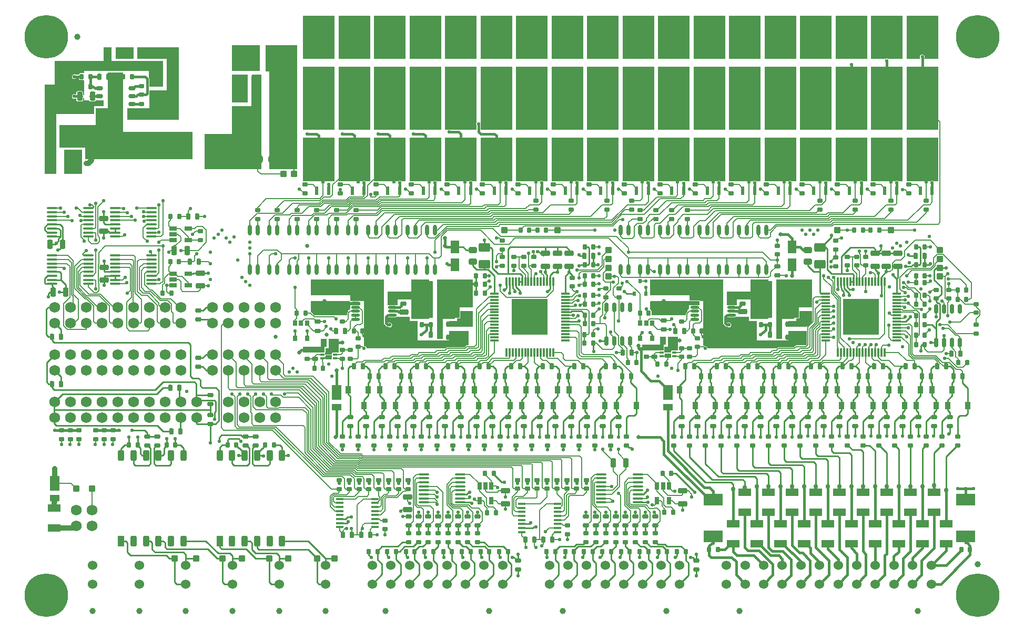
<source format=gtl>
G04*
G04 #@! TF.GenerationSoftware,Altium Limited,Altium Designer,21.4.1 (30)*
G04*
G04 Layer_Physical_Order=1*
G04 Layer_Color=255*
%FSLAX25Y25*%
%MOIN*%
G70*
G04*
G04 #@! TF.SameCoordinates,3F7B9525-E0B4-4A28-A4E6-3C1D8492A5F8*
G04*
G04*
G04 #@! TF.FilePolarity,Positive*
G04*
G01*
G75*
%ADD14C,0.01000*%
%ADD17C,0.00800*%
G04:AMPARAMS|DCode=18|XSize=57.09mil|YSize=35.43mil|CornerRadius=7.09mil|HoleSize=0mil|Usage=FLASHONLY|Rotation=270.000|XOffset=0mil|YOffset=0mil|HoleType=Round|Shape=RoundedRectangle|*
%AMROUNDEDRECTD18*
21,1,0.05709,0.02126,0,0,270.0*
21,1,0.04291,0.03543,0,0,270.0*
1,1,0.01417,-0.01063,-0.02146*
1,1,0.01417,-0.01063,0.02146*
1,1,0.01417,0.01063,0.02146*
1,1,0.01417,0.01063,-0.02146*
%
%ADD18ROUNDEDRECTD18*%
%ADD19R,0.21260X0.06102*%
%ADD20R,0.06102X0.21260*%
G04:AMPARAMS|DCode=21|XSize=35.43mil|YSize=27.56mil|CornerRadius=6.89mil|HoleSize=0mil|Usage=FLASHONLY|Rotation=0.000|XOffset=0mil|YOffset=0mil|HoleType=Round|Shape=RoundedRectangle|*
%AMROUNDEDRECTD21*
21,1,0.03543,0.01378,0,0,0.0*
21,1,0.02165,0.02756,0,0,0.0*
1,1,0.01378,0.01083,-0.00689*
1,1,0.01378,-0.01083,-0.00689*
1,1,0.01378,-0.01083,0.00689*
1,1,0.01378,0.01083,0.00689*
%
%ADD21ROUNDEDRECTD21*%
G04:AMPARAMS|DCode=22|XSize=37.4mil|YSize=29.53mil|CornerRadius=7.38mil|HoleSize=0mil|Usage=FLASHONLY|Rotation=0.000|XOffset=0mil|YOffset=0mil|HoleType=Round|Shape=RoundedRectangle|*
%AMROUNDEDRECTD22*
21,1,0.03740,0.01476,0,0,0.0*
21,1,0.02264,0.02953,0,0,0.0*
1,1,0.01476,0.01132,-0.00738*
1,1,0.01476,-0.01132,-0.00738*
1,1,0.01476,-0.01132,0.00738*
1,1,0.01476,0.01132,0.00738*
%
%ADD22ROUNDEDRECTD22*%
%ADD23R,0.07992X0.05118*%
%ADD24R,0.12402X0.07717*%
G04:AMPARAMS|DCode=25|XSize=57.09mil|YSize=35.43mil|CornerRadius=7.09mil|HoleSize=0mil|Usage=FLASHONLY|Rotation=0.000|XOffset=0mil|YOffset=0mil|HoleType=Round|Shape=RoundedRectangle|*
%AMROUNDEDRECTD25*
21,1,0.05709,0.02126,0,0,0.0*
21,1,0.04291,0.03543,0,0,0.0*
1,1,0.01417,0.02146,-0.01063*
1,1,0.01417,-0.02146,-0.01063*
1,1,0.01417,-0.02146,0.01063*
1,1,0.01417,0.02146,0.01063*
%
%ADD25ROUNDEDRECTD25*%
G04:AMPARAMS|DCode=26|XSize=35.43mil|YSize=27.56mil|CornerRadius=6.89mil|HoleSize=0mil|Usage=FLASHONLY|Rotation=270.000|XOffset=0mil|YOffset=0mil|HoleType=Round|Shape=RoundedRectangle|*
%AMROUNDEDRECTD26*
21,1,0.03543,0.01378,0,0,270.0*
21,1,0.02165,0.02756,0,0,270.0*
1,1,0.01378,-0.00689,-0.01083*
1,1,0.01378,-0.00689,0.01083*
1,1,0.01378,0.00689,0.01083*
1,1,0.01378,0.00689,-0.01083*
%
%ADD26ROUNDEDRECTD26*%
%ADD27O,0.02362X0.06890*%
G04:AMPARAMS|DCode=28|XSize=70.87mil|YSize=53.15mil|CornerRadius=7.97mil|HoleSize=0mil|Usage=FLASHONLY|Rotation=180.000|XOffset=0mil|YOffset=0mil|HoleType=Round|Shape=RoundedRectangle|*
%AMROUNDEDRECTD28*
21,1,0.07087,0.03720,0,0,180.0*
21,1,0.05492,0.05315,0,0,180.0*
1,1,0.01595,-0.02746,0.01860*
1,1,0.01595,0.02746,0.01860*
1,1,0.01595,0.02746,-0.01860*
1,1,0.01595,-0.02746,-0.01860*
%
%ADD28ROUNDEDRECTD28*%
G04:AMPARAMS|DCode=29|XSize=37.4mil|YSize=29.53mil|CornerRadius=7.38mil|HoleSize=0mil|Usage=FLASHONLY|Rotation=90.000|XOffset=0mil|YOffset=0mil|HoleType=Round|Shape=RoundedRectangle|*
%AMROUNDEDRECTD29*
21,1,0.03740,0.01476,0,0,90.0*
21,1,0.02264,0.02953,0,0,90.0*
1,1,0.01476,0.00738,0.01132*
1,1,0.01476,0.00738,-0.01132*
1,1,0.01476,-0.00738,-0.01132*
1,1,0.01476,-0.00738,0.01132*
%
%ADD29ROUNDEDRECTD29*%
%ADD30R,0.03583X0.04803*%
%ADD31R,0.12598X0.23622*%
%ADD32R,0.13780X0.06299*%
%ADD33R,0.22992X0.22992*%
%ADD34R,0.01181X0.05512*%
%ADD35R,0.05512X0.01181*%
%ADD36O,0.07284X0.01378*%
%ADD37R,0.05709X0.08071*%
%ADD38R,0.02362X0.05512*%
G04:AMPARAMS|DCode=39|XSize=51.18mil|YSize=37.4mil|CornerRadius=7.48mil|HoleSize=0mil|Usage=FLASHONLY|Rotation=0.000|XOffset=0mil|YOffset=0mil|HoleType=Round|Shape=RoundedRectangle|*
%AMROUNDEDRECTD39*
21,1,0.05118,0.02244,0,0,0.0*
21,1,0.03622,0.03740,0,0,0.0*
1,1,0.01496,0.01811,-0.01122*
1,1,0.01496,-0.01811,-0.01122*
1,1,0.01496,-0.01811,0.01122*
1,1,0.01496,0.01811,0.01122*
%
%ADD39ROUNDEDRECTD39*%
%ADD40R,0.06299X0.13780*%
%ADD41R,0.05906X0.09449*%
%ADD42R,0.05906X0.04134*%
G04:AMPARAMS|DCode=43|XSize=23.62mil|YSize=59.06mil|CornerRadius=5.91mil|HoleSize=0mil|Usage=FLASHONLY|Rotation=0.000|XOffset=0mil|YOffset=0mil|HoleType=Round|Shape=RoundedRectangle|*
%AMROUNDEDRECTD43*
21,1,0.02362,0.04724,0,0,0.0*
21,1,0.01181,0.05906,0,0,0.0*
1,1,0.01181,0.00591,-0.02362*
1,1,0.01181,-0.00591,-0.02362*
1,1,0.01181,-0.00591,0.02362*
1,1,0.01181,0.00591,0.02362*
%
%ADD43ROUNDEDRECTD43*%
%ADD45R,0.02559X0.03543*%
%ADD46R,0.05118X0.02756*%
%ADD47R,0.02756X0.05118*%
%ADD48R,0.04000X0.06750*%
G04:AMPARAMS|DCode=49|XSize=67.5mil|YSize=40mil|CornerRadius=10mil|HoleSize=0mil|Usage=FLASHONLY|Rotation=90.000|XOffset=0mil|YOffset=0mil|HoleType=Round|Shape=RoundedRectangle|*
%AMROUNDEDRECTD49*
21,1,0.06750,0.02000,0,0,90.0*
21,1,0.04750,0.04000,0,0,90.0*
1,1,0.02000,0.01000,0.02375*
1,1,0.02000,0.01000,-0.02375*
1,1,0.02000,-0.01000,-0.02375*
1,1,0.02000,-0.01000,0.02375*
%
%ADD49ROUNDEDRECTD49*%
%ADD50O,0.08189X0.04213*%
G04:AMPARAMS|DCode=51|XSize=106.3mil|YSize=53.15mil|CornerRadius=7.97mil|HoleSize=0mil|Usage=FLASHONLY|Rotation=180.000|XOffset=0mil|YOffset=0mil|HoleType=Round|Shape=RoundedRectangle|*
%AMROUNDEDRECTD51*
21,1,0.10630,0.03720,0,0,180.0*
21,1,0.09035,0.05315,0,0,180.0*
1,1,0.01595,-0.04518,0.01860*
1,1,0.01595,0.04518,0.01860*
1,1,0.01595,0.04518,-0.01860*
1,1,0.01595,-0.04518,-0.01860*
%
%ADD51ROUNDEDRECTD51*%
G04:AMPARAMS|DCode=52|XSize=51.18mil|YSize=37.4mil|CornerRadius=7.48mil|HoleSize=0mil|Usage=FLASHONLY|Rotation=270.000|XOffset=0mil|YOffset=0mil|HoleType=Round|Shape=RoundedRectangle|*
%AMROUNDEDRECTD52*
21,1,0.05118,0.02244,0,0,270.0*
21,1,0.03622,0.03740,0,0,270.0*
1,1,0.01496,-0.01122,-0.01811*
1,1,0.01496,-0.01122,0.01811*
1,1,0.01496,0.01122,0.01811*
1,1,0.01496,0.01122,-0.01811*
%
%ADD52ROUNDEDRECTD52*%
%ADD53R,0.04331X0.14567*%
%ADD54O,0.04500X0.02992*%
%ADD55R,0.08898X0.11772*%
%ADD56R,0.19134X0.13228*%
%ADD57R,0.05472X0.05512*%
%ADD58R,0.02756X0.01181*%
%ADD59R,0.03937X0.02638*%
%ADD60R,0.11811X0.12205*%
%ADD61O,0.05512X0.01772*%
G04:AMPARAMS|DCode=62|XSize=15.75mil|YSize=47.24mil|CornerRadius=1.97mil|HoleSize=0mil|Usage=FLASHONLY|Rotation=270.000|XOffset=0mil|YOffset=0mil|HoleType=Round|Shape=RoundedRectangle|*
%AMROUNDEDRECTD62*
21,1,0.01575,0.04331,0,0,270.0*
21,1,0.01181,0.04724,0,0,270.0*
1,1,0.00394,-0.02165,-0.00591*
1,1,0.00394,-0.02165,0.00591*
1,1,0.00394,0.02165,0.00591*
1,1,0.00394,0.02165,-0.00591*
%
%ADD62ROUNDEDRECTD62*%
G04:AMPARAMS|DCode=115|XSize=39.37mil|YSize=39.37mil|CornerRadius=3.94mil|HoleSize=0mil|Usage=FLASHONLY|Rotation=180.000|XOffset=0mil|YOffset=0mil|HoleType=Round|Shape=RoundedRectangle|*
%AMROUNDEDRECTD115*
21,1,0.03937,0.03150,0,0,180.0*
21,1,0.03150,0.03937,0,0,180.0*
1,1,0.00787,-0.01575,0.01575*
1,1,0.00787,0.01575,0.01575*
1,1,0.00787,0.01575,-0.01575*
1,1,0.00787,-0.01575,-0.01575*
%
%ADD115ROUNDEDRECTD115*%
G04:AMPARAMS|DCode=116|XSize=39.37mil|YSize=39.37mil|CornerRadius=3.94mil|HoleSize=0mil|Usage=FLASHONLY|Rotation=90.000|XOffset=0mil|YOffset=0mil|HoleType=Round|Shape=RoundedRectangle|*
%AMROUNDEDRECTD116*
21,1,0.03937,0.03150,0,0,90.0*
21,1,0.03150,0.03937,0,0,90.0*
1,1,0.00787,0.01575,0.01575*
1,1,0.00787,0.01575,-0.01575*
1,1,0.00787,-0.01575,-0.01575*
1,1,0.00787,-0.01575,0.01575*
%
%ADD116ROUNDEDRECTD116*%
%ADD117R,0.02362X0.02756*%
%ADD118C,0.03937*%
%ADD119C,0.00600*%
%ADD120C,0.03200*%
%ADD121C,0.01600*%
%ADD122C,0.06000*%
%ADD123C,0.06890*%
%ADD124C,0.27559*%
%ADD125C,0.02165*%
%ADD126C,0.02953*%
%ADD127C,0.02559*%
G36*
X585000Y360000D02*
X576438D01*
X576282Y360500D01*
X576397Y360671D01*
X576512Y361250D01*
X576397Y361828D01*
X576069Y362319D01*
X575578Y362647D01*
X575000Y362762D01*
X574422Y362647D01*
X573931Y362319D01*
X573603Y361828D01*
X573488Y361250D01*
X573603Y360671D01*
X573718Y360500D01*
X573562Y360000D01*
X565000D01*
Y387500D01*
X585000D01*
Y360000D01*
D02*
G37*
G36*
X562500D02*
X553298D01*
X553079Y360147D01*
X552500Y360262D01*
X551922Y360147D01*
X551702Y360000D01*
X542500D01*
Y387500D01*
X562500D01*
Y360000D01*
D02*
G37*
G36*
X540000D02*
X520000D01*
Y387500D01*
X540000D01*
Y360000D01*
D02*
G37*
G36*
X517500D02*
X497500D01*
Y387500D01*
X517500D01*
Y360000D01*
D02*
G37*
G36*
X495000D02*
X475000D01*
Y387500D01*
X495000D01*
Y360000D01*
D02*
G37*
G36*
X472500D02*
X452500D01*
Y387500D01*
X472500D01*
Y360000D01*
D02*
G37*
G36*
X450000D02*
X430000D01*
Y387500D01*
X450000D01*
Y360000D01*
D02*
G37*
G36*
X427500D02*
X407500D01*
Y387500D01*
X427500D01*
Y360000D01*
D02*
G37*
G36*
X405000D02*
X385000D01*
Y387500D01*
X405000D01*
Y360000D01*
D02*
G37*
G36*
X382500D02*
X362500D01*
Y387500D01*
X382500D01*
Y360000D01*
D02*
G37*
G36*
X360000D02*
X340000D01*
Y387500D01*
X360000D01*
Y360000D01*
D02*
G37*
G36*
X337500D02*
X317500D01*
Y387500D01*
X337500D01*
Y360000D01*
D02*
G37*
G36*
X315000D02*
X295000D01*
Y387500D01*
X315000D01*
Y360000D01*
D02*
G37*
G36*
X292500D02*
X272500D01*
Y387500D01*
X292500D01*
Y360000D01*
D02*
G37*
G36*
X270000D02*
X250000D01*
Y387500D01*
X270000D01*
Y360000D01*
D02*
G37*
G36*
X247500D02*
X227500D01*
Y387500D01*
X247500D01*
Y360000D01*
D02*
G37*
G36*
X225000D02*
X205000D01*
Y387500D01*
X225000D01*
Y360000D01*
D02*
G37*
G36*
X202500D02*
X182500D01*
Y387500D01*
X202500D01*
Y360000D01*
D02*
G37*
G36*
X75000Y360000D02*
X63750D01*
Y367500D01*
X75000D01*
Y360000D01*
D02*
G37*
G36*
X155000Y352500D02*
X137500D01*
Y368750D01*
X155000D01*
Y352500D01*
D02*
G37*
G36*
X61250Y358750D02*
X93750Y358750D01*
Y342500D01*
X84974Y342500D01*
Y347500D01*
X84880Y347968D01*
X84794Y348098D01*
Y352500D01*
X43750D01*
Y351198D01*
X43608Y351075D01*
X43250Y350880D01*
X42933Y350943D01*
X41555D01*
X41130Y350858D01*
X40770Y350618D01*
X40529Y350258D01*
X40473Y349974D01*
X38338D01*
X38078Y350147D01*
X37500Y350262D01*
X36922Y350147D01*
X36431Y349819D01*
X36103Y349328D01*
X35988Y348750D01*
X36103Y348171D01*
X36431Y347681D01*
X36922Y347353D01*
X37500Y347238D01*
X38078Y347353D01*
X38338Y347527D01*
X40473D01*
X40529Y347242D01*
X40770Y346882D01*
X41130Y346641D01*
X41555Y346557D01*
X42933D01*
X43250Y346620D01*
X43608Y346425D01*
X43750Y346302D01*
Y337337D01*
X43307Y337117D01*
X43158Y337216D01*
Y338396D01*
X43072Y338828D01*
X42827Y339195D01*
X42460Y339440D01*
X42028Y339526D01*
X39902D01*
X39469Y339440D01*
X39102Y339195D01*
X38857Y338828D01*
X38771Y338396D01*
Y337656D01*
X38271Y337518D01*
X38078Y337647D01*
X37500Y337762D01*
X36922Y337647D01*
X36431Y337319D01*
X36103Y336828D01*
X35988Y336250D01*
X36103Y335671D01*
X36431Y335181D01*
X36922Y334853D01*
X37500Y334738D01*
X38078Y334853D01*
X38271Y334982D01*
X38771Y334844D01*
Y334104D01*
X38857Y333672D01*
X39102Y333305D01*
X39469Y333060D01*
X39902Y332974D01*
X42028D01*
X42460Y333060D01*
X42827Y333305D01*
X43072Y333672D01*
X43158Y334104D01*
Y335284D01*
X43307Y335383D01*
X43750Y335163D01*
Y333750D01*
X46913D01*
X46928Y333672D01*
X47173Y333305D01*
X47540Y333060D01*
X47972Y332974D01*
X50098D01*
X50531Y333060D01*
X50898Y333305D01*
X51143Y333672D01*
X51158Y333750D01*
X56250D01*
Y330000D01*
X50000D01*
Y325000D01*
X26250D01*
Y286875D01*
X18750D01*
Y343750D01*
X25000D01*
Y358750D01*
X56250Y358750D01*
Y367500D01*
X61250D01*
Y358750D01*
D02*
G37*
G36*
X147500Y350000D02*
X147500Y332500D01*
X137500Y332500D01*
X137500Y350000D01*
X147500Y350000D01*
D02*
G37*
G36*
X103750Y367500D02*
X103750Y321250D01*
X71250Y321250D01*
X71250Y328750D01*
X85000Y328750D01*
Y340000D01*
X96250D01*
Y360000D01*
X77500D01*
X77500Y367500D01*
X103750Y367500D01*
D02*
G37*
G36*
X585000Y315000D02*
X565000D01*
Y355000D01*
X585000D01*
Y315000D01*
D02*
G37*
G36*
X562500D02*
X542500D01*
Y355000D01*
X562500D01*
Y315000D01*
D02*
G37*
G36*
X540000D02*
X520000D01*
Y355000D01*
X540000D01*
Y315000D01*
D02*
G37*
G36*
X517500D02*
X497500D01*
Y355000D01*
X517500D01*
Y315000D01*
D02*
G37*
G36*
X495000D02*
X475000D01*
Y355000D01*
X495000D01*
Y315000D01*
D02*
G37*
G36*
X472500D02*
X452500D01*
Y355000D01*
X472500D01*
Y315000D01*
D02*
G37*
G36*
X450012D02*
X430012D01*
Y355000D01*
X450012D01*
Y315000D01*
D02*
G37*
G36*
X427500D02*
X407500D01*
Y355000D01*
X427500D01*
Y315000D01*
D02*
G37*
G36*
X405000D02*
X385000D01*
Y355000D01*
X405000D01*
Y315000D01*
D02*
G37*
G36*
X382500D02*
X362500D01*
Y355000D01*
X382500D01*
Y315000D01*
D02*
G37*
G36*
X360000D02*
X340000D01*
Y355000D01*
X360000D01*
Y315000D01*
D02*
G37*
G36*
X337500D02*
X317500D01*
Y355000D01*
X337500D01*
Y315000D01*
D02*
G37*
G36*
X315000D02*
X295000D01*
Y317952D01*
X295147Y318172D01*
X295262Y318750D01*
X295147Y319328D01*
X295000Y319548D01*
Y355000D01*
X315000D01*
Y315000D01*
D02*
G37*
G36*
X292500Y319548D02*
X292353Y319328D01*
X292238Y318750D01*
X292353Y318172D01*
X292500Y317952D01*
Y315000D01*
X275798D01*
X275578Y315147D01*
X275000Y315262D01*
X274422Y315147D01*
X274202Y315000D01*
X272500D01*
Y355000D01*
X292500D01*
Y319548D01*
D02*
G37*
G36*
X270000Y315000D02*
X250000D01*
Y355000D01*
X270000D01*
Y315000D01*
D02*
G37*
G36*
X247500D02*
X227500D01*
Y355000D01*
X247500D01*
Y315000D01*
D02*
G37*
G36*
X225000D02*
X205000D01*
Y355000D01*
X225000D01*
Y315000D01*
D02*
G37*
G36*
X202500D02*
X182500D01*
Y355000D01*
X202500D01*
Y315000D01*
D02*
G37*
G36*
X68500Y313750D02*
X112500D01*
Y296250D01*
X44375Y296250D01*
X44375Y303750D01*
X28125Y303750D01*
X28125Y318125D01*
X51250Y318125D01*
Y328750D01*
X58750D01*
Y351250D01*
X68500D01*
Y313750D01*
D02*
G37*
G36*
X156250Y290000D02*
X120000D01*
Y312500D01*
X137500D01*
X137500Y330000D01*
X150000Y330000D01*
Y350000D01*
X156250D01*
Y290000D01*
D02*
G37*
G36*
X178750Y290000D02*
X161250D01*
X161250Y352500D01*
X159104Y352500D01*
X158750Y352853D01*
Y368750D01*
X178750D01*
X178750Y290000D01*
D02*
G37*
G36*
X42500Y286875D02*
X31250D01*
X31250Y302500D01*
X42500D01*
X42500Y286875D01*
D02*
G37*
G36*
X202500Y310001D02*
X202500Y282501D01*
X182500Y282501D01*
X182500Y310001D01*
X202500Y310001D01*
D02*
G37*
G36*
X225000Y310001D02*
X225000Y282501D01*
X222023Y282501D01*
X221819Y282637D01*
X221240Y282752D01*
X220662Y282637D01*
X220458Y282501D01*
X205000Y282501D01*
X205000Y310001D01*
X225000Y310001D01*
D02*
G37*
G36*
X337500Y310000D02*
X337500Y282501D01*
X334547Y282501D01*
X334329Y282647D01*
X333750Y282762D01*
X333172Y282647D01*
X332953Y282501D01*
X317500Y282501D01*
X317500Y310001D01*
X337500Y310000D01*
D02*
G37*
G36*
X360000Y310000D02*
X360000Y282501D01*
X357047Y282501D01*
X356828Y282647D01*
X356250Y282762D01*
X355672Y282647D01*
X355453Y282501D01*
X340000Y282501D01*
X340000Y310000D01*
X360000Y310000D01*
D02*
G37*
G36*
X382500Y310000D02*
X382500Y282500D01*
X379538Y282500D01*
X379319Y282647D01*
X378740Y282762D01*
X378162Y282647D01*
X377943Y282500D01*
X362500Y282501D01*
X362500Y310000D01*
X382500Y310000D01*
D02*
G37*
G36*
X405010Y310000D02*
X405010Y282500D01*
X402047Y282500D01*
X401828Y282647D01*
X401250Y282762D01*
X400671Y282647D01*
X400453Y282500D01*
X385010Y282500D01*
X385010Y310000D01*
X405010Y310000D01*
D02*
G37*
G36*
X427500Y310000D02*
X427500Y282500D01*
X424326Y282500D01*
X424240Y282558D01*
X423661Y282673D01*
X423083Y282558D01*
X422997Y282500D01*
X407500Y282500D01*
X407500Y310000D01*
X427500Y310000D01*
D02*
G37*
G36*
X450012Y310000D02*
X450012Y282500D01*
X447048Y282500D01*
X446829Y282647D01*
X446250Y282762D01*
X445672Y282647D01*
X445452Y282500D01*
X430012Y282500D01*
X430012Y310000D01*
X450012Y310000D01*
D02*
G37*
G36*
X472500Y310000D02*
X472500Y282500D01*
X469538Y282500D01*
X469319Y282647D01*
X468740Y282762D01*
X468162Y282647D01*
X467942Y282500D01*
X452500Y282500D01*
X452500Y310000D01*
X472500Y310000D01*
D02*
G37*
G36*
X517500Y310000D02*
X517500Y282500D01*
X514548Y282500D01*
X514328Y282647D01*
X513750Y282762D01*
X513171Y282647D01*
X512952Y282500D01*
X497500Y282500D01*
X497500Y310000D01*
X517500Y310000D01*
D02*
G37*
G36*
X540000Y310000D02*
X540000Y282500D01*
X537028Y282500D01*
X536868Y282608D01*
X536289Y282723D01*
X535711Y282608D01*
X535550Y282500D01*
X520000Y282500D01*
X520000Y310000D01*
X540000Y310000D01*
D02*
G37*
G36*
X562500Y310000D02*
X562500Y282500D01*
X559548Y282500D01*
X559329Y282647D01*
X558750Y282762D01*
X558172Y282647D01*
X557952Y282500D01*
X542500Y282500D01*
X542500Y310000D01*
X562500Y310000D01*
D02*
G37*
G36*
X495000D02*
X495000Y282500D01*
X492048Y282500D01*
X491828Y282647D01*
X491250Y282762D01*
X490671Y282647D01*
X490452Y282500D01*
X475000Y282500D01*
X475000Y310000D01*
X495000Y310000D01*
D02*
G37*
G36*
X270000D02*
X270000Y282500D01*
X267023Y282500D01*
X266819Y282637D01*
X266240Y282752D01*
X265662Y282637D01*
X265457Y282500D01*
X250000Y282500D01*
X250000Y310000D01*
X270000Y310000D01*
D02*
G37*
G36*
X247500D02*
X247500Y282500D01*
X244523Y282500D01*
X244319Y282637D01*
X243740Y282752D01*
X243162Y282637D01*
X242957Y282500D01*
X227500Y282500D01*
X227500Y310000D01*
X247500Y310000D01*
D02*
G37*
G36*
X315000Y310000D02*
X315000Y282500D01*
X312023Y282500D01*
X311819Y282637D01*
X311240Y282752D01*
X310662Y282637D01*
X310457Y282500D01*
X295000Y282500D01*
X295000Y310000D01*
X315000Y310000D01*
D02*
G37*
G36*
X292500D02*
X292500Y282500D01*
X289523Y282500D01*
X289319Y282637D01*
X288740Y282752D01*
X288162Y282637D01*
X287957Y282500D01*
X272500Y282500D01*
X272500Y310000D01*
X292500Y310000D01*
D02*
G37*
G36*
X585000Y310000D02*
X585000Y282500D01*
X582048Y282500D01*
X581828Y282647D01*
X581250Y282762D01*
X580672Y282647D01*
X580452Y282500D01*
X565000Y282500D01*
X565000Y310000D01*
X585000Y310000D01*
D02*
G37*
G36*
X433750Y206250D02*
X433750Y204103D01*
X433396Y203750D01*
X433063D01*
X432756Y203811D01*
X429016D01*
X428709Y203750D01*
X426250D01*
X426250Y199759D01*
X425425Y198935D01*
X425271Y198703D01*
X425216Y198430D01*
Y197500D01*
X403442Y197500D01*
X403305Y197667D01*
Y199833D01*
X403221Y200258D01*
X402980Y200618D01*
X402620Y200858D01*
X402500Y200882D01*
Y203750D01*
X402500Y205896D01*
X402853Y206250D01*
X433750Y206250D01*
D02*
G37*
G36*
X212067Y206250D02*
X212194Y205944D01*
X212500Y205817D01*
X213484D01*
X213568Y205852D01*
X213598Y205846D01*
X214058Y205937D01*
X217713D01*
X218173Y205846D01*
X218204Y205852D01*
X218288Y205817D01*
X218750D01*
Y203750D01*
X218063D01*
X217756Y203811D01*
X214016D01*
X213709Y203750D01*
X211250Y203750D01*
X211250Y199759D01*
X210745Y199255D01*
X210591Y199023D01*
X210536Y198750D01*
Y197500D01*
X189479D01*
X187724Y199255D01*
X187500Y199405D01*
Y206250D01*
X212067D01*
Y206250D01*
D02*
G37*
G36*
X290000Y220000D02*
Y202500D01*
X278750Y202500D01*
Y195000D01*
X271250D01*
Y182500D01*
X267500D01*
Y220000D01*
X290000Y220000D01*
D02*
G37*
G36*
X505000Y220000D02*
Y202500D01*
X493750Y202500D01*
Y195000D01*
X486250D01*
Y182500D01*
X482500D01*
Y220000D01*
X505000Y220000D01*
D02*
G37*
G36*
X477500Y195000D02*
X466250D01*
X466250Y207500D01*
X457500Y207500D01*
X457500Y204103D01*
X457146Y203750D01*
X456291D01*
X455984Y203811D01*
X452244D01*
X451937Y203750D01*
X451250D01*
Y212500D01*
X466250Y212500D01*
Y220000D01*
X477500D01*
Y195000D01*
D02*
G37*
G36*
X262500D02*
X251250D01*
X251250Y207500D01*
X242500Y207500D01*
X242500Y204103D01*
X242146Y203750D01*
X241291D01*
X240984Y203811D01*
X237244D01*
X236937Y203750D01*
X236250D01*
Y212500D01*
X251250Y212500D01*
Y220000D01*
X262500D01*
Y195000D01*
D02*
G37*
G36*
X505000Y193509D02*
X501995Y190505D01*
X501841Y190273D01*
X501786Y190000D01*
X490000D01*
Y193750D01*
X495000D01*
Y195289D01*
X497164D01*
Y200000D01*
X505000D01*
Y193509D01*
D02*
G37*
G36*
X290000Y190000D02*
X275000D01*
Y193750D01*
X280000D01*
Y195289D01*
X282164D01*
Y200000D01*
X290000D01*
Y190000D01*
D02*
G37*
G36*
X448750Y196250D02*
X448776D01*
Y192500D01*
X448870Y192032D01*
X449135Y191635D01*
X450385Y190385D01*
X450782Y190120D01*
X451250Y190026D01*
X451662D01*
X451922Y189853D01*
X452500Y189738D01*
X453079Y189853D01*
X453569Y190181D01*
X453897Y190672D01*
X454012Y191250D01*
X453897Y191829D01*
X453569Y192319D01*
X453079Y192647D01*
X452500Y192762D01*
X451922Y192647D01*
X451719Y192511D01*
X451224Y193007D01*
Y195917D01*
X451465Y196158D01*
X451804D01*
X452244Y196071D01*
X455984D01*
X456486Y196171D01*
X456605Y196250D01*
X465000D01*
Y193750D01*
X470000D01*
Y181250D01*
X490000D01*
Y187500D01*
X501786D01*
Y179046D01*
X500954Y178214D01*
X495000D01*
X494727Y178159D01*
X494495Y178005D01*
X493454Y176964D01*
X483750D01*
X483477Y176909D01*
X483245Y176755D01*
X482741Y176250D01*
X439012Y176250D01*
X439012Y176250D01*
X438897Y176829D01*
X438569Y177319D01*
X438078Y177647D01*
X437500Y177762D01*
X437081Y177678D01*
X437011Y177749D01*
X436779Y177903D01*
X436506Y177958D01*
X436250D01*
Y182536D01*
X436250Y183036D01*
X436523Y183091D01*
X436755Y183245D01*
X436909Y183477D01*
X436964Y183750D01*
X436909Y184023D01*
X436755Y184255D01*
X436250Y184759D01*
X436250Y206250D01*
X434183D01*
X434056Y206556D01*
X433750Y206683D01*
X427500Y206683D01*
X427500Y210000D01*
X402500Y210000D01*
Y220000D01*
X448750D01*
Y196250D01*
D02*
G37*
G36*
X233750D02*
X233776D01*
Y192500D01*
X233870Y192032D01*
X234135Y191635D01*
X235385Y190385D01*
X235782Y190120D01*
X236250Y190026D01*
X236662D01*
X236922Y189853D01*
X237500Y189738D01*
X238078Y189853D01*
X238569Y190181D01*
X238897Y190672D01*
X239012Y191250D01*
X238897Y191829D01*
X238569Y192319D01*
X238078Y192647D01*
X237500Y192762D01*
X236922Y192647D01*
X236719Y192511D01*
X236224Y193007D01*
Y195917D01*
X236465Y196158D01*
X236804D01*
X237244Y196071D01*
X240984D01*
X241486Y196171D01*
X241605Y196250D01*
X250000D01*
Y193750D01*
X255000D01*
Y181250D01*
X275000D01*
Y187500D01*
X287500D01*
Y178214D01*
X286250D01*
X285977Y178159D01*
X285745Y178005D01*
X284704Y176964D01*
X273750D01*
X273477Y176909D01*
X273245Y176755D01*
X272741Y176250D01*
X222762Y176250D01*
X222762Y176250D01*
X222647Y176829D01*
X222319Y177319D01*
X221829Y177647D01*
X221250Y177762D01*
X221250Y178262D01*
Y183121D01*
X221250Y183621D01*
X221523Y183675D01*
X221755Y183830D01*
X221909Y184061D01*
X221964Y184334D01*
X221909Y184607D01*
X221755Y184839D01*
X221250Y185344D01*
X221250Y206250D01*
X218288D01*
X218258Y206270D01*
X217756Y206370D01*
X214016D01*
X213514Y206270D01*
X213484Y206250D01*
X212500D01*
X212500Y210000D01*
X187500Y210000D01*
Y220000D01*
X233750D01*
Y196250D01*
D02*
G37*
G36*
X412500Y178750D02*
X411250D01*
Y177675D01*
X411177Y177500D01*
Y175000D01*
X397558D01*
Y178750D01*
X408750D01*
Y183750D01*
X412500D01*
Y178750D01*
D02*
G37*
G36*
X420000Y183750D02*
Y175000D01*
X416281Y175000D01*
X416250Y175000D01*
X415889Y174740D01*
X415889Y174664D01*
Y173750D01*
X411610D01*
Y177500D01*
X413750D01*
Y183750D01*
X420000Y183750D01*
D02*
G37*
G36*
X197500Y177500D02*
X196250D01*
Y173750D01*
X182559D01*
Y177500D01*
X193750D01*
Y182500D01*
X197500D01*
Y177500D01*
D02*
G37*
G36*
X205000Y182500D02*
Y173750D01*
X201281Y173750D01*
X201250Y173750D01*
X200889Y173490D01*
X200889Y173414D01*
Y172500D01*
X196610D01*
Y173575D01*
X196683Y173750D01*
Y176250D01*
X198750D01*
Y182500D01*
X205000Y182500D01*
D02*
G37*
D14*
X413125Y50625D02*
X422264D01*
X411715Y52035D02*
X413125Y50625D01*
X407478Y52035D02*
X411715D01*
X355785D02*
X360022D01*
X354375Y50625D02*
X355785Y52035D01*
X345083Y50625D02*
X354375D01*
X360022Y52035D02*
X361481Y53494D01*
X361875D01*
X342335Y47877D02*
X345083Y50625D01*
X246875D02*
X252362D01*
X243632Y47382D02*
X246875Y50625D01*
X241462Y47382D02*
X243632D01*
X551250Y229094D02*
X552250Y228094D01*
X549045Y209705D02*
Y221716D01*
X115000Y143272D02*
X126406D01*
X59443Y249852D02*
Y250572D01*
X242500Y50625D02*
X245369Y53494D01*
X249375D01*
X317392Y215310D02*
Y218888D01*
X320000Y211250D02*
Y212745D01*
X317862Y214883D02*
X320000Y212745D01*
X317819Y214883D02*
X317862D01*
X317392Y215310D02*
X317819Y214883D01*
X316875Y212500D02*
Y213125D01*
X315423Y214577D02*
X316875Y213125D01*
X527392Y215191D02*
Y218888D01*
X528833Y213750D02*
X531250D01*
X527392Y215191D02*
X528833Y213750D01*
X525423Y214458D02*
Y218888D01*
X528750Y210000D02*
Y211131D01*
X525423Y214458D02*
X528750Y211131D01*
X523455Y215151D02*
Y218691D01*
Y215151D02*
X523869Y214737D01*
Y213631D02*
Y214737D01*
Y213631D02*
X525000Y212500D01*
Y210000D02*
Y212500D01*
X363750Y230000D02*
Y240000D01*
X363125Y229375D02*
X363750Y230000D01*
X360994Y229375D02*
X363125D01*
Y240625D02*
X363750Y240000D01*
X360994Y240625D02*
X363125D01*
X573750Y230076D02*
Y240000D01*
X573125Y240625D02*
X573750Y240000D01*
X570994Y240625D02*
X573125D01*
X573049Y229375D02*
X573750Y230076D01*
X570994Y229375D02*
X573049D01*
X293125Y53494D02*
X297131D01*
X401043Y78543D02*
X401250Y78750D01*
X394641Y78543D02*
X401043D01*
X428125Y43750D02*
X429336D01*
X431481Y41604D01*
X398066Y83661D02*
X400625Y86221D01*
X394641Y83661D02*
X398066D01*
X287521Y85000D02*
X288125D01*
X366506Y232631D02*
X366604Y232730D01*
X366506Y229375D02*
Y232631D01*
X366604Y232730D02*
Y235000D01*
X357500Y235625D02*
X358125Y235000D01*
X360896D01*
X302500Y227500D02*
Y239357D01*
X306250Y223750D02*
X312500D01*
X302500Y227500D02*
X306250Y223750D01*
X566250Y235625D02*
X566875Y235000D01*
X570896D01*
X567873Y228242D02*
X569006Y229375D01*
X564597Y228242D02*
X567873D01*
X564375Y228465D02*
X564597Y228242D01*
X569006Y229375D02*
X570994D01*
X576506Y232631D02*
X576604Y232730D01*
X576506Y229375D02*
Y232631D01*
X576604Y232730D02*
Y235000D01*
X545250Y236535D02*
Y239125D01*
X543992Y240383D02*
X545250Y239125D01*
X529464Y240383D02*
X543992D01*
X546333Y236535D02*
X552250D01*
X548750Y238953D02*
Y241250D01*
X546333Y236535D02*
X548750Y238953D01*
X545250Y236535D02*
X546333D01*
X510886Y240413D02*
X513943D01*
X510000D02*
X510886D01*
X517500Y247028D02*
Y248125D01*
X510886Y240413D02*
X517500Y247028D01*
X167940Y115000D02*
X169190Y113750D01*
X164006Y115000D02*
X167940D01*
X169190Y108335D02*
Y113750D01*
Y108335D02*
X173109D01*
X173125Y108351D01*
X93290Y108335D02*
X94375Y109420D01*
X90890Y108335D02*
X93290D01*
X94375Y109420D02*
Y112987D01*
X95994Y114606D01*
Y115000D01*
X79375Y109550D02*
X80590Y108335D01*
X82990D01*
X79375Y109550D02*
Y112987D01*
X77756Y114606D02*
X79375Y112987D01*
X77756Y114606D02*
Y115000D01*
X311486Y214696D02*
Y218888D01*
X69375Y115000D02*
X72244D01*
X67190Y112815D02*
X69375Y115000D01*
X67190Y108335D02*
Y112815D01*
X106690Y108335D02*
Y113084D01*
X104774Y115000D02*
X106690Y113084D01*
X101506Y115000D02*
X104774D01*
X101506D02*
Y118945D01*
X101506Y118945D01*
X315423Y214577D02*
Y218888D01*
X313455Y211387D02*
Y218888D01*
X308612Y91250D02*
X310000D01*
X303381Y96481D02*
X308612Y91250D01*
X303381Y96481D02*
Y96875D01*
X293858Y136388D02*
Y143514D01*
X462500Y88125D02*
Y91875D01*
X517421Y130075D02*
X520151Y132805D01*
X517421Y120207D02*
Y130075D01*
X520151Y132805D02*
X522421D01*
X415881Y96875D02*
X418750D01*
X430625Y85000D01*
X318750Y41604D02*
Y45625D01*
X353138Y222850D02*
X353250D01*
X104774Y123882D02*
X104921Y124045D01*
X104656Y123750D02*
X104921Y124015D01*
X104656Y123750D02*
X104774Y123882D01*
X210625Y69375D02*
X213125D01*
X209286Y68036D02*
X210625Y69375D01*
X205655Y68036D02*
X209286D01*
X210477Y65477D02*
X211250Y66250D01*
X205655Y65477D02*
X210477D01*
X288957Y78543D02*
X289375Y78125D01*
X282141Y78543D02*
X288957D01*
X286182Y83661D02*
X287521Y85000D01*
X282141Y83661D02*
X286182D01*
X418415Y43753D02*
X419500Y44838D01*
Y47483D01*
X328750Y63125D02*
X330000D01*
X327977Y62352D02*
X328750Y63125D01*
X321280Y62352D02*
X327977D01*
X326161Y64911D02*
X326875Y65625D01*
X321280Y64911D02*
X326161D01*
X431875Y41604D02*
Y45625D01*
X405625Y59006D02*
Y64021D01*
X399375Y59006D02*
Y64021D01*
X393125Y59006D02*
Y64021D01*
X386875Y59006D02*
Y64021D01*
X380625Y59006D02*
Y64021D01*
X374375Y59006D02*
Y64021D01*
X368125Y59006D02*
Y64021D01*
X361875Y59006D02*
Y64021D01*
X421220Y26842D02*
X426875Y32497D01*
Y40000D01*
X425012Y41863D02*
X426875Y40000D01*
X425012Y41863D02*
Y47483D01*
X409421Y26842D02*
X415000Y32421D01*
Y40000D01*
X413201Y41799D02*
X415000Y40000D01*
X413201Y41799D02*
Y47483D01*
X403750Y32970D02*
Y40000D01*
X397622Y26842D02*
X403750Y32970D01*
X401390Y42360D02*
X403750Y40000D01*
X401390Y42360D02*
Y47483D01*
X385823Y26842D02*
X391875Y32895D01*
Y40000D01*
X389579Y42296D02*
X391875Y40000D01*
X389579Y42296D02*
Y47483D01*
X374020Y26842D02*
X380000Y32823D01*
Y40000D01*
X377768Y42232D02*
X380000Y40000D01*
X377768Y42232D02*
Y47483D01*
X362221Y26842D02*
X368125Y32747D01*
Y40000D01*
X365957Y42168D02*
X368125Y40000D01*
X365957Y42168D02*
Y47483D01*
X350421Y26842D02*
X356250Y32671D01*
Y40000D01*
X354146Y42104D02*
X356250Y40000D01*
X354146Y42104D02*
Y47483D01*
X342335D02*
Y47877D01*
X338622Y26842D02*
X344375Y32596D01*
Y40000D01*
X342335Y42040D02*
X344375Y40000D01*
X342335Y42040D02*
Y47483D01*
X337165Y43753D02*
Y44969D01*
X300000Y50625D02*
X309480D01*
X297131Y53494D02*
X300000Y50625D01*
X422264D02*
X425012Y47877D01*
Y47483D02*
Y47877D01*
X406019Y53494D02*
X407478Y52035D01*
X405625Y53494D02*
X406019D01*
X410453Y50625D02*
X413201Y47877D01*
Y47483D02*
Y47877D01*
X402638Y50625D02*
X410453D01*
X399769Y53494D02*
X402638Y50625D01*
X399375Y53494D02*
X399769D01*
X356894Y50625D02*
X364862D01*
X367731Y53494D01*
X368125D01*
X354146Y47877D02*
X356894Y50625D01*
X354146Y47483D02*
Y47877D01*
X368705Y50625D02*
X371112D01*
X373981Y53494D01*
X374375D01*
X365957Y47877D02*
X368705Y50625D01*
X365957Y47483D02*
Y47877D01*
X396388Y50625D02*
X398642D01*
X401390Y47877D01*
Y47483D02*
Y47877D01*
X393519Y53494D02*
X396388Y50625D01*
X393125Y53494D02*
X393519D01*
X377768Y47877D02*
X380625Y50734D01*
Y53494D01*
X377768Y47483D02*
Y47877D01*
X386875Y50581D02*
Y53494D01*
Y50581D02*
X389579Y47877D01*
Y47483D02*
Y47877D01*
X431875Y31875D02*
Y35896D01*
X441875Y93125D02*
X461250D01*
X427500Y107500D02*
X441875Y93125D01*
X427500Y107500D02*
Y114547D01*
X445625Y95000D02*
X468750D01*
X437500Y103125D02*
X445625Y95000D01*
X437500Y103125D02*
Y114547D01*
Y91250D02*
X453750D01*
X417500Y111250D02*
X437500Y91250D01*
X417500Y111250D02*
Y114547D01*
X293125Y59006D02*
Y64021D01*
X286875Y59006D02*
Y64021D01*
X280625Y59006D02*
Y64021D01*
X274375Y59006D02*
Y64021D01*
X268125Y59006D02*
Y64021D01*
X261875Y59006D02*
Y64021D01*
X255625Y59006D02*
Y64021D01*
X249375Y59006D02*
Y64021D01*
X315000Y43750D02*
X316211D01*
X318356Y41604D01*
X306817Y44433D02*
X307500Y43750D01*
X306817Y44433D02*
Y47382D01*
X295006Y44369D02*
X295625Y43750D01*
X295006Y44369D02*
Y47382D01*
X283195Y44305D02*
Y47382D01*
Y44305D02*
X283750Y43750D01*
X271384Y44241D02*
X271875Y43750D01*
X271384Y44241D02*
Y47382D01*
X259573Y44177D02*
X260000Y43750D01*
X259573Y44177D02*
Y47382D01*
X247761Y44739D02*
X248750Y43750D01*
X247761Y44739D02*
Y47382D01*
X235950Y44675D02*
X236875Y43750D01*
X235950Y44675D02*
Y47382D01*
X225600Y43750D02*
X225625D01*
X224139Y45210D02*
X225600Y43750D01*
X224139Y45210D02*
Y47382D01*
X232501Y50625D02*
X242500D01*
X229651Y47776D02*
X232501Y50625D01*
X229651Y47382D02*
Y47776D01*
X309480Y50625D02*
X312329Y47776D01*
Y47382D02*
Y47776D01*
X290138Y50625D02*
X297669D01*
X300518Y47776D01*
Y47382D02*
Y47776D01*
X287269Y53494D02*
X290138Y50625D01*
X286875Y53494D02*
X287269D01*
X285858Y50625D02*
X288707Y47776D01*
Y47382D02*
Y47776D01*
X283888Y50625D02*
X285858D01*
X281019Y53494D02*
X283888Y50625D01*
X280625Y53494D02*
X281019D01*
X274375Y50297D02*
X276896Y47776D01*
Y47382D02*
Y47776D01*
X274375Y50297D02*
Y53494D01*
X265085Y47776D02*
X268125Y50816D01*
Y53494D01*
X265085Y47382D02*
Y47776D01*
X256122Y50625D02*
X258612D01*
X261481Y53494D01*
X261875D01*
X253273Y47776D02*
X256122Y50625D01*
X253273Y47382D02*
Y47776D01*
X252362Y50625D02*
X255231Y53494D01*
X255625D01*
X318750Y31875D02*
Y35896D01*
X309016Y26842D02*
X314375Y32202D01*
Y39375D01*
X312329Y41421D02*
X314375Y39375D01*
X312329Y41421D02*
Y47382D01*
X297217Y26842D02*
X303125Y32751D01*
Y39375D01*
X300518Y41982D02*
X303125Y39375D01*
X300518Y41982D02*
Y47382D01*
X285417Y26842D02*
X291250Y32675D01*
Y40000D01*
X288707Y42543D02*
X291250Y40000D01*
X288707Y42543D02*
Y47382D01*
X273618Y26842D02*
X279375Y32599D01*
Y39375D01*
X276896Y41854D02*
X279375Y39375D01*
X276896Y41854D02*
Y47382D01*
X261815Y26842D02*
X267500Y32528D01*
Y39375D01*
X265085Y41790D02*
X267500Y39375D01*
X265085Y41790D02*
Y47382D01*
X250016Y26842D02*
X256250Y33077D01*
Y39375D01*
X253273Y42352D02*
X256250Y39375D01*
X253273Y42352D02*
Y47382D01*
X238216Y26842D02*
X244375Y33001D01*
Y39375D01*
X241462Y42288D02*
X244375Y39375D01*
X241462Y42288D02*
Y47382D01*
X226417Y26842D02*
X232500Y32925D01*
Y39375D01*
X229651Y42224D02*
X232500Y39375D01*
X229651Y42224D02*
Y47382D01*
X303809Y211014D02*
Y222375D01*
X299934Y226250D02*
X303809Y222375D01*
X297500Y226250D02*
X299934D01*
X288500Y218000D02*
X289466D01*
X290466Y217000D01*
X292244D01*
Y222500D01*
Y211500D02*
Y217000D01*
X292500Y226250D02*
X297500D01*
X351250Y224738D02*
X353138Y222850D01*
X353250Y221072D02*
Y222850D01*
X327421Y130075D02*
X330151Y132805D01*
X327421Y120207D02*
Y130075D01*
X330151Y132805D02*
X332421D01*
X333858Y136388D02*
Y143514D01*
X26171Y127451D02*
X90049D01*
X24921Y128701D02*
X26171Y127451D01*
X90049D02*
X93750Y123750D01*
X81981Y124500D02*
X83750Y122731D01*
X74000Y124500D02*
X81981D01*
X564547Y193297D02*
X567500Y196250D01*
X582421Y219828D02*
X587000Y215249D01*
Y210725D02*
Y215249D01*
X586250Y227500D02*
X590275D01*
X582421Y226040D02*
X583882Y227500D01*
X582421Y219828D02*
Y226040D01*
X583882Y227500D02*
X586250D01*
X584144Y207869D02*
X587000Y210725D01*
X583750Y207869D02*
X584144D01*
X585523Y205108D02*
X586171Y204459D01*
Y195409D02*
Y204459D01*
X584733Y205108D02*
X585523D01*
X583750Y206091D02*
X584733Y205108D01*
X583750Y206091D02*
Y207869D01*
X581000Y191250D02*
X583617Y188633D01*
Y192856D02*
X586171Y195409D01*
X583617Y188633D02*
Y192856D01*
Y188633D02*
X583750Y188500D01*
X576506Y191250D02*
X581000D01*
X583750Y179995D02*
Y188500D01*
X603858Y135138D02*
Y151014D01*
X592766Y164951D02*
X594646Y163071D01*
X590827Y164951D02*
X592766D01*
X574646Y158750D02*
Y163071D01*
X572766Y164951D02*
X574646Y163071D01*
X570275Y164951D02*
X572766D01*
X582077D02*
X584016D01*
X580354Y163228D02*
X582077Y164951D01*
X580354Y158750D02*
Y163228D01*
X594646Y158750D02*
Y163071D01*
X580615Y179995D02*
X583750D01*
X556500Y222663D02*
Y223163D01*
Y222663D02*
X558691Y220472D01*
X177510Y182776D02*
Y187490D01*
X177500Y187500D02*
X177510Y187490D01*
X184990Y182776D02*
Y187490D01*
X185000Y187500D01*
X177500Y182785D02*
X177510Y182776D01*
X421063Y145000D02*
Y150000D01*
X424646Y156384D02*
Y165000D01*
X421063Y152802D02*
X424646Y156384D01*
X421063Y150000D02*
Y152802D01*
X396260Y182776D02*
Y185010D01*
X397500Y186250D01*
X403740Y182776D02*
Y185010D01*
X402500Y186250D02*
X403740Y185010D01*
X431063Y136437D02*
Y143563D01*
X443937Y136437D02*
Y143563D01*
X451063Y136437D02*
Y143563D01*
X278750Y240610D02*
X283956D01*
X285925Y238642D01*
X63484Y219852D02*
Y222411D01*
X56321Y216250D02*
Y219559D01*
Y221732D01*
X57000Y222411D01*
X63484D01*
X56321Y225458D02*
X56808Y224971D01*
X63484D01*
X56321Y225458D02*
Y227629D01*
Y231750D01*
X29118Y219882D02*
Y223882D01*
X28030Y224971D02*
X29118Y223882D01*
X23484Y224971D02*
X28030D01*
X117500Y224035D02*
X122500D01*
X112979D02*
X117500D01*
X112683Y223740D02*
X112979Y224035D01*
X109724Y223740D02*
X112683D01*
X558691Y211014D02*
Y220472D01*
X559566Y221347D02*
Y228465D01*
X558691Y220472D02*
X559566Y221347D01*
X545250Y226293D02*
X547077Y224466D01*
Y224173D02*
Y224466D01*
X545250Y226293D02*
Y228465D01*
X549045Y221716D02*
X552250Y224921D01*
Y228094D01*
X531329Y218888D02*
Y223046D01*
X530625Y223750D02*
X531329Y223046D01*
X523750Y223750D02*
X530625D01*
X552250Y236535D02*
X559566D01*
X523750Y234668D02*
X529464Y240383D01*
X523750Y223750D02*
Y234668D01*
X29118Y219882D02*
X29148Y219852D01*
X32249Y216751D01*
X23484Y219852D02*
X29148D01*
X32249Y212079D02*
Y216751D01*
X28213Y212079D02*
X32249D01*
X18943Y217793D02*
X19443Y217293D01*
X18943Y217793D02*
Y220823D01*
X19443Y217293D02*
X23484D01*
X18943Y220823D02*
X20531Y222411D01*
X23484D01*
Y216027D02*
X24178Y215333D01*
X23484Y216027D02*
Y217293D01*
X24178Y212079D02*
Y215333D01*
X21000Y211073D02*
X22006Y212079D01*
X21000Y209000D02*
Y211073D01*
X22006Y212079D02*
X24178D01*
X56000Y258831D02*
Y263000D01*
Y256000D02*
X57029Y254971D01*
X56000Y256000D02*
Y258831D01*
X57029Y254971D02*
X63484D01*
X59254Y250760D02*
X59443Y250572D01*
Y249852D02*
X63484D01*
X56000Y250760D02*
X59254D01*
X63484Y249852D02*
Y252411D01*
X56000Y246250D02*
Y250760D01*
X27250Y238750D02*
X27899Y239399D01*
X28389D01*
X30236Y241246D01*
Y242329D01*
Y253218D01*
X28484Y254971D02*
X30236Y253218D01*
X27565Y245941D02*
X28750Y247126D01*
X27565Y244565D02*
Y245941D01*
X26000Y243000D02*
X27565Y244565D01*
X25329Y242329D02*
X26000Y243000D01*
X22166Y242329D02*
X25329D01*
X348691Y211014D02*
Y222179D01*
X351250Y224738D01*
X341038D02*
X343750D01*
X339045Y222744D02*
X341038Y224738D01*
X337077Y218691D02*
Y222953D01*
X336250Y223780D02*
X337077Y222953D01*
X336250Y223780D02*
Y224738D01*
Y228465D01*
X351250Y224738D02*
Y228465D01*
X343750Y224738D02*
Y228465D01*
X336250Y240625D02*
X343750D01*
X313750D02*
X336250D01*
Y236535D02*
Y240625D01*
X343750D02*
X349332D01*
X343750Y236535D02*
Y240625D01*
X349332D02*
X351250Y238707D01*
Y236535D02*
Y238707D01*
X331747Y237784D02*
X332996Y236535D01*
X331250Y237784D02*
X331747D01*
X332996Y236535D02*
X336250D01*
X339045Y218691D02*
Y222744D01*
X506250Y225000D02*
X510000D01*
X502500Y228750D02*
X506250Y225000D01*
X502500Y228750D02*
Y231358D01*
X510000Y225000D02*
Y229587D01*
Y211667D02*
Y225000D01*
X513943Y240413D02*
X514861Y239495D01*
Y226389D02*
Y239495D01*
X297500Y240413D02*
Y245000D01*
X301443Y240413D02*
X302500Y239357D01*
X297500Y240413D02*
X301443D01*
X297500Y226250D02*
Y229587D01*
X290000Y228750D02*
X292500Y226250D01*
X290000Y228750D02*
Y231358D01*
X18750Y251634D02*
Y253189D01*
X20531Y254971D01*
X23484D01*
X18750Y251634D02*
X20531Y249852D01*
X23484D01*
Y254971D02*
X28484D01*
X390275Y154597D02*
Y156401D01*
X390354Y156480D01*
Y158750D01*
X383858Y154472D02*
X384646Y155260D01*
Y158750D01*
X382766Y164951D02*
X384646Y163071D01*
Y158750D02*
Y163071D01*
X370354Y155102D02*
X370984Y154472D01*
X370354Y155102D02*
Y158750D01*
Y162615D02*
X372690Y164951D01*
X370354Y158750D02*
Y162615D01*
X363858Y154472D02*
X364646Y155260D01*
Y158750D01*
X364567Y161099D02*
Y163150D01*
Y161099D02*
X364646Y161020D01*
Y158750D02*
Y161020D01*
X350354Y155102D02*
X350984Y154472D01*
X350354Y155102D02*
Y158750D01*
Y163228D02*
X352077Y164951D01*
X350354Y158750D02*
Y163228D01*
X343858Y154472D02*
X344646Y155260D01*
Y158750D01*
X342766Y164951D02*
X344646Y163071D01*
Y158750D02*
Y163071D01*
X330354Y155102D02*
X330984Y154472D01*
X330354Y155102D02*
Y158750D01*
Y163228D02*
X332077Y164951D01*
X330354Y158750D02*
Y163228D01*
X323858Y154472D02*
X324646Y155260D01*
Y158750D01*
X322717Y164951D02*
X324646Y163022D01*
Y158750D02*
Y163022D01*
X310354Y155102D02*
X310984Y154472D01*
X310354Y155102D02*
Y158750D01*
Y163228D02*
X312077Y164951D01*
X310354Y158750D02*
Y163228D01*
X303858Y154472D02*
X304646Y155260D01*
Y158750D01*
X302766Y164951D02*
X304646Y163071D01*
Y158750D02*
Y163071D01*
X290354Y155102D02*
X290984Y154472D01*
X290354Y155102D02*
Y158750D01*
Y163228D02*
X292077Y164951D01*
X290354Y158750D02*
Y163228D01*
X283858Y154472D02*
X284646Y155260D01*
Y158750D01*
X282766Y164951D02*
X284646Y163071D01*
Y158750D02*
Y163071D01*
X600354Y154518D02*
X603858Y151014D01*
X600354Y154518D02*
Y158750D01*
X593858Y154472D02*
X594646Y155260D01*
Y158750D01*
X580354Y155102D02*
X580984Y154472D01*
X580354Y155102D02*
Y158750D01*
X573858Y154472D02*
X574646Y155260D01*
Y158750D01*
X560403Y163277D02*
X562077Y164951D01*
X560403Y158750D02*
Y163277D01*
Y155053D02*
X560984Y154472D01*
X560403Y155053D02*
Y158750D01*
X553858Y154472D02*
X554695Y155309D01*
Y158750D01*
X552549Y164951D02*
X554695Y162805D01*
Y158750D02*
Y162805D01*
X540354Y155102D02*
X540984Y154472D01*
X540354Y155102D02*
Y158750D01*
Y163228D02*
X542077Y164951D01*
X540354Y158750D02*
Y163228D01*
X533858Y154472D02*
X534646Y155260D01*
Y158750D01*
Y163071D01*
X520354Y155102D02*
X520984Y154472D01*
X520354Y155102D02*
Y158750D01*
X524567Y164951D02*
X524951D01*
X522077D02*
X524567D01*
X520354Y163228D02*
X522077Y164951D01*
X520354Y158750D02*
Y163228D01*
X513858Y154472D02*
X514646Y155260D01*
Y158750D01*
X512549Y164951D02*
X514646Y162854D01*
Y158750D02*
Y162854D01*
X500354Y155102D02*
X500984Y154472D01*
X500354Y155102D02*
Y158750D01*
Y163228D02*
X502077Y164951D01*
X500354Y158750D02*
Y163228D01*
X493858Y154472D02*
X494646Y155260D01*
Y158750D01*
Y163071D01*
X480354Y153382D02*
Y158750D01*
Y163396D01*
X474646Y155230D02*
Y158750D01*
Y162854D01*
X460354Y153431D02*
Y158750D01*
Y162854D01*
X454646Y155230D02*
Y158750D01*
Y162854D01*
X440354Y155230D02*
Y158750D01*
Y162854D01*
X434646Y155230D02*
Y158750D01*
Y162854D01*
X131250Y115000D02*
X134744D01*
X129690Y113440D02*
X131250Y115000D01*
X129690Y108335D02*
Y113440D01*
X141750Y108250D02*
X141835Y108335D01*
X145490D01*
X142052Y113147D02*
X145490Y109710D01*
X141715Y113147D02*
X142052D01*
X145490Y108335D02*
Y109710D01*
X140256Y114606D02*
X141715Y113147D01*
X140256Y114606D02*
Y115000D01*
X137590Y103312D02*
Y108335D01*
X153390Y109710D02*
X156828Y113147D01*
X157035D01*
X153390Y108335D02*
Y109710D01*
X157035Y113147D02*
X158494Y114606D01*
Y115000D01*
X164006Y114606D02*
Y115000D01*
X153390Y108335D02*
X157156D01*
X123750Y116250D02*
Y128396D01*
X126998D01*
X129147Y130544D01*
Y132099D01*
X590000Y86250D02*
Y107668D01*
X597027Y114695D01*
X558691Y193297D02*
X564547D01*
X574016Y174720D02*
Y178038D01*
X547077Y218888D02*
Y224173D01*
X477421Y103829D02*
X478750Y102500D01*
X477421Y103829D02*
Y114695D01*
X20000Y167500D02*
X25000Y172500D01*
X20000Y155000D02*
Y167500D01*
X352795Y199971D02*
X358917D01*
X352027Y199203D02*
X352795Y199971D01*
X348691Y199203D02*
X352027D01*
X357047Y193297D02*
X357500Y193750D01*
X348888Y193297D02*
X357047D01*
X29951Y147451D02*
X89921D01*
X25000Y142500D02*
X29951Y147451D01*
X122854Y194646D02*
X125000Y192500D01*
X116250Y194646D02*
X122854D01*
X21122Y183750D02*
X23396D01*
X19921Y184951D02*
X21122Y183750D01*
X270354Y162854D02*
X272451Y164951D01*
X274567D01*
X357421Y111875D02*
Y114695D01*
X327421Y111954D02*
X327500Y111875D01*
X327421Y111954D02*
Y114695D01*
X277421Y111954D02*
X277500Y111875D01*
X277421Y111954D02*
Y114695D01*
X126520Y135622D02*
X127278Y136380D01*
Y142399D01*
X126406Y143272D02*
X127278Y142399D01*
X115000Y142500D02*
Y143272D01*
X126520Y131287D02*
Y135622D01*
X126483Y131250D02*
X126520Y131287D01*
X334606Y235354D02*
X335000D01*
X510275Y164951D02*
X512549D01*
X550275D02*
X552549D01*
X529360Y218691D02*
X531329D01*
X366427Y174572D02*
X366624Y174375D01*
X366427Y174572D02*
Y179547D01*
X360994Y191875D02*
Y197500D01*
X358917Y199971D02*
X360994Y197894D01*
Y197500D02*
Y197894D01*
X319360Y218691D02*
X321329D01*
X28750Y247126D02*
Y247441D01*
X116171Y164597D02*
X119025D01*
X121171Y162451D01*
X27589Y252411D02*
X28750Y251250D01*
X23484Y252411D02*
X27589D01*
X29104Y183750D02*
Y188396D01*
X25000Y192500D02*
X29104Y188396D01*
X26250Y179999D02*
X109921Y179951D01*
X24877Y179999D02*
X26250D01*
X23396Y181480D02*
X24877Y179999D01*
X23396Y181480D02*
Y183750D01*
X116250Y200354D02*
X119074D01*
X119026Y170305D02*
X119577Y170856D01*
X116171Y170305D02*
X119026D01*
X104104Y143396D02*
Y151250D01*
Y143396D02*
X105000Y142500D01*
X23396Y151480D02*
X24925Y149951D01*
X88671D01*
X23396Y151480D02*
Y153750D01*
X29104D02*
Y158396D01*
X25000Y162500D02*
X29104Y158396D01*
X104921Y124015D02*
X105000Y124094D01*
X104921Y124015D02*
Y124045D01*
Y123750D02*
Y124015D01*
Y124045D02*
Y132421D01*
X105000Y132500D01*
X114921Y129045D02*
X115570Y128396D01*
X123750D01*
X532421Y120753D02*
X532549Y120625D01*
X532421Y120753D02*
Y127097D01*
X512421Y120704D02*
X512500Y120625D01*
X512421Y120704D02*
Y127097D01*
X222500Y132854D02*
Y135761D01*
X221063Y137198D02*
X222500Y135761D01*
X221063Y137198D02*
Y140000D01*
X237500Y111875D02*
Y114744D01*
X247500Y111875D02*
Y114744D01*
X257500Y111875D02*
Y114744D01*
X287421Y111954D02*
X287500Y111875D01*
X287421Y111954D02*
Y114695D01*
X297421Y111954D02*
X297500Y111875D01*
X297421Y111954D02*
Y114695D01*
X307421Y111954D02*
X307500Y111875D01*
X307421Y111954D02*
Y114695D01*
X317421Y111954D02*
X317500Y111875D01*
X317421Y111954D02*
Y114695D01*
X337421Y111954D02*
X337500Y111875D01*
X337421Y111954D02*
Y114695D01*
X347421Y111954D02*
X347500Y111875D01*
X347421Y111954D02*
Y114695D01*
X367421Y111954D02*
X367500Y111875D01*
X367421Y111954D02*
Y114695D01*
X377421Y111954D02*
X377500Y111875D01*
X377421Y111954D02*
Y114695D01*
X390514Y113236D02*
X391250Y112500D01*
X389274Y113236D02*
X390514D01*
X387815Y114695D02*
X389274Y113236D01*
X387421Y114695D02*
X387815D01*
X370915Y43753D02*
X372256Y45094D01*
Y47483D01*
X383415Y43753D02*
Y44659D01*
X384067Y45311D01*
Y47483D01*
X407165Y43753D02*
Y44787D01*
X407689Y45311D01*
Y47483D01*
X395878Y43790D02*
X395915Y43753D01*
X395878Y43790D02*
Y47483D01*
X359665Y43753D02*
Y44531D01*
X360445Y45311D01*
Y47483D01*
X348415Y43753D02*
X348634Y43972D01*
Y47483D01*
X336823Y45311D02*
X337165Y44969D01*
X336823Y45311D02*
Y47483D01*
X593858Y146388D02*
Y147149D01*
X593858Y147149D01*
Y149951D01*
Y154472D01*
X573858Y146388D02*
Y149951D01*
X570984Y143514D02*
X573858Y146388D01*
Y149951D02*
Y154472D01*
X580984Y146388D02*
X583858Y143514D01*
X580984Y146388D02*
Y149951D01*
Y154472D01*
X560984Y146388D02*
X563858Y143514D01*
X560984Y146388D02*
Y149951D01*
X550984Y143514D02*
X553858Y146388D01*
Y149951D01*
Y154472D01*
X560984Y149951D02*
Y154472D01*
X533858Y146388D02*
Y147149D01*
X533858Y147149D01*
Y149951D01*
X540984Y146388D02*
X543858Y143514D01*
X540984Y146388D02*
Y149951D01*
Y154472D01*
X533858Y149951D02*
Y154472D01*
X532766Y164951D02*
X534646Y163071D01*
X520984Y146388D02*
Y149951D01*
X510984Y143514D02*
X513858Y146388D01*
Y149951D01*
X520984D02*
Y154472D01*
X513858Y149951D02*
Y154472D01*
X500984Y146388D02*
Y149951D01*
X493858Y146388D02*
Y147149D01*
X493858Y147149D01*
Y149951D01*
Y154472D01*
X500984Y149951D02*
Y154472D01*
X492766Y164951D02*
X494646Y163071D01*
X473858Y146516D02*
X473937Y146437D01*
X473858Y146516D02*
Y150000D01*
X480984Y146516D02*
Y147149D01*
X480984Y147149D02*
X480984Y147149D01*
X480984Y147149D02*
Y149951D01*
X480354Y153382D02*
X480984Y152753D01*
Y149951D02*
Y152753D01*
X473858Y150000D02*
Y154442D01*
X474646Y155230D01*
X472500Y165000D02*
X474646Y162854D01*
X453937Y146437D02*
Y147198D01*
X453937Y147198D01*
Y150000D01*
X460984Y146516D02*
X463937Y143563D01*
X460984Y146516D02*
Y150000D01*
X460354Y153431D02*
X460984Y152802D01*
Y150000D02*
Y152802D01*
X453937Y150000D02*
Y154521D01*
X454646Y155230D01*
X452500Y165000D02*
X454646Y162854D01*
X433937Y146437D02*
Y147198D01*
X433937Y147198D01*
Y150000D01*
Y154521D01*
X434646Y155230D01*
X441063Y146437D02*
X443937Y143563D01*
X441063Y146437D02*
Y150000D01*
X440354Y155230D02*
X441063Y154521D01*
Y150000D02*
Y154521D01*
X432500Y165000D02*
X434646Y162854D01*
X483937Y136437D02*
Y140000D01*
X482500Y135000D02*
X483937Y136437D01*
X482500Y132854D02*
Y135000D01*
X471063Y136437D02*
Y143563D01*
X472500Y133406D02*
Y135000D01*
X471063Y136437D02*
X472500Y135000D01*
X463937Y136437D02*
Y143563D01*
X462500Y135000D02*
X463937Y136437D01*
X462500Y133406D02*
Y135000D01*
X452500Y133406D02*
Y135000D01*
X451063Y136437D02*
X452500Y135000D01*
X442500D02*
X443937Y136437D01*
X442500Y133406D02*
Y135000D01*
X432500Y133406D02*
Y135000D01*
X431063Y136437D02*
X432500Y135000D01*
X421063Y145000D02*
X422500Y143563D01*
Y133406D02*
Y143563D01*
X393858Y134951D02*
Y151014D01*
X390275Y154597D02*
X393858Y151014D01*
X383858Y149951D02*
Y154472D01*
X362766Y164951D02*
X364567Y163150D01*
X363858Y149951D02*
Y154472D01*
X370984Y149951D02*
Y154472D01*
X380984Y143514D02*
X383858Y146388D01*
Y149951D01*
X370984Y146388D02*
Y149951D01*
X360984Y143514D02*
X363858Y146388D01*
Y149951D01*
X350984Y146388D02*
Y149951D01*
X343858Y146388D02*
Y147149D01*
X343858Y147149D01*
Y149951D01*
Y154472D01*
X350984Y149951D02*
Y154472D01*
X330984Y146388D02*
X333858Y143514D01*
X330984Y146388D02*
Y149951D01*
Y154472D01*
X323858Y149951D02*
Y154472D01*
X303858Y149951D02*
Y154472D01*
X310984Y149951D02*
Y154472D01*
X310984Y146388D02*
Y147149D01*
X310984Y147149D02*
X310984Y147149D01*
X310984Y147149D02*
Y149951D01*
X303858Y146388D02*
Y147149D01*
X303858Y147149D01*
Y149951D01*
X290984Y146388D02*
Y147149D01*
X290984Y147149D02*
X290984Y147149D01*
X290984Y147149D02*
Y149951D01*
X280984Y143514D02*
X283858Y146388D01*
Y149951D01*
X290984D02*
Y154472D01*
X283858Y149951D02*
Y154472D01*
X263937Y146437D02*
Y147198D01*
X263937Y147198D01*
Y150000D01*
X270984Y146516D02*
Y147149D01*
X270984Y147149D02*
X270984Y147149D01*
X270984Y147149D02*
Y149951D01*
X270354Y153382D02*
X270984Y152753D01*
Y149951D02*
Y152753D01*
X270354Y153382D02*
Y157500D01*
X263937Y150000D02*
Y154521D01*
X264646Y155230D01*
Y157500D01*
X270354D02*
Y162854D01*
X264646Y157500D02*
Y162854D01*
X262500Y165000D02*
X264646Y162854D01*
X250354Y157500D02*
Y162854D01*
X244646Y157500D02*
Y162854D01*
X242500Y165000D02*
X244646Y162854D01*
X230354Y157500D02*
Y162854D01*
X224646Y157500D02*
Y162854D01*
X222500Y165000D02*
X224646Y162854D01*
X251063Y146437D02*
Y150000D01*
X241063Y143563D02*
X243937Y146437D01*
Y150000D01*
X250354Y155230D02*
X251063Y154521D01*
Y150000D02*
Y154521D01*
X250354Y155230D02*
Y157500D01*
X243937Y150000D02*
Y154521D01*
X244646Y155230D01*
Y157500D01*
X231063Y150000D02*
Y154521D01*
X230354Y155230D02*
X231063Y154521D01*
X230354Y155230D02*
Y157500D01*
X223937Y150000D02*
Y154521D01*
X224646Y155230D01*
Y157500D01*
X231063Y146437D02*
X233937Y143563D01*
X231063Y146437D02*
Y150000D01*
X223937Y146437D02*
Y150000D01*
X221063Y143563D02*
X223937Y146437D01*
X212500Y132854D02*
Y145761D01*
X211063Y147198D02*
X212500Y145761D01*
X211063Y147198D02*
Y150000D01*
X352077Y164951D02*
X354567D01*
X372690D02*
X374567D01*
X272421Y132805D02*
Y135682D01*
X273937Y137198D01*
Y140000D01*
X261063Y137198D02*
X262500Y135761D01*
Y132854D02*
Y135761D01*
X261063Y137198D02*
Y140000D01*
X252500Y135761D02*
X253937Y137198D01*
X252500Y132854D02*
Y135761D01*
X253937Y137198D02*
Y140000D01*
X241063Y137198D02*
X242500Y135761D01*
Y132854D02*
Y135761D01*
X241063Y137198D02*
Y140000D01*
X232500Y135761D02*
X233937Y137198D01*
X232500Y132854D02*
Y135761D01*
X233937Y137198D02*
Y140000D01*
X347421Y130075D02*
X350151Y132805D01*
X352421D01*
X347421Y120207D02*
Y130075D01*
X337421D02*
X340151Y132805D01*
X342421D01*
X337421Y120207D02*
Y130075D01*
X317421D02*
X320151Y132805D01*
X322421D01*
X317421Y120207D02*
Y130075D01*
X307421D02*
X310151Y132805D01*
X312421D01*
X307421Y120207D02*
Y130075D01*
X297421D02*
X300151Y132805D01*
X302421D01*
X297421Y120207D02*
Y130075D01*
X287421D02*
X290151Y132805D01*
X292421D01*
X287421Y120207D02*
Y130075D01*
X277421D02*
X280151Y132805D01*
X282421D01*
X277421Y120207D02*
Y130075D01*
X267421D02*
X270151Y132805D01*
X272421D01*
X267421Y120207D02*
Y130075D01*
X257500Y130124D02*
X260230Y132854D01*
X262500D01*
X257500Y120256D02*
Y130124D01*
X247500D02*
X250230Y132854D01*
X247500Y120256D02*
Y130124D01*
X250230Y132854D02*
X252500D01*
X237500Y130124D02*
X240230Y132854D01*
X237500Y120256D02*
Y130124D01*
X240230Y132854D02*
X242500D01*
X227500Y130124D02*
X230230Y132854D01*
X227500Y120256D02*
Y130124D01*
X230230Y132854D02*
X232500D01*
X217500Y130124D02*
X220230Y132854D01*
X217500Y120256D02*
Y130124D01*
X220230Y132854D02*
X222500D01*
X207500Y130124D02*
X210230Y132854D01*
X207500Y120256D02*
Y130124D01*
X210230Y132854D02*
X212500D01*
X377421Y130075D02*
X380151Y132805D01*
X382421D01*
X377421Y120207D02*
Y130075D01*
X382421Y133356D02*
Y134951D01*
X367421Y130075D02*
X370151Y132805D01*
X372421D01*
X367421Y120207D02*
Y130075D01*
X357421D02*
X360151Y132805D01*
X362421D01*
X357421Y120207D02*
Y130075D01*
X320827Y164951D02*
X322717D01*
X320984Y136388D02*
Y143514D01*
X332077Y164951D02*
X334016D01*
X331752D02*
X332077D01*
X320984Y143514D02*
X323858Y146388D01*
Y149951D01*
X542077Y164951D02*
X544567D01*
X530275D02*
X532766D01*
X591875Y121875D02*
X592421Y122421D01*
Y127097D01*
X582077Y120625D02*
X582421Y120969D01*
Y127097D01*
X572421Y120970D02*
X572766Y120625D01*
X572421Y120970D02*
Y127097D01*
X562421Y120704D02*
Y127097D01*
Y120704D02*
X562500Y120625D01*
X417500Y130124D02*
X420230Y132854D01*
X417500Y120256D02*
Y130124D01*
X420230Y132854D02*
X422500D01*
X427500Y130124D02*
X430230Y132854D01*
X427500Y120256D02*
Y130124D01*
X430230Y132854D02*
X432500D01*
X437500Y130124D02*
X440230Y132854D01*
X437500Y120256D02*
Y130124D01*
X440230Y132854D02*
X442500D01*
X447500Y130124D02*
X450230Y132854D01*
X447500Y120256D02*
Y130124D01*
X450230Y132854D02*
X452500D01*
X457500Y130124D02*
X460230Y132854D01*
X462500D01*
X457500Y120256D02*
Y130124D01*
X467500D02*
X470230Y132854D01*
X472500D01*
X467500Y120256D02*
Y130124D01*
X587421Y130075D02*
X590151Y132805D01*
X592421D01*
X587421Y120207D02*
Y130075D01*
X577421D02*
X580151Y132805D01*
X582421D01*
X577421Y120207D02*
Y130075D01*
X567421D02*
X570151Y132805D01*
X572421D01*
X567421Y120207D02*
Y130075D01*
X557421D02*
X560151Y132805D01*
X562421D01*
X557421Y120207D02*
Y130075D01*
X547421D02*
X550151Y132805D01*
X552421D01*
X547421Y120207D02*
Y130075D01*
X537421D02*
X540151Y132805D01*
X542421D01*
X537421Y120207D02*
Y130075D01*
X527421D02*
X530151Y132805D01*
X532421D01*
X527421Y120207D02*
Y130075D01*
X507421D02*
X510151Y132805D01*
X512421D01*
X507421Y120207D02*
Y130075D01*
X497421D02*
X500151Y132805D01*
X502421D01*
X497421Y120207D02*
Y130075D01*
X487421D02*
X490151Y132805D01*
X492421D01*
X487421Y120207D02*
Y130075D01*
X477421Y130045D02*
X480230Y132854D01*
X482500D01*
X477421Y120207D02*
Y130045D01*
X592421Y132805D02*
Y135712D01*
X590984Y137149D02*
X592421Y135712D01*
X590984Y137149D02*
Y139951D01*
X582421Y135712D02*
X583858Y137149D01*
X582421Y132805D02*
Y135712D01*
X583858Y137149D02*
Y139951D01*
X572421Y132805D02*
Y135712D01*
X570984Y137149D02*
X572421Y135712D01*
X570984Y137149D02*
Y139951D01*
X562421Y135712D02*
X563858Y137149D01*
X562421Y132805D02*
Y135712D01*
X563858Y137149D02*
Y139951D01*
X552421Y132805D02*
Y135712D01*
X550984Y137149D02*
X552421Y135712D01*
X550984Y137149D02*
Y139951D01*
X542421Y135712D02*
X543858Y137149D01*
X542421Y132805D02*
Y135712D01*
X543858Y137149D02*
Y139951D01*
X532421Y132805D02*
Y135712D01*
X530984Y137149D02*
X532421Y135712D01*
X530984Y137149D02*
Y139951D01*
X522421Y132805D02*
Y135712D01*
X523858Y137149D01*
Y139951D01*
X512421Y132805D02*
Y135712D01*
X510984Y137149D02*
X512421Y135712D01*
X510984Y137149D02*
Y139951D01*
X502421Y135712D02*
X503858Y137149D01*
X502421Y132805D02*
Y135712D01*
X503858Y137149D02*
Y139951D01*
X492421Y132805D02*
Y135712D01*
X490984Y137149D02*
X492421Y135712D01*
X490984Y137149D02*
Y139951D01*
X537421Y114695D02*
X541555D01*
X552500Y88750D02*
Y110010D01*
X547815Y114695D02*
X552500Y110010D01*
X547421Y114695D02*
X547815D01*
X560000Y88750D02*
Y112510D01*
X557815Y114695D02*
X560000Y112510D01*
X557421Y114695D02*
X557815D01*
X567421Y88829D02*
Y114695D01*
Y88829D02*
X567500Y88750D01*
X575000Y112668D02*
X577027Y114695D01*
X575000Y88750D02*
Y112668D01*
X577027Y114695D02*
X577421D01*
X597027D02*
X597421D01*
X582500Y89375D02*
Y110168D01*
X587027Y114695D01*
X587421D01*
X530635Y111875D02*
X536250D01*
X527815Y114695D02*
X530635Y111875D01*
X527421Y114695D02*
X527815D01*
X517421Y111329D02*
Y114695D01*
X507421Y109454D02*
Y114695D01*
X502421Y120625D02*
Y126545D01*
X497421Y107579D02*
Y114695D01*
X487421Y105704D02*
Y114695D01*
X497421Y107579D02*
X498750Y106250D01*
X487421Y105704D02*
X488750Y104375D01*
X129106Y149516D02*
X129147Y132099D01*
X185891Y54085D02*
X196850Y43125D01*
X169559Y54085D02*
X185891D01*
X185674Y48750D02*
X191299Y43125D01*
X154375Y48750D02*
X185674D01*
X339045Y214045D02*
Y218691D01*
X337500Y212500D02*
X339045Y214045D01*
X399911Y211014D02*
Y214911D01*
X386250Y212500D02*
X387736Y211014D01*
X392431D01*
X510000Y211667D02*
X510653Y211014D01*
X513809D01*
X514861Y226389D02*
X517500Y223750D01*
X523750D01*
X521486Y213750D02*
Y218691D01*
X440354Y162854D02*
X442500Y165000D01*
X444094D01*
X490275Y164951D02*
X492766D01*
X211063Y163563D02*
X212500Y165000D01*
X211063Y150000D02*
Y163563D01*
X310085Y213295D02*
X311486Y214696D01*
X310085Y212768D02*
Y213295D01*
X280984Y136388D02*
Y143514D01*
X300984Y136388D02*
Y143514D01*
X285925Y238642D02*
X290000D01*
X502077Y164951D02*
X504567D01*
X312500Y239375D02*
X313750Y240625D01*
X312500Y223750D02*
Y239375D01*
X369345Y229375D02*
X369421Y229451D01*
X366506Y229375D02*
X369345D01*
X574016Y178038D02*
X574728Y178750D01*
X576506D01*
X481910Y164951D02*
X484016D01*
X480354Y163396D02*
X481910Y164951D01*
X380984Y136388D02*
Y143514D01*
X373858Y136388D02*
Y143514D01*
X370915Y181024D02*
X374921D01*
X380275Y164951D02*
X382766D01*
X348888Y199203D02*
X348943Y199258D01*
X552421Y120625D02*
Y126545D01*
X542421Y120625D02*
Y126545D01*
X522421Y120625D02*
Y126545D01*
X437500Y119951D02*
Y120256D01*
X482500Y120000D02*
Y126594D01*
Y119951D02*
Y120000D01*
X472500D02*
Y126594D01*
Y119951D02*
Y120000D01*
X432500D02*
Y126594D01*
Y119951D02*
Y120000D01*
X442500D02*
Y126594D01*
Y119951D02*
Y120000D01*
X422500D02*
Y126594D01*
Y119951D02*
Y120000D01*
X462500D02*
Y126594D01*
Y119951D02*
Y120000D01*
X452500D02*
Y126594D01*
Y119951D02*
Y120000D01*
X447500Y119951D02*
Y120256D01*
X457500Y119951D02*
Y120256D01*
X467500Y119951D02*
Y120256D01*
X427500Y119951D02*
Y120256D01*
X487421Y119951D02*
Y120207D01*
X123750Y134104D02*
Y137500D01*
Y140896D01*
X118671Y151201D02*
X127421D01*
X129106Y149516D01*
X114921Y147451D02*
X114930Y146875D01*
X115000Y142500D01*
X114930Y146875D02*
X115201Y146604D01*
X123750D01*
X157156Y108335D02*
X157365Y108125D01*
X129375Y117438D02*
Y119769D01*
X130807Y121201D01*
X143133D01*
X143980Y120354D01*
X146250D01*
X152500D01*
X83750D02*
Y122731D01*
Y120354D02*
X90000D01*
X143181Y117438D02*
X143227D01*
X135600Y118945D02*
X141674D01*
X134744Y118090D02*
X135600Y118945D01*
X134744Y115000D02*
Y118090D01*
X141674Y118945D02*
X143181Y117438D01*
X72244Y115000D02*
Y119951D01*
X77756Y115000D02*
Y120000D01*
X95994Y115000D02*
Y118945D01*
X93750Y123750D02*
X97844D01*
X75973Y102152D02*
X84652D01*
X75090Y103035D02*
X75973Y102152D01*
X75090Y103035D02*
Y108335D01*
X85890Y103390D02*
Y112899D01*
X84652Y102152D02*
X85890Y103390D01*
X89201Y102152D02*
X97777D01*
X87990Y103363D02*
X89201Y102152D01*
X87990Y103363D02*
Y113029D01*
X98790Y103165D02*
Y108335D01*
X97777Y102152D02*
X98790Y103165D01*
X87990Y113029D02*
X89606Y114646D01*
X90000D01*
X83750D02*
X84144D01*
X85890Y112899D01*
X150375Y112914D02*
X152106Y114646D01*
X150375Y103375D02*
Y112914D01*
Y103375D02*
X151598Y102152D01*
X161290Y103165D02*
Y108335D01*
X160277Y102152D02*
X161290Y103165D01*
X151598Y102152D02*
X160277D01*
X148390Y103390D02*
Y112899D01*
X147152Y102152D02*
X148390Y103390D01*
X138750Y102152D02*
X147152D01*
X152106Y114646D02*
X152500D01*
X146250D02*
X146644D01*
X148390Y112899D01*
X137590Y103312D02*
X138750Y102152D01*
X153390Y49735D02*
X154375Y48750D01*
X153390Y49735D02*
Y54085D01*
X129690Y50310D02*
X129690D01*
X130846Y49154D01*
X129690Y50310D02*
Y54085D01*
X130846Y49154D02*
X146471D01*
X192533Y26842D02*
X196850D01*
X191299Y28076D02*
X192533Y26842D01*
X191299Y28076D02*
Y43125D01*
X108268D02*
Y45482D01*
X106875Y46875D02*
X108268Y45482D01*
X88750Y46875D02*
X106875D01*
X86875Y48750D02*
X88750Y46875D01*
X95901Y45000D02*
X97776Y43125D01*
X73125Y45000D02*
X95901D01*
X71250Y46875D02*
X73125Y45000D01*
X136117Y46383D02*
X137795Y44705D01*
X128617Y46383D02*
X136117D01*
X120915Y54085D02*
X128617Y46383D01*
X137795Y43125D02*
Y44705D01*
X106690Y54085D02*
X120915D01*
X102532Y26842D02*
X108268D01*
X101250Y28125D02*
X102532Y26842D01*
X101250Y28125D02*
Y43125D01*
X97776D02*
X101250D01*
X71250Y46875D02*
Y52891D01*
X70056Y54085D02*
X71250Y52891D01*
X67190Y54085D02*
X70056D01*
X86875Y48750D02*
Y52891D01*
X108268Y38642D02*
Y43125D01*
X114921D01*
X85681Y54085D02*
X86875Y52891D01*
X82990Y54085D02*
X85681D01*
X122096Y49154D02*
X128125Y43125D01*
X131447D01*
X96250Y49154D02*
X122096D01*
X95000Y50404D02*
X96250Y49154D01*
X95000Y50404D02*
Y52891D01*
X93806Y54085D02*
X95000Y52891D01*
X90890Y54085D02*
X93806D01*
X131447Y28125D02*
Y43125D01*
Y28125D02*
X132729Y26842D01*
X137795D01*
Y38642D02*
Y43125D01*
X143750D01*
X146471Y49154D02*
X152500Y43125D01*
X162532Y26842D02*
X167323D01*
X161250Y28125D02*
X162532Y26842D01*
X161250Y28125D02*
Y43125D01*
X152500D02*
X161250D01*
X150049Y48701D02*
X152500Y46250D01*
X150049Y48701D02*
Y52891D01*
X148855Y54085D02*
X150049Y52891D01*
X145859Y54085D02*
X148855D01*
X152500Y46250D02*
X165699D01*
X145859Y52891D02*
Y54085D01*
X167323Y43125D02*
Y44626D01*
Y38642D02*
Y43125D01*
X173125D01*
X165699Y46250D02*
X167323Y44626D01*
X196850Y38642D02*
Y43125D01*
X202500D01*
X227500Y111875D02*
Y114547D01*
X217500Y111875D02*
Y114547D01*
X267421Y112333D02*
Y114498D01*
X267421Y114498D02*
X267421Y114498D01*
X455000Y86875D02*
Y90000D01*
X23484Y247293D02*
X28603D01*
X28750Y247441D01*
Y251250D01*
X447500Y114744D02*
Y115000D01*
Y98125D02*
Y114744D01*
X467500D02*
Y115000D01*
Y101875D02*
Y114744D01*
X207500Y111875D02*
Y114547D01*
X453750Y91250D02*
X455000Y90000D01*
X461250Y93125D02*
X462500Y91875D01*
X468750Y95000D02*
X470000Y93750D01*
Y88750D02*
Y93750D01*
X447500Y98125D02*
X448750Y96875D01*
X476250D01*
X477500Y95625D01*
Y88750D02*
Y95625D01*
X457500Y100000D02*
Y114547D01*
Y100000D02*
X458750Y98750D01*
X483750D01*
X485000Y97500D01*
Y88750D02*
Y97500D01*
X467500Y101875D02*
X468750Y100625D01*
X491250D01*
X492500Y99375D01*
Y88750D02*
Y99375D01*
X430906Y165000D02*
X432500D01*
X431063Y143563D02*
X433937Y146437D01*
X450906Y165000D02*
X452500D01*
X451063Y143563D02*
X453937Y146437D01*
X462500Y165000D02*
X464094D01*
X460354Y162854D02*
X462500Y165000D01*
X470906D02*
X472500D01*
X471063Y143563D02*
X473937Y146437D01*
X212500Y165000D02*
X214094D01*
X220906D02*
X222500D01*
X221063Y140000D02*
Y143563D01*
X232500Y165000D02*
X234094D01*
X230354Y162854D02*
X232500Y165000D01*
X233937Y140000D02*
Y143563D01*
X240906Y165000D02*
X242500D01*
X241063Y140000D02*
Y143563D01*
X252500Y165000D02*
X254094D01*
X250354Y162854D02*
X252500Y165000D01*
X251063Y146437D02*
X253937Y143563D01*
Y140000D02*
Y143563D01*
X261250Y165000D02*
X262500D01*
X261063Y143563D02*
X263937Y146437D01*
X261063Y140000D02*
Y143563D01*
X312500Y223750D02*
X320000D01*
X93720Y151250D02*
X97844D01*
X321329Y218888D02*
Y222421D01*
X320000Y223750D02*
X321329Y222421D01*
X212500Y120000D02*
Y126594D01*
X222500Y120000D02*
Y126594D01*
X232500Y120000D02*
Y126594D01*
X242500Y120000D02*
Y126594D01*
X252500Y120000D02*
Y126594D01*
X262500Y120000D02*
Y126594D01*
X272421Y119951D02*
Y126545D01*
X282421Y119951D02*
Y126545D01*
X292421Y119951D02*
Y126545D01*
X302421Y119951D02*
Y126545D01*
X312421Y119951D02*
Y126545D01*
X322421Y119951D02*
Y126545D01*
X332421Y119951D02*
Y126545D01*
X342421Y119951D02*
Y126545D01*
X352421Y119951D02*
Y126545D01*
X362421Y119951D02*
Y126545D01*
X372421Y119951D02*
Y126545D01*
X382421Y119951D02*
Y126545D01*
X24921Y137451D02*
X25000Y142500D01*
X24921Y137451D02*
X25000Y132500D01*
X24921Y137451D02*
X123750Y137500D01*
X24921Y128701D02*
X25000Y132500D01*
X89921Y147451D02*
X93720Y151250D01*
X121171Y162451D02*
X125000Y162500D01*
X492421Y119951D02*
Y126545D01*
X579345Y229375D02*
X579421Y229451D01*
X576703Y229375D02*
X579345D01*
X579421Y229451D02*
X580000Y230000D01*
X358643Y229375D02*
X360797D01*
X357759Y229009D02*
X358643Y229375D01*
X357500Y228750D02*
X357759Y229009D01*
X478750Y102500D02*
X498750D01*
X500000Y101250D01*
Y88750D02*
Y101250D01*
X488750Y104375D02*
X506250D01*
X507500Y103125D01*
Y88750D02*
Y103125D01*
X498750Y106250D02*
X513750D01*
X515000Y105000D01*
Y88750D02*
Y105000D01*
X507421Y109454D02*
X508750Y108125D01*
X521250D01*
X522500Y106875D01*
Y88750D02*
Y106875D01*
X517421Y111329D02*
X518750Y110000D01*
X528750D01*
X530000Y108750D01*
Y88750D02*
Y108750D01*
X527421Y114498D02*
X527500Y114419D01*
X536250Y111875D02*
X537500Y110625D01*
Y88750D02*
Y110625D01*
X541555Y114695D02*
X545000Y111250D01*
Y88750D02*
Y111250D01*
X117421Y152451D02*
X118671Y151201D01*
X112421Y157451D02*
X116171D01*
X117421Y156201D01*
Y152451D02*
Y156201D01*
X111171Y158701D02*
X112421Y157451D01*
X111171Y158701D02*
Y178701D01*
X109921Y179951D02*
X111171Y178701D01*
X19921Y184951D02*
Y201201D01*
X21171Y202451D01*
X25000Y202500D01*
X114921Y129045D02*
X115000Y132500D01*
X20000Y155000D02*
X21250Y153750D01*
X22844D01*
X114921Y147451D02*
Y153701D01*
X113671Y154951D02*
X114921Y153701D01*
X93671Y154951D02*
X113671D01*
X88671Y149951D02*
X93671Y154951D01*
X119074Y200354D02*
X121171Y202451D01*
X125000Y202500D01*
X121171Y172451D02*
X125000Y172500D01*
X119577Y170856D02*
X121171Y172451D01*
X387421Y120404D02*
Y132451D01*
X388671Y133701D01*
X392608D01*
X393858Y134951D01*
X380984Y136388D02*
X382421Y134951D01*
X370984Y146388D02*
X373858Y143514D01*
X372421Y133356D02*
Y134951D01*
X373858Y136388D01*
X360827Y164951D02*
X362766D01*
X362421Y133356D02*
Y134951D01*
X360984Y136388D02*
X362421Y134951D01*
X360984Y136388D02*
Y143514D01*
X350984Y146388D02*
X353858Y143514D01*
Y136388D02*
Y143514D01*
X352421Y133356D02*
Y134951D01*
X353858Y136388D01*
X340827Y164951D02*
X342766D01*
X340984Y143514D02*
X343858Y146388D01*
X342421Y133356D02*
Y134951D01*
X340984Y136388D02*
X342421Y134951D01*
X340984Y136388D02*
Y143514D01*
X332421Y133356D02*
Y134951D01*
X333858Y136388D01*
X322421Y133356D02*
Y134951D01*
X320984Y136388D02*
X322421Y134951D01*
X312077Y164951D02*
X314016D01*
X310984Y146388D02*
X313858Y143514D01*
Y136388D02*
Y143514D01*
X312421Y133356D02*
Y134951D01*
X313858Y136388D01*
X300827Y164951D02*
X302766D01*
X300984Y143514D02*
X303858Y146388D01*
X302421Y133356D02*
Y134951D01*
X300984Y136388D02*
X302421Y134951D01*
X292077Y164951D02*
X294016D01*
X290984Y146388D02*
X293858Y143514D01*
X292421Y133356D02*
Y134951D01*
X293858Y136388D01*
X280827Y164951D02*
X282766D01*
X282421Y133356D02*
Y134951D01*
X280984Y136388D02*
X282421Y134951D01*
X270984Y146516D02*
X273937Y143563D01*
Y140000D02*
Y143563D01*
X598671Y133701D02*
X602421D01*
X597421Y132451D02*
X598671Y133701D01*
X597421Y120404D02*
Y132451D01*
X602421Y133701D02*
X603858Y135138D01*
X590984Y143514D02*
X593858Y146388D01*
X590984Y139951D02*
Y143514D01*
X583858Y139951D02*
Y143514D01*
X570984Y139951D02*
Y143514D01*
X562077Y164951D02*
X564016D01*
X563858Y139951D02*
Y143514D01*
X550984Y139951D02*
Y143514D01*
X543858Y139951D02*
Y143514D01*
X530984D02*
X533858Y146388D01*
X530984Y139951D02*
Y143514D01*
X520984Y146388D02*
X523858Y143514D01*
Y139951D02*
Y143514D01*
X510984Y139951D02*
Y143514D01*
X500984Y146388D02*
X503858Y143514D01*
Y139951D02*
Y143514D01*
X490984D02*
X493858Y146388D01*
X490984Y139951D02*
Y143514D01*
X480984Y146516D02*
X483937Y143563D01*
Y140000D02*
Y143563D01*
D17*
X51000Y115500D02*
Y118744D01*
X62000Y115500D02*
Y118744D01*
X56500Y115500D02*
Y118744D01*
X35000Y115500D02*
Y118744D01*
X40500Y115500D02*
Y118744D01*
X29500Y115500D02*
Y118744D01*
X411250Y188396D02*
X415000D01*
X407077D02*
X411250D01*
X403740Y191732D02*
X407077Y188396D01*
X403740Y191732D02*
Y192224D01*
X539203Y212400D02*
Y218691D01*
D18*
X48410Y299375D02*
D03*
X40340D02*
D03*
X32249Y212079D02*
D03*
X24178D02*
D03*
X108956Y238451D02*
D03*
X100886D02*
D03*
X379090Y103750D02*
D03*
X387160D02*
D03*
X30236Y242329D02*
D03*
X22166D02*
D03*
X66535Y363750D02*
D03*
X58465D02*
D03*
X40965Y336250D02*
D03*
X49035D02*
D03*
D19*
X39375Y307790D02*
D03*
Y328460D02*
D03*
D20*
X152790Y315625D02*
D03*
X173460D02*
D03*
X152790Y338750D02*
D03*
X173460D02*
D03*
D21*
X293125Y53494D02*
D03*
Y59006D02*
D03*
X286875Y53494D02*
D03*
Y59006D02*
D03*
X280625Y53494D02*
D03*
Y59006D02*
D03*
X274375Y53494D02*
D03*
Y59006D02*
D03*
X268125Y53494D02*
D03*
Y59006D02*
D03*
X261875Y53494D02*
D03*
Y59006D02*
D03*
X255625Y53494D02*
D03*
Y59006D02*
D03*
X249375Y53494D02*
D03*
Y59006D02*
D03*
X405625Y53494D02*
D03*
Y59006D02*
D03*
X399375Y53494D02*
D03*
Y59006D02*
D03*
X393125Y53494D02*
D03*
Y59006D02*
D03*
X386875Y53494D02*
D03*
Y59006D02*
D03*
X380625Y53494D02*
D03*
Y59006D02*
D03*
X374375Y53494D02*
D03*
Y59006D02*
D03*
X368125Y53494D02*
D03*
Y59006D02*
D03*
X361875Y53494D02*
D03*
Y59006D02*
D03*
X543750Y280256D02*
D03*
Y274744D02*
D03*
X566606Y280256D02*
D03*
Y274744D02*
D03*
X453750Y280256D02*
D03*
Y274744D02*
D03*
X431250Y280256D02*
D03*
Y274744D02*
D03*
X520000Y239119D02*
D03*
Y244631D02*
D03*
X408750Y280256D02*
D03*
Y274744D02*
D03*
X386250Y280256D02*
D03*
Y274744D02*
D03*
X483022Y235994D02*
D03*
Y241506D02*
D03*
X567421Y114695D02*
D03*
Y120207D02*
D03*
X587421Y114695D02*
D03*
Y120207D02*
D03*
X273750Y280256D02*
D03*
Y274744D02*
D03*
X251250Y280256D02*
D03*
Y274744D02*
D03*
X517421Y114695D02*
D03*
Y120207D02*
D03*
X497421Y114695D02*
D03*
Y120207D02*
D03*
X328750Y228691D02*
D03*
Y234203D02*
D03*
X228750Y280256D02*
D03*
Y274744D02*
D03*
X206250Y280256D02*
D03*
Y274744D02*
D03*
X477421Y114695D02*
D03*
Y120207D02*
D03*
X457500Y114744D02*
D03*
Y120256D02*
D03*
X362165Y87247D02*
D03*
Y92759D02*
D03*
X349665Y87247D02*
D03*
Y92759D02*
D03*
X337165Y87247D02*
D03*
Y92759D02*
D03*
X324665Y87247D02*
D03*
Y92759D02*
D03*
X382766Y208807D02*
D03*
Y214319D02*
D03*
X367421Y114695D02*
D03*
Y120207D02*
D03*
X347421Y114695D02*
D03*
Y120207D02*
D03*
X327421Y114695D02*
D03*
Y120207D02*
D03*
X62000Y118744D02*
D03*
Y124256D02*
D03*
X56500Y118744D02*
D03*
Y124256D02*
D03*
X532500Y270000D02*
D03*
Y264488D02*
D03*
X498750Y280256D02*
D03*
Y274744D02*
D03*
X476250Y280256D02*
D03*
Y274744D02*
D03*
X577500Y270000D02*
D03*
Y264488D02*
D03*
X591875Y207869D02*
D03*
Y213381D02*
D03*
X390689Y270000D02*
D03*
Y264488D02*
D03*
X352500Y270000D02*
D03*
Y264488D02*
D03*
X426250Y263957D02*
D03*
Y258445D02*
D03*
X406250Y263957D02*
D03*
Y258445D02*
D03*
X296250Y280256D02*
D03*
Y274744D02*
D03*
X547421Y114695D02*
D03*
Y120207D02*
D03*
X533449Y234400D02*
D03*
Y228888D02*
D03*
X520000Y228494D02*
D03*
Y234006D02*
D03*
X216250Y264006D02*
D03*
Y258494D02*
D03*
X308750Y239119D02*
D03*
Y244631D02*
D03*
X316250Y228691D02*
D03*
Y234203D02*
D03*
X191250Y264006D02*
D03*
Y258494D02*
D03*
X437500Y114744D02*
D03*
Y120256D02*
D03*
X166250Y264006D02*
D03*
Y258494D02*
D03*
X417500Y114744D02*
D03*
Y120256D02*
D03*
X318415Y87247D02*
D03*
Y92759D02*
D03*
X377421Y114695D02*
D03*
Y120207D02*
D03*
X205531Y87146D02*
D03*
Y92658D02*
D03*
X218031Y87146D02*
D03*
Y92658D02*
D03*
X422500Y193494D02*
D03*
Y199006D02*
D03*
X117500Y250541D02*
D03*
Y245029D02*
D03*
X243031Y87146D02*
D03*
Y92658D02*
D03*
X230531Y87146D02*
D03*
Y92658D02*
D03*
X307421Y114695D02*
D03*
Y120207D02*
D03*
X287421Y114695D02*
D03*
Y120207D02*
D03*
X267421Y114695D02*
D03*
Y120207D02*
D03*
X257500Y114744D02*
D03*
Y120256D02*
D03*
X237500Y114744D02*
D03*
Y120256D02*
D03*
X217500Y114744D02*
D03*
Y120256D02*
D03*
X35000Y118744D02*
D03*
Y124256D02*
D03*
X29500Y118744D02*
D03*
Y124256D02*
D03*
X583750Y207869D02*
D03*
Y213381D02*
D03*
X330000Y270000D02*
D03*
Y264488D02*
D03*
X527500Y228888D02*
D03*
Y234400D02*
D03*
X557421Y114695D02*
D03*
Y120207D02*
D03*
X577421Y114695D02*
D03*
Y120207D02*
D03*
X527421Y114695D02*
D03*
Y120207D02*
D03*
X507421Y114695D02*
D03*
Y120207D02*
D03*
X597421Y114695D02*
D03*
Y120207D02*
D03*
X487421Y114695D02*
D03*
Y120207D02*
D03*
X467500Y114744D02*
D03*
Y120256D02*
D03*
X447500Y114744D02*
D03*
Y120256D02*
D03*
X355915Y87247D02*
D03*
Y92759D02*
D03*
X343415Y87247D02*
D03*
Y92759D02*
D03*
X330915Y87247D02*
D03*
Y92759D02*
D03*
X357421Y114695D02*
D03*
Y120207D02*
D03*
X337421Y114695D02*
D03*
Y120207D02*
D03*
X207500Y193494D02*
D03*
Y199006D02*
D03*
X40500Y118744D02*
D03*
Y124256D02*
D03*
X510000Y270000D02*
D03*
Y264488D02*
D03*
X521250Y280256D02*
D03*
Y274744D02*
D03*
X555000Y270000D02*
D03*
Y264488D02*
D03*
X375000Y270000D02*
D03*
Y264488D02*
D03*
X416250Y263957D02*
D03*
Y258445D02*
D03*
X396229Y264006D02*
D03*
Y258494D02*
D03*
X363750Y280256D02*
D03*
Y274744D02*
D03*
X341250Y280256D02*
D03*
Y274744D02*
D03*
X318750Y280256D02*
D03*
Y274744D02*
D03*
X537421Y114695D02*
D03*
Y120207D02*
D03*
X539094Y228888D02*
D03*
Y234400D02*
D03*
X203750Y264006D02*
D03*
Y258494D02*
D03*
X308750Y228691D02*
D03*
Y234203D02*
D03*
X178750Y263957D02*
D03*
Y258445D02*
D03*
X183750Y280256D02*
D03*
Y274744D02*
D03*
X427500Y114744D02*
D03*
Y120256D02*
D03*
X322500Y234203D02*
D03*
Y228691D02*
D03*
X374547Y208794D02*
D03*
Y214306D02*
D03*
X153750Y264006D02*
D03*
Y258494D02*
D03*
X387421Y114695D02*
D03*
Y120207D02*
D03*
X211781Y87146D02*
D03*
Y92658D02*
D03*
X249281Y87146D02*
D03*
Y92658D02*
D03*
X224281Y87146D02*
D03*
Y92658D02*
D03*
X236781Y87146D02*
D03*
Y92658D02*
D03*
X317421Y114695D02*
D03*
Y120207D02*
D03*
X297421Y114695D02*
D03*
Y120207D02*
D03*
X277421Y114695D02*
D03*
Y120207D02*
D03*
X227500Y114744D02*
D03*
Y120256D02*
D03*
X247500Y114744D02*
D03*
Y120256D02*
D03*
X207500Y114744D02*
D03*
Y120256D02*
D03*
X51000Y118744D02*
D03*
Y124256D02*
D03*
X80000Y325994D02*
D03*
Y331506D02*
D03*
X234375Y67131D02*
D03*
Y61619D02*
D03*
X350000Y64006D02*
D03*
Y58494D02*
D03*
X353250Y221072D02*
D03*
Y215560D02*
D03*
X609000Y204506D02*
D03*
Y198994D02*
D03*
Y191256D02*
D03*
Y185744D02*
D03*
X432500Y182756D02*
D03*
Y177244D02*
D03*
X217500D02*
D03*
Y182756D02*
D03*
X184990Y175256D02*
D03*
Y169744D02*
D03*
X212500Y175256D02*
D03*
Y169744D02*
D03*
X207500Y175256D02*
D03*
Y169744D02*
D03*
X400000Y176506D02*
D03*
Y170994D02*
D03*
X427500Y176506D02*
D03*
Y170994D02*
D03*
X422500Y176506D02*
D03*
Y170994D02*
D03*
X80000Y342756D02*
D03*
Y337244D02*
D03*
D22*
X249375Y64021D02*
D03*
Y69729D02*
D03*
X255625Y64021D02*
D03*
Y69729D02*
D03*
X261875Y64021D02*
D03*
Y69729D02*
D03*
X268125Y64021D02*
D03*
Y69729D02*
D03*
X274375Y64021D02*
D03*
Y69729D02*
D03*
X280625Y64021D02*
D03*
Y69729D02*
D03*
X286875Y64021D02*
D03*
Y69729D02*
D03*
X293125Y64021D02*
D03*
Y69729D02*
D03*
X361875Y64021D02*
D03*
Y69729D02*
D03*
X368125Y64021D02*
D03*
Y69729D02*
D03*
X374375Y64021D02*
D03*
Y69729D02*
D03*
X380625Y64021D02*
D03*
Y69729D02*
D03*
X386875Y64021D02*
D03*
Y69729D02*
D03*
X393125Y64021D02*
D03*
Y69729D02*
D03*
X399375Y64021D02*
D03*
Y69729D02*
D03*
X405625Y64021D02*
D03*
Y69729D02*
D03*
X318750Y35896D02*
D03*
Y41604D02*
D03*
X592421Y132805D02*
D03*
Y127097D02*
D03*
X483022Y222702D02*
D03*
Y228411D02*
D03*
X462500Y132854D02*
D03*
Y127146D02*
D03*
X442500Y132854D02*
D03*
Y127146D02*
D03*
X461250Y210354D02*
D03*
Y204646D02*
D03*
X422500Y132854D02*
D03*
Y127146D02*
D03*
X372421Y132805D02*
D03*
Y127097D02*
D03*
X352421Y132805D02*
D03*
Y127097D02*
D03*
X116250Y194646D02*
D03*
Y200354D02*
D03*
X262500Y132854D02*
D03*
Y127146D02*
D03*
X242500Y132854D02*
D03*
Y127146D02*
D03*
X222500Y132854D02*
D03*
Y127146D02*
D03*
X431875Y35896D02*
D03*
Y41604D02*
D03*
X582421Y132805D02*
D03*
Y127097D02*
D03*
X562421Y132805D02*
D03*
Y127097D02*
D03*
X542421Y132805D02*
D03*
Y127097D02*
D03*
X522421Y132805D02*
D03*
Y127097D02*
D03*
X502421Y132805D02*
D03*
Y127097D02*
D03*
X482500Y132854D02*
D03*
Y127146D02*
D03*
X411250Y194104D02*
D03*
Y188396D02*
D03*
X342421Y132805D02*
D03*
Y127097D02*
D03*
X322421Y132805D02*
D03*
Y127097D02*
D03*
X302421Y132805D02*
D03*
Y127097D02*
D03*
X282421Y132805D02*
D03*
Y127097D02*
D03*
X191644Y193209D02*
D03*
Y187500D02*
D03*
X146250Y120354D02*
D03*
Y114646D02*
D03*
X123750Y134104D02*
D03*
Y128396D02*
D03*
X90000Y120354D02*
D03*
Y114646D02*
D03*
X472500Y132854D02*
D03*
Y127146D02*
D03*
X452500Y132854D02*
D03*
Y127146D02*
D03*
X432500Y132854D02*
D03*
Y127146D02*
D03*
X382421Y132805D02*
D03*
Y127097D02*
D03*
X362421Y132805D02*
D03*
Y127097D02*
D03*
X116171Y164597D02*
D03*
Y170305D02*
D03*
X246250Y210354D02*
D03*
Y204646D02*
D03*
X252500Y132854D02*
D03*
Y127146D02*
D03*
X232500Y132854D02*
D03*
Y127146D02*
D03*
X212500Y132854D02*
D03*
Y127146D02*
D03*
X123750Y140896D02*
D03*
Y146604D02*
D03*
X572421Y132805D02*
D03*
Y127097D02*
D03*
X552421Y132805D02*
D03*
Y127097D02*
D03*
X532421Y132805D02*
D03*
Y127097D02*
D03*
X512421Y132805D02*
D03*
Y127097D02*
D03*
X492421Y132805D02*
D03*
Y127097D02*
D03*
X332421Y132805D02*
D03*
Y127097D02*
D03*
X312421Y132805D02*
D03*
Y127097D02*
D03*
X292421Y132805D02*
D03*
Y127097D02*
D03*
X272421Y132805D02*
D03*
Y127097D02*
D03*
X152500Y120354D02*
D03*
Y114646D02*
D03*
X83750Y120354D02*
D03*
Y114646D02*
D03*
X190000Y169646D02*
D03*
Y175354D02*
D03*
X405000Y170896D02*
D03*
Y176604D02*
D03*
D23*
X485000Y65010D02*
D03*
Y52490D02*
D03*
X470000Y65010D02*
D03*
Y52490D02*
D03*
X560000Y65010D02*
D03*
Y52490D02*
D03*
X545000Y65010D02*
D03*
Y52490D02*
D03*
X530000Y65010D02*
D03*
Y52490D02*
D03*
X515000Y65010D02*
D03*
Y52490D02*
D03*
X500000Y65010D02*
D03*
Y52490D02*
D03*
X455000Y65010D02*
D03*
Y52490D02*
D03*
X590000Y65010D02*
D03*
Y52490D02*
D03*
X575000Y65010D02*
D03*
Y52490D02*
D03*
X567500Y85010D02*
D03*
Y72490D02*
D03*
X552500Y85010D02*
D03*
Y72490D02*
D03*
X537500Y85010D02*
D03*
Y72490D02*
D03*
X522500Y85010D02*
D03*
Y72490D02*
D03*
X507500Y85010D02*
D03*
Y72490D02*
D03*
X492500Y85010D02*
D03*
Y72490D02*
D03*
X477500Y85010D02*
D03*
Y72490D02*
D03*
X462500Y85010D02*
D03*
Y72490D02*
D03*
X582500Y85010D02*
D03*
Y72490D02*
D03*
X24921Y62490D02*
D03*
Y75010D02*
D03*
D24*
X442421Y80315D02*
D03*
Y57087D02*
D03*
X602500Y80364D02*
D03*
Y57136D02*
D03*
D25*
X423125Y77840D02*
D03*
Y85910D02*
D03*
X545250Y228465D02*
D03*
Y236535D02*
D03*
X336250Y228465D02*
D03*
Y236535D02*
D03*
X498750Y191535D02*
D03*
Y183465D02*
D03*
X117500Y224035D02*
D03*
Y215965D02*
D03*
X276250Y191535D02*
D03*
Y183465D02*
D03*
X246500Y199285D02*
D03*
Y191215D02*
D03*
X491000Y191535D02*
D03*
Y183465D02*
D03*
X461250Y199535D02*
D03*
Y191465D02*
D03*
X56321Y227629D02*
D03*
Y219559D02*
D03*
X559566Y228465D02*
D03*
Y236535D02*
D03*
X552250Y228465D02*
D03*
Y236535D02*
D03*
X351250Y228465D02*
D03*
Y236535D02*
D03*
X343750Y228465D02*
D03*
Y236535D02*
D03*
X310625Y77840D02*
D03*
Y85910D02*
D03*
X248750Y82160D02*
D03*
Y74090D02*
D03*
X56000Y258831D02*
D03*
Y250760D02*
D03*
X284000Y191535D02*
D03*
Y183465D02*
D03*
D26*
X417121Y72231D02*
D03*
X411609D02*
D03*
X576506Y217875D02*
D03*
X570994D02*
D03*
X576506Y222500D02*
D03*
X570994D02*
D03*
X576506Y178750D02*
D03*
X570994D02*
D03*
X576506Y240625D02*
D03*
X570994D02*
D03*
X576506Y191250D02*
D03*
X570994D02*
D03*
X576506Y196875D02*
D03*
X570994D02*
D03*
X320369Y251250D02*
D03*
X325881D02*
D03*
X365957Y47483D02*
D03*
X360445D02*
D03*
X366506Y216875D02*
D03*
X360994D02*
D03*
X366506Y229375D02*
D03*
X360994D02*
D03*
X300518Y47382D02*
D03*
X295006D02*
D03*
X472756Y191250D02*
D03*
X467244D02*
D03*
X366427Y179547D02*
D03*
X360915D02*
D03*
X304621Y71875D02*
D03*
X299109D02*
D03*
X276896Y47382D02*
D03*
X271384D02*
D03*
X429744Y187500D02*
D03*
X435256D02*
D03*
X253273Y47382D02*
D03*
X247761D02*
D03*
X229651D02*
D03*
X224139D02*
D03*
X98494Y260000D02*
D03*
X104006D02*
D03*
X98415Y231201D02*
D03*
X103927D02*
D03*
X388415Y167500D02*
D03*
X393927D02*
D03*
X214744Y187500D02*
D03*
X220256D02*
D03*
X257756Y191250D02*
D03*
X252244D02*
D03*
X134744Y115000D02*
D03*
X140256D02*
D03*
X576506Y210000D02*
D03*
X570994D02*
D03*
X531811Y251250D02*
D03*
X537323D02*
D03*
X547756Y251250D02*
D03*
X542244D02*
D03*
X576506Y204375D02*
D03*
X570994D02*
D03*
X413201Y47483D02*
D03*
X407689D02*
D03*
X389579D02*
D03*
X384067D02*
D03*
X336506Y251250D02*
D03*
X330994D02*
D03*
X342335Y47483D02*
D03*
X336823D02*
D03*
X597869Y167375D02*
D03*
X603381D02*
D03*
X366506Y222500D02*
D03*
X360994D02*
D03*
X410369Y96875D02*
D03*
X415881D02*
D03*
X484006Y191250D02*
D03*
X478494D02*
D03*
X366506Y197500D02*
D03*
X360994D02*
D03*
X395994Y198750D02*
D03*
X401506D02*
D03*
X366506Y191875D02*
D03*
X360994D02*
D03*
X265085Y47382D02*
D03*
X259573D02*
D03*
X425012Y47483D02*
D03*
X419500D02*
D03*
X576506Y184705D02*
D03*
X570994D02*
D03*
X576506Y229375D02*
D03*
X570994D02*
D03*
X377768Y47483D02*
D03*
X372256D02*
D03*
X312329Y47382D02*
D03*
X306817D02*
D03*
X366506Y240625D02*
D03*
X360994D02*
D03*
X366427Y184921D02*
D03*
X360915D02*
D03*
X366506Y210000D02*
D03*
X360994D02*
D03*
X288707Y47382D02*
D03*
X283195D02*
D03*
X297869Y96875D02*
D03*
X303381D02*
D03*
X241462Y47382D02*
D03*
X235950D02*
D03*
X99006Y211250D02*
D03*
X93494D02*
D03*
X269006Y191250D02*
D03*
X263494D02*
D03*
X72244Y115000D02*
D03*
X77756D02*
D03*
X401390Y47483D02*
D03*
X395878D02*
D03*
X354146D02*
D03*
X348634D02*
D03*
X366506Y204375D02*
D03*
X360994D02*
D03*
X178494Y198750D02*
D03*
X184006D02*
D03*
X158494Y115000D02*
D03*
X164006D02*
D03*
X95994D02*
D03*
X101506D02*
D03*
X47756Y348750D02*
D03*
X42244D02*
D03*
X42244Y342500D02*
D03*
X47756D02*
D03*
X292244Y222500D02*
D03*
X297756D02*
D03*
X292244Y217000D02*
D03*
X297756D02*
D03*
X292244Y211500D02*
D03*
X297756D02*
D03*
X597369Y213381D02*
D03*
X602881D02*
D03*
X597369Y207341D02*
D03*
X602881D02*
D03*
X195994Y180000D02*
D03*
X201506D02*
D03*
X410994Y181250D02*
D03*
X416506D02*
D03*
X189744Y163750D02*
D03*
X195256D02*
D03*
X407244Y166250D02*
D03*
X412756D02*
D03*
X68494Y348750D02*
D03*
X74006D02*
D03*
X605256Y48750D02*
D03*
X599744D02*
D03*
X445335Y48799D02*
D03*
X439823D02*
D03*
D27*
X471250Y226250D02*
D03*
X476250D02*
D03*
X471250Y251250D02*
D03*
X476250D02*
D03*
X446250Y226250D02*
D03*
X451250D02*
D03*
X446250Y251250D02*
D03*
X451250D02*
D03*
X261250Y226250D02*
D03*
X266250D02*
D03*
X261250Y251250D02*
D03*
X266250D02*
D03*
X421250Y226250D02*
D03*
X426250D02*
D03*
X421250Y251250D02*
D03*
X426250D02*
D03*
X396250Y226250D02*
D03*
X401250D02*
D03*
X396250Y251250D02*
D03*
X401250D02*
D03*
X236250Y226250D02*
D03*
X241250D02*
D03*
X236250Y251250D02*
D03*
X241250D02*
D03*
X161250Y226250D02*
D03*
X166250D02*
D03*
X161250Y251250D02*
D03*
X166250D02*
D03*
X186250Y226250D02*
D03*
X191250D02*
D03*
X186250Y251250D02*
D03*
X191250D02*
D03*
X211250Y226250D02*
D03*
X216250D02*
D03*
X211250Y251250D02*
D03*
X216250D02*
D03*
X198750Y226250D02*
D03*
X203750D02*
D03*
X198750Y251250D02*
D03*
X203750D02*
D03*
X173750Y226250D02*
D03*
X178750D02*
D03*
X173750Y251250D02*
D03*
X178750D02*
D03*
X458750Y226250D02*
D03*
X463750D02*
D03*
X458750Y251250D02*
D03*
X463750D02*
D03*
X433750Y226250D02*
D03*
X438750D02*
D03*
X433750Y251250D02*
D03*
X438750D02*
D03*
X248750Y226250D02*
D03*
X253750D02*
D03*
X248750Y251250D02*
D03*
X253750D02*
D03*
X408750Y226250D02*
D03*
X413750D02*
D03*
X408750Y251250D02*
D03*
X413750D02*
D03*
X383750Y226250D02*
D03*
X388750D02*
D03*
X383750Y251250D02*
D03*
X388750D02*
D03*
X223750Y226250D02*
D03*
X228750D02*
D03*
X223750Y251250D02*
D03*
X228750D02*
D03*
X148750Y226250D02*
D03*
X153750D02*
D03*
X148750Y251250D02*
D03*
X153750D02*
D03*
D28*
X510000Y240413D02*
D03*
Y229587D02*
D03*
X297500Y240413D02*
D03*
Y229587D02*
D03*
X208750Y203337D02*
D03*
Y214163D02*
D03*
X423500Y203337D02*
D03*
Y214163D02*
D03*
D29*
X584567Y164951D02*
D03*
X590275D02*
D03*
X599104Y173125D02*
D03*
X593396D02*
D03*
X564567Y164951D02*
D03*
X570275D02*
D03*
X544567D02*
D03*
X550275D02*
D03*
X524567D02*
D03*
X530275D02*
D03*
X484567D02*
D03*
X490275D02*
D03*
X504567D02*
D03*
X510275D02*
D03*
X478396Y185000D02*
D03*
X484104D02*
D03*
X360896Y235000D02*
D03*
X366604D02*
D03*
X214646Y165000D02*
D03*
X220354D02*
D03*
X98396Y151250D02*
D03*
X104104D02*
D03*
X329104Y55000D02*
D03*
X323396D02*
D03*
X534646Y158750D02*
D03*
X540354D02*
D03*
X444646Y165000D02*
D03*
X450354D02*
D03*
X464646D02*
D03*
X470354D02*
D03*
X424646D02*
D03*
X430354D02*
D03*
X384980Y173809D02*
D03*
X390689D02*
D03*
X384646Y158750D02*
D03*
X390354D02*
D03*
X364646D02*
D03*
X370354D02*
D03*
X344646D02*
D03*
X350354D02*
D03*
X324646D02*
D03*
X330354D02*
D03*
X304646D02*
D03*
X310354D02*
D03*
X284646D02*
D03*
X290354D02*
D03*
X264646D02*
D03*
X270354D02*
D03*
X244646D02*
D03*
X250354D02*
D03*
X224646D02*
D03*
X230354D02*
D03*
X574646D02*
D03*
X580354D02*
D03*
X594646D02*
D03*
X600354D02*
D03*
X554695D02*
D03*
X560403D02*
D03*
X514646D02*
D03*
X520354D02*
D03*
X494646D02*
D03*
X500354D02*
D03*
X115354Y260000D02*
D03*
X109646D02*
D03*
X29104Y183750D02*
D03*
X23396D02*
D03*
X116525Y231201D02*
D03*
X110817D02*
D03*
X29104Y153750D02*
D03*
X23396D02*
D03*
X263396Y185000D02*
D03*
X269104D02*
D03*
X570896Y235000D02*
D03*
X576604D02*
D03*
X454646Y158750D02*
D03*
X460354D02*
D03*
X474646D02*
D03*
X480354D02*
D03*
X434646D02*
D03*
X440354D02*
D03*
X374567Y164951D02*
D03*
X380275D02*
D03*
X213479Y58125D02*
D03*
X207771D02*
D03*
X354567Y164951D02*
D03*
X360275D02*
D03*
X334567D02*
D03*
X340275D02*
D03*
X314567D02*
D03*
X320275D02*
D03*
X294567D02*
D03*
X300275D02*
D03*
X274567D02*
D03*
X280275D02*
D03*
X234646Y165000D02*
D03*
X240354D02*
D03*
X254646D02*
D03*
X260354D02*
D03*
X99212Y123750D02*
D03*
X104921D02*
D03*
X203396Y187500D02*
D03*
X209104D02*
D03*
X418396D02*
D03*
X424104D02*
D03*
X225119Y58125D02*
D03*
X219410D02*
D03*
X340354Y55000D02*
D03*
X334646D02*
D03*
X59104Y348750D02*
D03*
X53396D02*
D03*
D30*
X590984Y139951D02*
D03*
X603858D02*
D03*
X530984D02*
D03*
X543858D02*
D03*
X510984D02*
D03*
X523858D02*
D03*
X490984D02*
D03*
X503858D02*
D03*
X460984Y150000D02*
D03*
X473858D02*
D03*
X441063D02*
D03*
X453937D02*
D03*
X421063D02*
D03*
X433937D02*
D03*
X310984Y149951D02*
D03*
X323858D02*
D03*
X290984D02*
D03*
X303858D02*
D03*
X270984D02*
D03*
X283858D02*
D03*
X251063Y150000D02*
D03*
X263937D02*
D03*
X211063D02*
D03*
X223937D02*
D03*
X231063D02*
D03*
X243937D02*
D03*
X570984Y139951D02*
D03*
X583858D02*
D03*
X550984D02*
D03*
X563858D02*
D03*
X370984Y149951D02*
D03*
X383858D02*
D03*
X330984D02*
D03*
X343858D02*
D03*
X350984D02*
D03*
X363858D02*
D03*
X580984D02*
D03*
X593858D02*
D03*
X500984D02*
D03*
X513858D02*
D03*
X520984D02*
D03*
X533858D02*
D03*
X480984D02*
D03*
X493858D02*
D03*
X320984Y139951D02*
D03*
X333858D02*
D03*
X300984D02*
D03*
X313858D02*
D03*
X280984Y139951D02*
D03*
X293858D02*
D03*
X261063Y140000D02*
D03*
X273937D02*
D03*
X241063D02*
D03*
X253937D02*
D03*
X221063D02*
D03*
X233937D02*
D03*
X560984Y149951D02*
D03*
X573858D02*
D03*
X540984D02*
D03*
X553858D02*
D03*
X471063Y140000D02*
D03*
X483937D02*
D03*
X451063D02*
D03*
X463937D02*
D03*
X431063D02*
D03*
X443937D02*
D03*
X380984Y139951D02*
D03*
X393858D02*
D03*
X360984D02*
D03*
X373858D02*
D03*
X340984D02*
D03*
X353858D02*
D03*
D31*
X473535Y207500D02*
D03*
X490465D02*
D03*
X258535D02*
D03*
X275465D02*
D03*
D32*
X411250Y201073D02*
D03*
Y216427D02*
D03*
X196250Y201073D02*
D03*
Y216427D02*
D03*
D33*
X326250Y196250D02*
D03*
X536250D02*
D03*
D34*
X311486Y218691D02*
D03*
X313455D02*
D03*
X315423D02*
D03*
X317392D02*
D03*
X319360D02*
D03*
X321329D02*
D03*
X323297D02*
D03*
X325266D02*
D03*
X327234D02*
D03*
X329203D02*
D03*
X331171D02*
D03*
X333140D02*
D03*
X335108D02*
D03*
X337077D02*
D03*
X339045D02*
D03*
X341014D02*
D03*
Y173809D02*
D03*
X339045D02*
D03*
X337077D02*
D03*
X335108D02*
D03*
X333140D02*
D03*
X331171D02*
D03*
X329203D02*
D03*
X327234D02*
D03*
X325266D02*
D03*
X323297D02*
D03*
X321329D02*
D03*
X319360D02*
D03*
X317392D02*
D03*
X315423D02*
D03*
X313455D02*
D03*
X311486D02*
D03*
X521486Y218691D02*
D03*
X523455D02*
D03*
X525423D02*
D03*
X527392D02*
D03*
X529360D02*
D03*
X531329D02*
D03*
X533297D02*
D03*
X535266D02*
D03*
X537234D02*
D03*
X539203D02*
D03*
X541171D02*
D03*
X543140D02*
D03*
X545108D02*
D03*
X547077D02*
D03*
X549045D02*
D03*
X551014D02*
D03*
Y173809D02*
D03*
X549045D02*
D03*
X547077D02*
D03*
X545108D02*
D03*
X543140D02*
D03*
X541171D02*
D03*
X539203D02*
D03*
X537234D02*
D03*
X535266D02*
D03*
X533297D02*
D03*
X531329D02*
D03*
X529360D02*
D03*
X527392D02*
D03*
X525423D02*
D03*
X523455D02*
D03*
X521486D02*
D03*
D35*
X348691Y211014D02*
D03*
Y209045D02*
D03*
Y207077D02*
D03*
Y205108D02*
D03*
Y203140D02*
D03*
Y201171D02*
D03*
Y199203D02*
D03*
Y197234D02*
D03*
Y195266D02*
D03*
Y193297D02*
D03*
Y191329D02*
D03*
Y189360D02*
D03*
Y187392D02*
D03*
Y185423D02*
D03*
Y183455D02*
D03*
Y181486D02*
D03*
X303809D02*
D03*
Y183455D02*
D03*
Y185423D02*
D03*
Y187392D02*
D03*
Y189360D02*
D03*
Y191329D02*
D03*
Y193297D02*
D03*
Y195266D02*
D03*
Y197234D02*
D03*
Y199203D02*
D03*
Y201171D02*
D03*
Y203140D02*
D03*
Y205108D02*
D03*
Y207077D02*
D03*
Y209045D02*
D03*
Y211014D02*
D03*
X558691D02*
D03*
Y209045D02*
D03*
Y207077D02*
D03*
Y205108D02*
D03*
Y203140D02*
D03*
Y201171D02*
D03*
Y199203D02*
D03*
Y197234D02*
D03*
Y195266D02*
D03*
Y193297D02*
D03*
Y191329D02*
D03*
Y189360D02*
D03*
Y187392D02*
D03*
Y185423D02*
D03*
Y183455D02*
D03*
Y181486D02*
D03*
X513809D02*
D03*
Y183455D02*
D03*
Y185423D02*
D03*
Y187392D02*
D03*
Y189360D02*
D03*
Y191329D02*
D03*
Y193297D02*
D03*
Y195266D02*
D03*
Y197234D02*
D03*
Y199203D02*
D03*
Y201171D02*
D03*
Y203140D02*
D03*
Y205108D02*
D03*
Y207077D02*
D03*
Y209045D02*
D03*
Y211014D02*
D03*
D36*
X46516Y217293D02*
D03*
Y219852D02*
D03*
Y222411D02*
D03*
Y224971D02*
D03*
Y227530D02*
D03*
Y230089D02*
D03*
Y232648D02*
D03*
Y235207D02*
D03*
X23484Y217293D02*
D03*
Y219852D02*
D03*
Y222411D02*
D03*
Y224971D02*
D03*
Y227530D02*
D03*
Y230089D02*
D03*
Y232648D02*
D03*
Y235207D02*
D03*
X282141Y78543D02*
D03*
Y81102D02*
D03*
Y83661D02*
D03*
Y86221D02*
D03*
Y88779D02*
D03*
Y91339D02*
D03*
Y93898D02*
D03*
Y96457D02*
D03*
X259109Y78543D02*
D03*
Y81102D02*
D03*
Y83661D02*
D03*
Y86221D02*
D03*
Y88779D02*
D03*
Y91339D02*
D03*
Y93898D02*
D03*
Y96457D02*
D03*
X86516Y247293D02*
D03*
Y249852D02*
D03*
Y252411D02*
D03*
Y254971D02*
D03*
Y257529D02*
D03*
Y260089D02*
D03*
Y262648D02*
D03*
Y265207D02*
D03*
X63484Y247293D02*
D03*
Y249852D02*
D03*
Y252411D02*
D03*
Y254971D02*
D03*
Y257529D02*
D03*
Y260089D02*
D03*
Y262648D02*
D03*
Y265207D02*
D03*
X86516Y217293D02*
D03*
Y219852D02*
D03*
Y222411D02*
D03*
Y224971D02*
D03*
Y227530D02*
D03*
Y230089D02*
D03*
Y232648D02*
D03*
Y235207D02*
D03*
X63484Y217293D02*
D03*
Y219852D02*
D03*
Y222411D02*
D03*
Y224971D02*
D03*
Y227530D02*
D03*
Y230089D02*
D03*
Y232648D02*
D03*
Y235207D02*
D03*
X394641Y78543D02*
D03*
Y81102D02*
D03*
Y83661D02*
D03*
Y86221D02*
D03*
Y88779D02*
D03*
Y91339D02*
D03*
Y93898D02*
D03*
Y96457D02*
D03*
X371609Y78543D02*
D03*
Y81102D02*
D03*
Y83661D02*
D03*
Y86221D02*
D03*
Y88779D02*
D03*
Y91339D02*
D03*
Y93898D02*
D03*
Y96457D02*
D03*
X46516Y247293D02*
D03*
Y249852D02*
D03*
Y252411D02*
D03*
Y254971D02*
D03*
Y257529D02*
D03*
Y260089D02*
D03*
Y262648D02*
D03*
Y265207D02*
D03*
X23484Y247293D02*
D03*
Y249852D02*
D03*
Y252411D02*
D03*
Y254971D02*
D03*
Y257529D02*
D03*
Y260089D02*
D03*
Y262648D02*
D03*
Y265207D02*
D03*
D37*
X278750Y229390D02*
D03*
Y240610D02*
D03*
X492500Y229390D02*
D03*
Y240610D02*
D03*
D38*
X510000Y283740D02*
D03*
X513740Y276260D02*
D03*
X506260D02*
D03*
X532549Y283740D02*
D03*
X536289Y276260D02*
D03*
X528809D02*
D03*
X375000Y283740D02*
D03*
X378740Y276260D02*
D03*
X371260D02*
D03*
X352500Y283740D02*
D03*
X356240Y276260D02*
D03*
X348760D02*
D03*
X330000Y283740D02*
D03*
X333740Y276260D02*
D03*
X326260D02*
D03*
X194999Y283740D02*
D03*
X198739Y276260D02*
D03*
X191259D02*
D03*
X465000Y283740D02*
D03*
X468740Y276260D02*
D03*
X461260D02*
D03*
X442500Y283740D02*
D03*
X446240Y276260D02*
D03*
X438760D02*
D03*
X419921Y283740D02*
D03*
X423661Y276260D02*
D03*
X416181D02*
D03*
X555000Y283740D02*
D03*
X558740Y276260D02*
D03*
X551260D02*
D03*
X577500Y283740D02*
D03*
X581240Y276260D02*
D03*
X573760D02*
D03*
X397559Y283740D02*
D03*
X401299Y276260D02*
D03*
X393819D02*
D03*
X285000Y283740D02*
D03*
X288740Y276260D02*
D03*
X281260D02*
D03*
X262500Y283740D02*
D03*
X266240Y276260D02*
D03*
X258760D02*
D03*
X240000Y283740D02*
D03*
X243740Y276260D02*
D03*
X236260D02*
D03*
X217500Y283740D02*
D03*
X221240Y276260D02*
D03*
X213760D02*
D03*
X487500Y283740D02*
D03*
X491240Y276260D02*
D03*
X483760D02*
D03*
X307500Y283740D02*
D03*
X311240Y276260D02*
D03*
X303760D02*
D03*
D39*
X290000Y231358D02*
D03*
Y238642D02*
D03*
X501000Y197358D02*
D03*
Y204642D02*
D03*
X286000Y197608D02*
D03*
Y204892D02*
D03*
X502500Y231358D02*
D03*
Y238642D02*
D03*
D40*
X108573Y305000D02*
D03*
X123927D02*
D03*
D41*
X203750Y148346D02*
D03*
X25000Y90847D02*
D03*
X413750Y148346D02*
D03*
D42*
X203750Y138996D02*
D03*
X25000Y81496D02*
D03*
X413750Y138996D02*
D03*
D43*
X598750Y201255D02*
D03*
X593750D02*
D03*
X588750D02*
D03*
X583750D02*
D03*
X598750Y179995D02*
D03*
X593750D02*
D03*
X588750D02*
D03*
X583750D02*
D03*
X389921Y202284D02*
D03*
X384921D02*
D03*
X379921D02*
D03*
X374921D02*
D03*
X389921Y181024D02*
D03*
X384921D02*
D03*
X379921D02*
D03*
X374921D02*
D03*
D45*
X403740Y182776D02*
D03*
X396260D02*
D03*
Y192224D02*
D03*
X400000D02*
D03*
X403740D02*
D03*
X184990Y182776D02*
D03*
X177510D02*
D03*
Y192224D02*
D03*
X181250D02*
D03*
X184990D02*
D03*
D46*
X100276Y223740D02*
D03*
Y220000D02*
D03*
Y216260D02*
D03*
X109724D02*
D03*
Y223740D02*
D03*
X100276Y252490D02*
D03*
Y248750D02*
D03*
Y245010D02*
D03*
X109724D02*
D03*
Y252490D02*
D03*
D47*
X301865Y89099D02*
D03*
X298125D02*
D03*
X294385D02*
D03*
Y79651D02*
D03*
X301865D02*
D03*
X414365Y89099D02*
D03*
X410625D02*
D03*
X406885D02*
D03*
Y79651D02*
D03*
X414365D02*
D03*
D48*
X67190Y54085D02*
D03*
X129690D02*
D03*
D49*
X75090D02*
D03*
X82990D02*
D03*
X90890D02*
D03*
X98790D02*
D03*
X106690D02*
D03*
X67190Y108335D02*
D03*
X75090D02*
D03*
X82990D02*
D03*
X90890D02*
D03*
X98790D02*
D03*
X106690D02*
D03*
X137590Y54085D02*
D03*
X145490D02*
D03*
X153390D02*
D03*
X161290D02*
D03*
X169190D02*
D03*
X129690Y108335D02*
D03*
X137590D02*
D03*
X145490D02*
D03*
X153390D02*
D03*
X161290D02*
D03*
X169190D02*
D03*
D50*
X89557Y355955D02*
D03*
Y346152D02*
D03*
Y336348D02*
D03*
Y326545D02*
D03*
X142943Y355955D02*
D03*
Y346152D02*
D03*
Y336348D02*
D03*
Y326545D02*
D03*
D51*
X304921Y366457D02*
D03*
Y348543D02*
D03*
X282500Y366457D02*
D03*
Y348543D02*
D03*
X260000Y366457D02*
D03*
Y348543D02*
D03*
X237500Y366457D02*
D03*
Y348543D02*
D03*
X215000Y366457D02*
D03*
Y348543D02*
D03*
X192500Y366457D02*
D03*
Y348543D02*
D03*
X440000Y366457D02*
D03*
Y348543D02*
D03*
X417500Y366457D02*
D03*
Y348543D02*
D03*
X395000Y366457D02*
D03*
Y348543D02*
D03*
X372500Y366457D02*
D03*
Y348543D02*
D03*
X350000Y366457D02*
D03*
Y348543D02*
D03*
X327500Y366457D02*
D03*
Y348543D02*
D03*
X575000Y366457D02*
D03*
Y348543D02*
D03*
X552421Y366457D02*
D03*
Y348543D02*
D03*
X530000Y366457D02*
D03*
Y348543D02*
D03*
X485000Y366457D02*
D03*
Y348543D02*
D03*
X462500Y366457D02*
D03*
Y348543D02*
D03*
X304982Y303543D02*
D03*
Y321457D02*
D03*
X282500Y303543D02*
D03*
Y321457D02*
D03*
X260000Y303543D02*
D03*
Y321457D02*
D03*
X237500Y303543D02*
D03*
Y321457D02*
D03*
X215000Y303543D02*
D03*
Y321457D02*
D03*
X192500Y303543D02*
D03*
Y321457D02*
D03*
X440000Y303543D02*
D03*
Y321457D02*
D03*
X417500Y303543D02*
D03*
Y321457D02*
D03*
X395000Y303543D02*
D03*
Y321457D02*
D03*
X372500Y303543D02*
D03*
Y321457D02*
D03*
X350000Y303543D02*
D03*
Y321457D02*
D03*
X327500Y303543D02*
D03*
Y321457D02*
D03*
X507500Y366457D02*
D03*
Y348543D02*
D03*
X575000Y303543D02*
D03*
Y321457D02*
D03*
X552500Y303543D02*
D03*
Y321457D02*
D03*
X530000Y303543D02*
D03*
Y321457D02*
D03*
X507500Y303543D02*
D03*
Y321457D02*
D03*
X485000Y303543D02*
D03*
Y321457D02*
D03*
X462618Y303543D02*
D03*
Y321457D02*
D03*
D52*
X79892Y363750D02*
D03*
X72608D02*
D03*
D53*
X22219Y295000D02*
D03*
X34031D02*
D03*
D54*
X53508Y341250D02*
D03*
Y336250D02*
D03*
Y331250D02*
D03*
Y326250D02*
D03*
X73992Y341250D02*
D03*
Y336250D02*
D03*
Y331250D02*
D03*
Y326250D02*
D03*
D55*
X63750Y333750D02*
D03*
D56*
X168183Y358750D02*
D03*
D57*
X152506Y355128D02*
D03*
Y362372D02*
D03*
D58*
X202667Y169940D02*
D03*
Y172500D02*
D03*
Y175059D02*
D03*
X194832Y169940D02*
D03*
Y172500D02*
D03*
Y175059D02*
D03*
X417667Y171191D02*
D03*
Y173749D02*
D03*
Y176309D02*
D03*
X409832Y171191D02*
D03*
Y173749D02*
D03*
Y176309D02*
D03*
D59*
X198750Y170570D02*
D03*
Y174429D02*
D03*
X413750Y171820D02*
D03*
Y175679D02*
D03*
D60*
X227500Y202500D02*
D03*
X442500D02*
D03*
D61*
X239114Y194823D02*
D03*
Y197382D02*
D03*
Y199941D02*
D03*
Y202500D02*
D03*
Y205059D02*
D03*
Y207618D02*
D03*
Y210177D02*
D03*
X215886Y194823D02*
D03*
Y197382D02*
D03*
Y199941D02*
D03*
Y202500D02*
D03*
Y205059D02*
D03*
Y207618D02*
D03*
Y210177D02*
D03*
X454114Y194823D02*
D03*
Y197382D02*
D03*
Y199941D02*
D03*
Y202500D02*
D03*
Y205059D02*
D03*
Y207618D02*
D03*
Y210177D02*
D03*
X430886Y194823D02*
D03*
Y197382D02*
D03*
Y199941D02*
D03*
Y202500D02*
D03*
Y205059D02*
D03*
Y207618D02*
D03*
Y210177D02*
D03*
D62*
X205655Y80832D02*
D03*
Y78273D02*
D03*
Y75714D02*
D03*
Y73154D02*
D03*
Y70596D02*
D03*
Y68036D02*
D03*
Y65477D02*
D03*
Y62918D02*
D03*
X228096Y80832D02*
D03*
Y78273D02*
D03*
Y75714D02*
D03*
Y73154D02*
D03*
Y70596D02*
D03*
Y68036D02*
D03*
Y65477D02*
D03*
Y62918D02*
D03*
X321280Y77707D02*
D03*
Y75148D02*
D03*
Y72589D02*
D03*
Y70029D02*
D03*
Y67471D02*
D03*
Y64911D02*
D03*
Y62352D02*
D03*
Y59793D02*
D03*
X343721Y77707D02*
D03*
Y75148D02*
D03*
Y72589D02*
D03*
Y70029D02*
D03*
Y67471D02*
D03*
Y64911D02*
D03*
Y62352D02*
D03*
Y59793D02*
D03*
D115*
X555000Y251250D02*
D03*
X586171Y233125D02*
D03*
X376250Y221875D02*
D03*
X343750Y251250D02*
D03*
X376250Y233125D02*
D03*
X586171Y221875D02*
D03*
X521250Y251250D02*
D03*
X376250Y238750D02*
D03*
Y227500D02*
D03*
X586250Y238750D02*
D03*
Y227500D02*
D03*
X310000Y251250D02*
D03*
D116*
X170000Y286875D02*
D03*
X161250Y43125D02*
D03*
X173125D02*
D03*
X202500D02*
D03*
X191299D02*
D03*
X176875Y286875D02*
D03*
X114921Y43125D02*
D03*
X131447D02*
D03*
X101250D02*
D03*
X143750D02*
D03*
X38750Y87500D02*
D03*
X48750D02*
D03*
D117*
X399911Y211014D02*
D03*
X392431D02*
D03*
X396171Y218888D02*
D03*
D118*
X610236Y39370D02*
D03*
X39370Y374016D02*
D03*
X234866Y9843D02*
D03*
X300567D02*
D03*
X459248Y9843D02*
D03*
X572248D02*
D03*
X196850Y9843D02*
D03*
X137795D02*
D03*
X347071D02*
D03*
X412772D02*
D03*
X167323D02*
D03*
X108268D02*
D03*
X78740D02*
D03*
X49213D02*
D03*
D119*
X176000Y293000D02*
X176875Y292125D01*
Y286875D02*
Y292125D01*
X155625Y286875D02*
X170000D01*
X153750Y288750D02*
X155625Y286875D01*
X153750Y288750D02*
Y296250D01*
X403750Y76875D02*
X403816Y76809D01*
X405224D01*
X400000Y76875D02*
X402183Y74692D01*
X404654D01*
X404962Y75000D02*
X406875D01*
X404654Y74692D02*
X404962Y75000D01*
X405224Y76809D02*
X406885Y78470D01*
Y79651D01*
X86400Y247250D02*
X86516D01*
X46400D02*
X46516D01*
X406875Y75000D02*
X408750Y73125D01*
Y66752D02*
Y73125D01*
X416658Y85625D02*
X418125D01*
X414365Y87918D02*
X416658Y85625D01*
X414365Y87918D02*
Y89099D01*
X527500Y251250D02*
X532047D01*
X213479Y58125D02*
Y62229D01*
X423125Y83788D02*
Y85910D01*
X422462Y83125D02*
X423125Y83788D01*
X413640Y83125D02*
X422462D01*
X410625Y86140D02*
X413640Y83125D01*
X346875Y76727D02*
Y80704D01*
X345295Y75148D02*
X346875Y76727D01*
X343721Y75148D02*
X345295D01*
X77250Y265250D02*
X82431D01*
X77250D02*
X77308Y265308D01*
X81540Y263054D02*
X81926D01*
X81997Y263125D01*
X82431Y265250D02*
X82474Y265207D01*
X431481Y41604D02*
X431875D01*
X231250Y79962D02*
Y81875D01*
X228096Y78273D02*
X229561D01*
X231250Y79962D01*
X583183Y230137D02*
X586171Y233125D01*
X583183Y228682D02*
Y230137D01*
X426628Y85910D02*
X428750Y83788D01*
X423125Y85910D02*
X426628D01*
X428750Y81875D02*
Y83788D01*
X390625Y76875D02*
X400000D01*
X399125Y75875D02*
X402500Y72500D01*
X390211Y75875D02*
X399125D01*
X402500Y66752D02*
Y72500D01*
X399852Y81102D02*
X400625Y81875D01*
X394641Y81102D02*
X399852D01*
X400625Y81250D02*
Y81875D01*
X400477Y81102D02*
X400625Y81250D01*
X291250Y80625D02*
X292224Y79651D01*
X294385D01*
X291250Y80625D02*
X291633D01*
X287352Y81102D02*
X288125Y81875D01*
X282141Y81102D02*
X287352D01*
X288125Y81250D02*
Y81875D01*
X287977Y81102D02*
X288125Y81250D01*
X290000Y66752D02*
Y72462D01*
X277711Y75875D02*
X286587D01*
X290000Y72462D01*
X304651Y89099D02*
X305625Y88125D01*
X301865Y89099D02*
X304651D01*
X110266Y231201D02*
X110816Y231213D01*
X85625Y237689D02*
X86516Y236799D01*
Y235207D02*
Y236799D01*
X109724Y245010D02*
Y247151D01*
X104385Y252490D02*
X109724Y247151D01*
X100276Y252490D02*
X104385D01*
X115309Y245010D02*
X115328Y245029D01*
X109724Y245010D02*
X115309D01*
X115328Y245029D02*
X117500D01*
X372125Y234625D02*
X376250Y238750D01*
X372125Y228954D02*
Y234625D01*
X316875Y246250D02*
X376250D01*
X307766Y247500D02*
X381250D01*
X356000Y226000D02*
X369171D01*
X372125Y228954D01*
X370000Y225000D02*
X373125Y228125D01*
X372736Y223986D02*
X376250Y227500D01*
X373125Y232500D02*
X373750Y233125D01*
X373125Y228125D02*
Y232500D01*
X358750Y225000D02*
X370000D01*
X357500Y223750D02*
X358750Y225000D01*
X357500Y221000D02*
Y223750D01*
X297756Y222500D02*
X300500D01*
X366506Y240625D02*
X370000D01*
X305566Y228691D02*
X308750D01*
X305000Y228125D02*
X305566Y228691D01*
X376250Y246250D02*
X388750Y233750D01*
X313125Y242500D02*
X316875Y246250D01*
X303750Y242500D02*
X313125D01*
X295000Y251250D02*
X303750Y242500D01*
X302766Y252500D02*
X307766Y247500D01*
X273838Y252500D02*
X302766D01*
X549045Y173612D02*
Y177170D01*
X561587Y232500D02*
X563750Y234663D01*
X558000Y232500D02*
X561587D01*
X556012Y230512D02*
X558000Y232500D01*
X563750Y238258D02*
X570492Y245000D01*
X563750Y234663D02*
Y238258D01*
X545108Y173612D02*
Y178209D01*
X576506Y240625D02*
X580000D01*
X381250Y247500D02*
X388750Y240000D01*
X580000Y245000D02*
X586250Y238750D01*
X570492Y245000D02*
X580000D01*
X301865Y89099D02*
Y92485D01*
X297869Y96481D02*
X301865Y92485D01*
X297869Y96481D02*
Y96875D01*
X313455Y170330D02*
Y173612D01*
X313125Y170000D02*
X313455Y170330D01*
X302500Y170000D02*
X313125D01*
X533297Y173612D02*
Y177047D01*
X551014Y218888D02*
X551152Y218750D01*
X537234Y173612D02*
Y177234D01*
X537272D02*
X538788Y178750D01*
X537234Y177234D02*
X537272D01*
X541171Y177421D02*
X542500Y178750D01*
X541171Y173809D02*
Y177421D01*
X528750Y182500D02*
X547795D01*
X378096Y88779D02*
X378125Y88750D01*
X378682Y86221D02*
X381875Y89413D01*
X371609Y86221D02*
X378682D01*
X378036Y83661D02*
X383125Y88750D01*
X267471Y77500D02*
Y79346D01*
X267500Y79375D01*
X265773Y81102D02*
X267500Y79375D01*
X259109Y81102D02*
X265773D01*
X266427Y78543D02*
X267471Y77500D01*
X259109Y78543D02*
X266427D01*
X265684Y83661D02*
X267471Y81875D01*
X259109Y83661D02*
X265684D01*
X249360Y92658D02*
Y92776D01*
X243110Y92658D02*
Y92776D01*
X230531Y92855D02*
X230630Y92756D01*
X86400Y219850D02*
X91100D01*
X46400D02*
X50870D01*
X224360Y92658D02*
Y92776D01*
X218110Y92658D02*
Y92776D01*
X211860Y92658D02*
Y92776D01*
X266280Y86221D02*
X267500Y85000D01*
X259109Y86221D02*
X266280D01*
X248750Y79375D02*
X250000Y78125D01*
X248750Y79375D02*
Y82160D01*
X376250Y221875D02*
X381614D01*
X366651Y179323D02*
X366703Y179375D01*
X86400Y217250D02*
X86516D01*
X366671Y191998D02*
X366690Y191923D01*
X86400Y222450D02*
X89507D01*
X46400D02*
X46516D01*
X287500Y76875D02*
X289375Y75000D01*
X278125Y76875D02*
X287500D01*
X296250Y66752D02*
Y72462D01*
X289375Y75000D02*
X293712D01*
X296250Y72462D01*
X271250Y66752D02*
Y85000D01*
X267471Y88779D02*
X271250Y85000D01*
X259109Y88779D02*
X267471D01*
X268519Y64021D02*
X271250Y66752D01*
X268125Y64021D02*
X268519D01*
X276905Y88779D02*
X282141D01*
X275625Y87500D02*
X276905Y88779D01*
X275625Y77961D02*
Y87500D01*
X276964Y91339D02*
X282141D01*
X274625Y89000D02*
X276964Y91339D01*
X274625Y77547D02*
Y89000D01*
X277559Y93898D02*
X282141D01*
X273625Y89964D02*
X277559Y93898D01*
X273625Y77132D02*
Y89964D01*
X275625Y77961D02*
X277711Y75875D01*
X276875Y85000D02*
X278096Y86221D01*
X276875Y78125D02*
Y85000D01*
Y78125D02*
X278125Y76875D01*
X273625Y77132D02*
X277500Y73257D01*
Y66752D02*
Y73257D01*
X282141Y74875D02*
X283750Y73266D01*
X277297Y74875D02*
X282141D01*
X274625Y77547D02*
X277297Y74875D01*
X280625Y69729D02*
Y72500D01*
X274769Y64021D02*
X277500Y66752D01*
X274375Y64021D02*
X274769D01*
X278096Y86221D02*
X282141D01*
X283750Y66752D02*
Y73266D01*
X281019Y64021D02*
X283750Y66752D01*
X280625Y64021D02*
X281019D01*
X287269D02*
X290000Y66752D01*
X286875Y64021D02*
X287269D01*
X293519D02*
X296250Y66752D01*
X293125Y64021D02*
X293519D01*
X235078Y81750D02*
X242235D01*
X234375Y81047D02*
X235078Y81750D01*
X234375Y73346D02*
Y81047D01*
X234664Y82750D02*
X241500D01*
X233250Y81336D02*
X234664Y82750D01*
X233250Y74750D02*
Y81336D01*
X234250Y83750D02*
X235625D01*
X232250Y81750D02*
X234250Y83750D01*
X232250Y76737D02*
Y81750D01*
X231655Y70625D02*
X234375Y73346D01*
X230887Y70625D02*
X231655D01*
X230858Y70596D02*
X230887Y70625D01*
X228096Y70596D02*
X230858D01*
X242235Y81750D02*
X246172Y85687D01*
X247428D01*
X248887Y87146D01*
X249281D01*
X243031Y84281D02*
Y87146D01*
X241500Y82750D02*
X243031Y84281D01*
X244375Y73125D02*
X245340Y74090D01*
X248750D01*
X245625Y69729D02*
X249375D01*
X293125D02*
Y72500D01*
X286875Y69729D02*
Y72500D01*
X274375Y69729D02*
Y72500D01*
X268125Y69729D02*
Y72500D01*
X261875Y69729D02*
Y72500D01*
X255625Y69729D02*
Y72500D01*
X304621Y71875D02*
Y74129D01*
X303125Y75625D02*
X304621Y74129D01*
X300000Y75625D02*
X303125D01*
X294385Y85615D02*
X298750Y81250D01*
Y76875D02*
Y81250D01*
X294385Y85615D02*
Y89099D01*
X298750Y76875D02*
X300000Y75625D01*
X299109Y71875D02*
Y75000D01*
X297500Y76609D02*
X299109Y75000D01*
X297500Y76609D02*
Y78750D01*
X296599Y79651D02*
X297500Y78750D01*
X294385Y79651D02*
X296599D01*
X310625Y81875D02*
Y85910D01*
Y74375D02*
Y77840D01*
X306535Y85910D02*
X310625D01*
X305625Y85000D02*
X306535Y85910D01*
X299265Y85000D02*
X305625D01*
X298125Y86140D02*
X299265Y85000D01*
X298125Y86140D02*
Y89099D01*
X306535Y77840D02*
X310625D01*
X304724Y79651D02*
X306535Y77840D01*
X301865Y79651D02*
X304724D01*
X282141Y96457D02*
X288209D01*
X294385Y90280D01*
Y89099D02*
Y90280D01*
X255089Y91339D02*
X259109D01*
X254375Y90625D02*
X255089Y91339D01*
X254375Y77500D02*
Y90625D01*
X254523Y93898D02*
X259109D01*
X253375Y92750D02*
X254523Y93898D01*
X253375Y77086D02*
Y92750D01*
X254582Y96457D02*
X259109D01*
X252375Y94250D02*
X254582Y96457D01*
X252375Y76375D02*
Y94250D01*
X249769Y64021D02*
X252500Y66752D01*
Y76250D01*
X249375Y64021D02*
X249769D01*
X252375Y76375D02*
X252500Y76250D01*
X253375Y77086D02*
X255211Y75250D01*
X257500D01*
X255625Y76250D02*
X263125D01*
X257500Y75250D02*
X258750Y74000D01*
Y66752D02*
Y74000D01*
X256019Y64021D02*
X258750Y66752D01*
X255625Y64021D02*
X256019D01*
X262269D02*
X265000Y66752D01*
Y74375D01*
X261875Y64021D02*
X262269D01*
X263125Y76250D02*
X265000Y74375D01*
X254375Y77500D02*
X255625Y76250D01*
X414365Y89099D02*
Y92485D01*
X410369Y96481D02*
X414365Y92485D01*
X410369Y96481D02*
Y96875D01*
X423125Y73750D02*
Y77840D01*
X410625Y86140D02*
Y89099D01*
X418410Y77840D02*
X423125D01*
X416599Y79651D02*
X418410Y77840D01*
X414365Y79651D02*
X416599D01*
X332500Y55000D02*
Y73543D01*
X372421Y111501D02*
Y112500D01*
Y111501D02*
X379090Y104833D01*
Y103750D02*
Y104833D01*
X382421Y109572D02*
Y112500D01*
Y109572D02*
X387160Y104833D01*
Y103750D02*
Y104833D01*
X411250Y76875D02*
Y81250D01*
X406885Y85615D02*
X411250Y81250D01*
X406885Y85615D02*
Y89099D01*
X411250Y76875D02*
X412500Y75625D01*
X415898D01*
X411609Y72231D02*
Y74641D01*
X410000Y76250D02*
X411609Y74641D01*
X410000Y76250D02*
Y78750D01*
X409099Y79651D02*
X410000Y78750D01*
X406885Y79651D02*
X409099D01*
X415898Y75625D02*
X417121Y74402D01*
Y72231D02*
Y74402D01*
X394641Y96457D02*
X400709D01*
X406885Y90280D01*
Y89099D02*
Y90280D01*
X377023Y81102D02*
X378750Y79375D01*
X371609Y81102D02*
X377023D01*
X377918Y78543D02*
X378750Y79375D01*
X371609Y78543D02*
X377918D01*
X383750Y66752D02*
Y83125D01*
X382500Y84375D02*
X383750Y83125D01*
X383125Y88750D02*
Y95625D01*
X371609Y83661D02*
X378036D01*
X362244Y92759D02*
Y92877D01*
X355994Y92759D02*
Y92877D01*
X86400Y249850D02*
X91100D01*
X46400D02*
X50634D01*
X349744Y92759D02*
Y92877D01*
X343494Y92759D02*
Y92877D01*
X330994Y92759D02*
Y92877D01*
X337244Y92759D02*
Y92877D01*
X381875Y89413D02*
Y95625D01*
X386375Y76750D02*
Y91375D01*
X387375Y77297D02*
Y89875D01*
X388375Y77711D02*
Y87125D01*
X389375Y78125D02*
Y84996D01*
X381019Y64021D02*
X383750Y66752D01*
X371609Y88779D02*
X378096D01*
X379090Y98410D02*
X381875Y95625D01*
X379090Y98410D02*
Y103750D01*
X383125Y95625D02*
X387160Y99660D01*
Y103750D01*
X405000Y72231D02*
Y72500D01*
Y72231D02*
X405625Y71606D01*
Y69729D02*
Y71606D01*
X399375Y69729D02*
Y72500D01*
X393125Y69729D02*
Y72500D01*
X386875Y69729D02*
Y72500D01*
X380625Y69729D02*
Y72500D01*
X374375Y69729D02*
Y72500D01*
X368914Y75625D02*
X375000D01*
X367000Y77539D02*
X368914Y75625D01*
X367000Y77539D02*
Y90771D01*
X371250Y66752D02*
Y71875D01*
X366000Y77125D02*
X371250Y71875D01*
X366000Y77125D02*
Y92330D01*
X367500Y72231D02*
Y72500D01*
Y72231D02*
X368125Y71606D01*
Y69729D02*
Y71606D01*
X375000Y75625D02*
X377500Y73125D01*
X365000Y66752D02*
Y93889D01*
X367567Y96457D01*
X361875Y69729D02*
Y72500D01*
X388898Y93898D02*
X394641D01*
X386375Y91375D02*
X388898Y93898D01*
X386375Y76750D02*
X390000Y73125D01*
Y66752D02*
Y73125D01*
X388375Y77711D02*
X390211Y75875D01*
X389375Y78125D02*
X390625Y76875D01*
X389797Y74875D02*
X395000D01*
X396250Y66752D02*
Y73625D01*
X395000Y74875D02*
X396250Y73625D01*
X387375Y77297D02*
X389797Y74875D01*
X390030Y88779D02*
X394641D01*
X388375Y87125D02*
X390030Y88779D01*
X388839Y91339D02*
X394641D01*
X387375Y89875D02*
X388839Y91339D01*
X393519Y64021D02*
X396250Y66752D01*
X393125Y64021D02*
X393519D01*
X399769D02*
X402500Y66752D01*
X399375Y64021D02*
X399769D01*
X389375Y84996D02*
X390599Y86221D01*
X394641D01*
X406019Y64021D02*
X408750Y66752D01*
X405625Y64021D02*
X406019D01*
X387269D02*
X390000Y66752D01*
X386875Y64021D02*
X387269D01*
X380625D02*
X381019D01*
X377500Y66752D02*
Y73125D01*
X367000Y90771D02*
X367567Y91339D01*
X371609D01*
X374769Y64021D02*
X377500Y66752D01*
X374375Y64021D02*
X374769D01*
X366000Y92330D02*
X367567Y93898D01*
X371609D01*
X368519Y64021D02*
X371250Y66752D01*
X368125Y64021D02*
X368519D01*
X367567Y96457D02*
X371609D01*
X362269Y64021D02*
X365000Y66752D01*
X361875Y64021D02*
X362269D01*
X362165Y85079D02*
Y87247D01*
X360211Y83125D02*
X362165Y85079D01*
X351875Y83125D02*
X360211D01*
X350625Y81875D02*
X351875Y83125D01*
X350625Y70000D02*
Y81875D01*
X348095Y67471D02*
X350625Y70000D01*
X343721Y67471D02*
X348095D01*
X350414Y84164D02*
X354789D01*
X349375Y83125D02*
X350414Y84164D01*
X349375Y71250D02*
Y83125D01*
X354789Y84164D02*
X355915Y85290D01*
Y87247D01*
X349665Y85290D02*
Y87247D01*
X348125Y83750D02*
X349665Y85290D01*
X348125Y73750D02*
Y83750D01*
X359040Y87921D02*
Y106766D01*
Y87921D02*
X359714Y87247D01*
X362165D01*
X353174D02*
X355915D01*
X348154Y70029D02*
X349375Y71250D01*
X343721Y70029D02*
X348154D01*
X343721Y72589D02*
X346964D01*
X348125Y73750D01*
X343415Y84164D02*
X346875Y80704D01*
X318356Y41604D02*
X318750D01*
X236781Y84906D02*
Y87146D01*
X235625Y83750D02*
X236781Y84906D01*
X231655Y73154D02*
X233250Y74750D01*
X228096Y73154D02*
X231655D01*
X231227Y75714D02*
X232250Y76737D01*
X228096Y75714D02*
X231227D01*
X234610Y87146D02*
X236781D01*
X230531Y82594D02*
Y87146D01*
Y82594D02*
X231250Y81875D01*
X217500Y82500D02*
X223125D01*
X215832Y80832D02*
X217500Y82500D01*
X205655Y80832D02*
X215832D01*
X199875Y76172D02*
X202892Y73154D01*
X205655D01*
X199875Y76172D02*
Y82703D01*
X201672Y84500D01*
X204663D01*
X205531Y85368D01*
Y87146D01*
X200354D02*
X205531D01*
X200875Y77250D02*
X202411Y75714D01*
X205655D01*
X200875Y77250D02*
Y82289D01*
X202086Y83500D01*
X210281D01*
X211781Y85000D01*
Y87146D01*
X215163Y82500D02*
X218031Y85368D01*
X202500Y82500D02*
X215163D01*
X218031Y85368D02*
Y87146D01*
X201875Y81875D02*
X202500Y82500D01*
X201875Y79290D02*
Y81875D01*
Y79290D02*
X202892Y78273D01*
X205655D01*
X223125Y82500D02*
X224281Y83656D01*
Y87146D01*
X216875Y58125D02*
X219410D01*
X213479D02*
X216875D01*
X215860Y87146D02*
X218031D01*
X209610D02*
X211781D01*
X222110D02*
X224281D01*
X163000Y124500D02*
X200354Y87146D01*
X132250Y124500D02*
X163000D01*
X130807Y125943D02*
Y190807D01*
Y125943D02*
X132250Y124500D01*
X130807Y190807D02*
X132500Y192500D01*
X135000D01*
X209251Y61875D02*
X210000D01*
X207771Y60395D02*
X209251Y61875D01*
X243031Y90655D02*
X243110Y90576D01*
X236781D02*
Y92658D01*
X211781Y90655D02*
X211860Y90576D01*
X249281Y90655D02*
X249360Y90576D01*
X224281Y90655D02*
X224360Y90576D01*
X218031Y90655D02*
X218110Y90576D01*
X230531Y90724D02*
Y92658D01*
X215610Y94951D02*
X219985D01*
X216099Y96201D02*
X226235D01*
X219985Y94951D02*
X221235Y93701D01*
X226235Y96201D02*
X227485Y94951D01*
X216601Y97500D02*
X232436D01*
X214949Y99152D02*
X216601Y97500D01*
X232436D02*
X233735Y96201D01*
X214985Y88020D02*
X215860Y87146D01*
X214985Y88020D02*
Y93701D01*
X221235Y88020D02*
X222110Y87146D01*
X221235Y88020D02*
Y93701D01*
X227485Y88020D02*
X228360Y87146D01*
X227485Y88020D02*
Y94951D01*
X212534Y96152D02*
X214985Y93701D01*
X214148Y98152D02*
X216099Y96201D01*
X217140Y98750D02*
X238750D01*
X215738Y100152D02*
X217140Y98750D01*
X217304Y100000D02*
X244872D01*
X216152Y101152D02*
X217304Y100000D01*
X217718Y101000D02*
X314342D01*
X216566Y102152D02*
X217718Y101000D01*
X218132Y102000D02*
X320842D01*
X216980Y103152D02*
X218132Y102000D01*
X195848Y96152D02*
X212534D01*
X238750Y98750D02*
X239985Y97515D01*
X244872Y100000D02*
X246235Y98637D01*
X314342Y101000D02*
X315290Y100052D01*
X320842Y102000D02*
X321540Y101302D01*
X301000Y215138D02*
Y215500D01*
X297756Y211894D02*
X301000Y215138D01*
X297756Y211500D02*
Y211894D01*
X300353Y218853D02*
X300500Y219000D01*
X299215Y218853D02*
X300353D01*
X297756Y217394D02*
X299215Y218853D01*
X297756Y217000D02*
Y217394D01*
X300500Y222315D02*
Y222500D01*
X353250Y213782D02*
X354532Y212500D01*
X356250D01*
X353250Y213782D02*
Y215560D01*
X567990Y226903D02*
X579990D01*
X567904Y226817D02*
X567990Y226903D01*
X565001Y222500D02*
X568381Y225880D01*
X565000Y222500D02*
X565001D01*
X568381Y225880D02*
X580381D01*
X566231Y226817D02*
X567904D01*
X560817Y221404D02*
X566231Y226817D01*
X573750Y207525D02*
Y210980D01*
X570038Y214692D02*
X573750Y210980D01*
X566596Y214692D02*
X570038D01*
X580197Y212000D02*
X581578Y213381D01*
X579921Y212000D02*
X580197D01*
X581578Y213381D02*
X583750D01*
X579497Y217875D02*
X580000Y218378D01*
X576506Y217875D02*
X579497D01*
X580000Y218378D02*
Y219000D01*
X578834Y210000D02*
X579921Y208913D01*
Y206500D02*
Y208913D01*
X576506Y210000D02*
X578834D01*
X589375Y207869D02*
Y219538D01*
X570994Y217875D02*
Y222500D01*
X566000Y218500D02*
X566625Y217875D01*
X570994D01*
X563288Y218000D02*
X566596Y214692D01*
X580381Y225880D02*
X583183Y228682D01*
X579990Y226903D02*
X582183Y229096D01*
X560817Y214096D02*
Y221404D01*
X573336Y201203D02*
X574039Y200500D01*
X555000Y251250D02*
X570000D01*
X574039Y200500D02*
X574500Y200961D01*
X573072Y184947D02*
Y198533D01*
X571402Y200203D02*
X573072Y198533D01*
X570994Y191250D02*
Y196875D01*
X569060Y199203D02*
X570994Y197269D01*
Y196875D02*
Y197269D01*
X591500Y220500D02*
X598992D01*
X589317Y219596D02*
Y221817D01*
X589375Y221875D01*
X589317Y219596D02*
X589375Y219538D01*
X598992Y220500D02*
X602881Y216611D01*
Y213381D02*
Y216611D01*
X597369Y207341D02*
Y213381D01*
X591875D02*
X597369D01*
X591875D02*
Y217234D01*
X566235Y189360D02*
X566250Y189375D01*
X568433Y172982D02*
Y190396D01*
X567271Y191558D02*
X568433Y190396D01*
X565346Y191558D02*
X567271D01*
X568433Y172982D02*
X569664Y171750D01*
X565117Y191329D02*
X565346Y191558D01*
X558691Y191329D02*
X565117D01*
X569664Y171750D02*
X583509D01*
X558888Y189360D02*
X566235D01*
X564483Y187392D02*
X567433Y184442D01*
X558888Y187392D02*
X564483D01*
X567433Y172567D02*
Y184442D01*
X513612Y199203D02*
X517328D01*
X228034Y272250D02*
X228750Y272966D01*
X225500Y272250D02*
X228034D01*
X225500D02*
Y274000D01*
X228750Y272966D02*
Y274744D01*
X382729Y258000D02*
X385000D01*
X378729Y254000D02*
X382729Y258000D01*
X223317Y273410D02*
Y279616D01*
X221157Y271250D02*
X223317Y273410D01*
X212039Y271250D02*
X221157D01*
X223317Y279616D02*
X227441Y283740D01*
X596176Y184744D02*
X597354D01*
X591920Y189000D02*
X596176Y184744D01*
X588000Y189000D02*
X591920D01*
X597354Y184744D02*
X598750Y183348D01*
X591084Y191250D02*
X596590Y185744D01*
X586000Y191250D02*
X591084D01*
X583509Y171750D02*
X587738Y167521D01*
X591979D01*
X585567Y167855D02*
Y168278D01*
X583094Y170750D02*
X585567Y168278D01*
X569250Y170750D02*
X583094D01*
X584567Y164951D02*
Y167864D01*
X582680Y169750D02*
X584567Y167864D01*
X568836Y169750D02*
X582680D01*
X567433Y172567D02*
X569250Y170750D01*
X566433Y172153D02*
X568836Y169750D01*
X561847Y183455D02*
X566433Y178869D01*
Y172153D02*
Y178869D01*
X585567Y167855D02*
X588471Y164951D01*
X590275D01*
X589000Y170000D02*
X591508D01*
X591979Y167521D02*
X596500Y163000D01*
X599000D01*
X591508Y170000D02*
X597008Y164500D01*
X600900D01*
X603381Y166981D01*
Y167375D01*
X599000Y163000D02*
X600354Y161646D01*
X596250Y171166D02*
X597869Y169547D01*
X596250Y171166D02*
Y174175D01*
X597869Y167375D02*
Y169547D01*
X588750Y201255D02*
Y205250D01*
X587500Y206500D02*
X588750Y205250D01*
X590000Y173125D02*
X593396D01*
X589375Y207869D02*
X591875D01*
X583750Y196358D02*
Y201255D01*
X587500Y174000D02*
X588750Y175250D01*
X578500Y174000D02*
X587500D01*
X576506Y175994D02*
X578500Y174000D01*
X588750Y175250D02*
Y179995D01*
X576506Y175994D02*
Y178750D01*
X600354Y158750D02*
Y161646D01*
X593750Y176642D02*
Y179995D01*
Y176642D02*
X594697Y175695D01*
X594730D01*
X596250Y174175D01*
X591250Y196875D02*
Y205466D01*
X592421Y193000D02*
X599006D01*
X596590Y185744D02*
X609000D01*
Y202730D02*
X611472Y200258D01*
X609000Y202730D02*
Y204506D01*
X611472Y197472D02*
Y200258D01*
X609000Y195000D02*
X611472Y197472D01*
X609000Y191256D02*
Y195000D01*
X599006Y193000D02*
X605000Y198994D01*
X609000D01*
X600803Y205683D02*
X601980Y204506D01*
X609000D01*
X576506Y197269D02*
X579921Y200684D01*
X576506Y196875D02*
Y197269D01*
X570047Y201203D02*
X573336D01*
X566250Y205000D02*
X570047Y201203D01*
X562922Y200203D02*
X571402D01*
X572830Y184705D02*
X573072Y184947D01*
X599104Y173125D02*
Y176288D01*
X598750Y176642D02*
X599104Y176288D01*
X598750Y176642D02*
Y179995D01*
Y183348D01*
X587992Y236000D02*
X606000Y217992D01*
Y208500D02*
Y217992D01*
X604841Y207341D02*
X606000Y208500D01*
X602881Y207341D02*
X604841D01*
X584350Y236000D02*
X587992D01*
X582183Y233833D02*
X584350Y236000D01*
X582183Y229096D02*
Y233833D01*
X597369Y207341D02*
X599147D01*
X600803Y205685D01*
Y205683D02*
Y205685D01*
X591250Y205466D02*
X591875Y206091D01*
Y207869D01*
X562933Y212817D02*
X564133Y211617D01*
X562096Y212817D02*
X562933D01*
X560817Y214096D02*
X562096Y212817D01*
X562172Y209371D02*
X566250D01*
X561847Y209045D02*
X562172Y209371D01*
X558691Y209045D02*
X561847D01*
X556012Y226512D02*
Y230512D01*
X552250Y224921D02*
X554421D01*
X556012Y226512D01*
X563000Y218000D02*
X563288D01*
X567696Y213692D02*
X570994Y210394D01*
X566182Y213692D02*
X567696D01*
X564874Y215000D02*
X566182Y213692D01*
X563000Y215000D02*
X564874D01*
X589375Y221875D02*
X591250Y223750D01*
X586171Y221875D02*
X589375D01*
X573750Y207525D02*
X576506Y204769D01*
Y204375D02*
Y204769D01*
X112500Y248750D02*
X114291Y250541D01*
X117500D01*
X118750Y253750D02*
X121250Y251250D01*
Y243750D02*
Y251250D01*
X115951Y238451D02*
X121250Y243750D01*
X115000Y253750D02*
X118750D01*
X113740Y252490D02*
X115000Y253750D01*
X109724Y252490D02*
X113740D01*
X108956Y238451D02*
X115951D01*
X96250Y216250D02*
X96260Y216260D01*
X100276D01*
X96250Y212228D02*
X97228Y211250D01*
X96250Y212228D02*
Y216250D01*
X97228Y211250D02*
X99006D01*
X93494Y216581D02*
X94750Y217837D01*
X93494Y211250D02*
Y216581D01*
X94750Y217837D02*
Y221174D01*
X99094Y223740D02*
X100276D01*
X97316D02*
X99094D01*
X94750Y221174D02*
X97316Y223740D01*
X86516Y217293D02*
X90557D01*
X90601Y217250D01*
X93750Y218750D02*
Y241250D01*
X93393Y218393D02*
X93750Y218750D01*
X92846Y218393D02*
X93393D01*
X91703Y217250D02*
X92846Y218393D01*
X90601Y217250D02*
X91703D01*
X92519Y207645D02*
X98881D01*
X86664Y213500D02*
X92519Y207645D01*
X85392Y213500D02*
X86664D01*
X98881Y207645D02*
X104026Y202500D01*
X105000D01*
X92105Y206645D02*
X96717D01*
X99145Y199605D02*
Y204217D01*
X96717Y206645D02*
X99145Y204217D01*
X82174Y216718D02*
Y223582D01*
X86250Y212500D02*
X92105Y206645D01*
X99145Y199605D02*
X100000Y198750D01*
Y193125D02*
Y198750D01*
X82500Y212500D02*
X86250D01*
X91250Y203750D02*
Y205000D01*
X85000Y211250D02*
X91250Y205000D01*
X81250Y211250D02*
X85000D01*
X90000Y193500D02*
Y203750D01*
X83750Y210000D02*
X90000Y203750D01*
X80000Y210000D02*
X83750D01*
X91250Y203750D02*
X92500Y202500D01*
X216522Y187500D02*
X217500Y186522D01*
Y182756D02*
Y186522D01*
X214744Y187500D02*
X216522D01*
X220256Y185328D02*
X221250Y184334D01*
X207500Y163750D02*
Y169744D01*
X220000Y192500D02*
Y200256D01*
X200000Y188750D02*
X201250Y187500D01*
X189744Y167513D02*
X190000Y167769D01*
X189744Y163750D02*
Y167513D01*
X190000Y167769D02*
Y169646D01*
X187631Y169744D02*
X187730Y169646D01*
X190000D01*
X184990Y169744D02*
X187631D01*
X190000Y171522D02*
X190978Y172500D01*
X194832D01*
X190000Y169646D02*
Y171522D01*
X195256Y163750D02*
Y167500D01*
X194832Y167924D02*
X195256Y167500D01*
X194832Y167924D02*
Y169940D01*
X196381Y170170D02*
Y170570D01*
Y170170D02*
X196610Y169940D01*
X196381Y170570D02*
X198750D01*
X194832Y169940D02*
X196610D01*
X212500Y169744D02*
X216822D01*
X217500Y170422D01*
Y177244D01*
X205132Y169940D02*
X205328Y169744D01*
X202667Y169940D02*
X205132D01*
X205328Y169744D02*
X207500D01*
X206522Y172500D02*
X207500Y173478D01*
X202667Y172500D02*
X206522D01*
X207500Y173478D02*
Y175256D01*
X212500D01*
X197278Y189778D02*
Y190222D01*
X195000Y187500D02*
X197278Y189778D01*
X191644Y187500D02*
X195000D01*
X184990Y191732D02*
X189223Y187500D01*
X191644D01*
X184990Y191732D02*
Y192224D01*
X191644Y193209D02*
X196250D01*
X189459Y195000D02*
X191250Y193209D01*
X183534Y195000D02*
X189459D01*
X191250Y193209D02*
X191644D01*
X189720Y196250D02*
X202218D01*
X187220Y198750D02*
X189720Y196250D01*
X184006Y198750D02*
X187220D01*
X202218Y196250D02*
X203396Y195072D01*
X217500Y177244D02*
X220256D01*
X221250Y176250D01*
X220256Y185328D02*
Y187500D01*
X422500Y176506D02*
X427500D01*
X420000Y162500D02*
Y166716D01*
X436506Y177244D02*
X437500Y176250D01*
X420000Y166716D02*
X422500Y169216D01*
Y170994D01*
X409832Y171191D02*
X411610D01*
X411381Y171420D02*
X411610Y171191D01*
X411381Y171420D02*
Y171820D01*
X413750D01*
X402270Y170896D02*
X405000D01*
X402172Y170994D02*
X402270Y170896D01*
X400000Y170994D02*
X402172D01*
X405000Y168888D02*
Y170896D01*
Y168888D02*
X407244Y166644D01*
Y166250D02*
Y166644D01*
X405000Y172772D02*
X405977Y173749D01*
X409832D01*
X405000Y170896D02*
Y172772D01*
X412756Y168422D02*
X413750Y169415D01*
Y171820D01*
X412756Y166250D02*
Y168422D01*
X421522Y173749D02*
X422500Y174728D01*
X417667Y173749D02*
X421522D01*
X422500Y174728D02*
Y176506D01*
X420132Y171191D02*
X420328Y170994D01*
X417667Y171191D02*
X420132D01*
X420328Y170994D02*
X422500D01*
X430994D02*
X432500Y172500D01*
Y177244D01*
X427500Y170994D02*
X430994D01*
X415354Y194104D02*
X416250Y195000D01*
X411250Y194104D02*
X415354D01*
X408084Y195000D02*
X408980Y194104D01*
X402283Y195000D02*
X408084D01*
X408980Y194104D02*
X411250D01*
X429744Y185118D02*
Y187500D01*
Y185118D02*
X432106Y182756D01*
X432500D01*
Y177244D02*
X436506D01*
X507000Y201455D02*
X510653Y205108D01*
X507000Y192414D02*
Y201455D01*
X510653Y205108D02*
X513809D01*
X502500Y178750D02*
Y190000D01*
X505817Y193317D01*
Y207817D01*
X507045Y209045D01*
X513809D01*
X508000Y205723D02*
X509354Y207077D01*
X513612Y183455D02*
X518750D01*
X503750Y189164D02*
X507000Y192414D01*
X503750Y177500D02*
Y189164D01*
X508000Y198518D02*
X510653Y201171D01*
X508000Y192000D02*
Y198518D01*
X510653Y201171D02*
X513809D01*
X505000Y189000D02*
X508000Y192000D01*
X505000Y176250D02*
Y189000D01*
X509000Y195581D02*
X510653Y197234D01*
X509000Y191250D02*
Y195581D01*
X510653Y197234D02*
X513809D01*
X510615Y193297D02*
X513612D01*
X510000Y192682D02*
X510615Y193297D01*
X506250Y188500D02*
X509000Y191250D01*
X506250Y175000D02*
Y188500D01*
X510000Y190360D02*
Y192682D01*
X507500Y187860D02*
X510000Y190360D01*
X510704Y189360D02*
X513612D01*
X508750Y187407D02*
X510704Y189360D01*
X507500Y173750D02*
Y187860D01*
X566606Y280256D02*
X571339D01*
X563957Y277000D02*
X566213Y274744D01*
X562500Y277000D02*
X563957D01*
X566213Y274744D02*
X566606D01*
X537234Y221847D02*
X539094Y223707D01*
X537234Y218691D02*
Y221847D01*
X545108Y218888D02*
Y222892D01*
X543700Y224300D02*
X545108Y222892D01*
X542200Y224300D02*
X543700D01*
X533449Y227110D02*
X535266Y225293D01*
Y218691D02*
Y225293D01*
X533449Y227110D02*
Y228888D01*
X539094Y223707D02*
Y228888D01*
X52767Y217912D02*
X53183Y217496D01*
Y213096D02*
Y217496D01*
Y229692D02*
Y237183D01*
X52767Y229276D02*
X53183Y229692D01*
X52767Y217912D02*
Y229276D01*
X53183Y237183D02*
X57201Y241201D01*
X117500Y215965D02*
X122500D01*
X117500Y213750D02*
Y215965D01*
X116250Y212500D02*
X117500Y213750D01*
X533297Y218888D02*
Y223578D01*
X530625Y226250D02*
X533297Y223578D01*
X530625Y226250D02*
Y233747D01*
X531277Y234400D01*
X539094D02*
Y238000D01*
X535968Y229842D02*
X536922Y228888D01*
X535920Y229842D02*
X535968D01*
X536922Y228888D02*
X539094D01*
X535000Y236584D02*
X535920Y235664D01*
X535000Y236584D02*
Y238000D01*
X535920Y229842D02*
Y235664D01*
X34750Y208750D02*
Y228250D01*
X32911Y230089D02*
X34750Y228250D01*
X23484Y230089D02*
X32911D01*
X30855Y204855D02*
X34750Y208750D01*
X33750Y232650D02*
X35750Y230650D01*
Y210336D02*
Y230650D01*
Y210336D02*
X36750Y209336D01*
Y204250D02*
Y209336D01*
X35000Y202500D02*
X36750Y204250D01*
Y210750D02*
Y232000D01*
Y210750D02*
X40000Y207500D01*
X33543Y235207D02*
X36750Y232000D01*
X30855Y190783D02*
Y204855D01*
X30599Y227530D02*
X31000Y227129D01*
X23484Y227530D02*
X30599D01*
X30855Y190783D02*
X33283Y188355D01*
X44954D01*
X45000Y188401D01*
X37750Y214422D02*
Y228233D01*
Y214422D02*
X44354Y207817D01*
X37750Y228233D02*
X42167Y232650D01*
X23484Y235207D02*
X33543D01*
X23600Y232650D02*
X33750D01*
X51904Y211817D02*
X53183Y213096D01*
X46516Y215398D02*
X50096Y211817D01*
X51904D01*
X57201Y241201D02*
X93701D01*
X51000Y214000D02*
Y219720D01*
X50870Y219850D02*
X51000Y219720D01*
X46516Y215398D02*
Y217293D01*
X44354Y207817D02*
X45544D01*
X46683Y210817D02*
X54055D01*
X41250Y216250D02*
X46683Y210817D01*
X54055D02*
X62421Y202451D01*
X45183Y209817D02*
X53544D01*
X40000Y215000D02*
X45183Y209817D01*
X59921Y193204D02*
Y203441D01*
X53544Y209817D02*
X59921Y203441D01*
X39000Y214586D02*
Y226924D01*
X42164Y230089D01*
X46516D01*
X39000Y214586D02*
X44769Y208817D01*
X46055D02*
X52421Y202451D01*
X44769Y208817D02*
X46055D01*
X42167Y232650D02*
X46400D01*
X49921Y193204D02*
Y203441D01*
X45544Y207817D02*
X49921Y203441D01*
X97549Y237451D02*
X98549Y238451D01*
X100886D01*
Y241705D02*
X101898D01*
X105000Y244807D01*
X100886Y238451D02*
Y241705D01*
X105000Y238451D02*
X108956D01*
X103235Y248750D02*
X105000Y246985D01*
Y244807D02*
Y246985D01*
X52293Y247970D02*
X53433Y246830D01*
X48425Y242817D02*
X52154D01*
X46516Y244726D02*
X48425Y242817D01*
X46516Y244726D02*
Y247250D01*
X53433Y244096D02*
Y246830D01*
X52154Y242817D02*
X53433Y244096D01*
X51250Y245000D02*
Y249234D01*
X50634Y249850D02*
X51250Y249234D01*
X52293Y247970D02*
Y266015D01*
X54683Y268404D01*
X54668Y268418D02*
X54683Y268404D01*
X54668Y268418D02*
Y268418D01*
X56250Y270000D01*
X46516Y247250D02*
Y247293D01*
X51250Y253104D02*
Y268418D01*
X50558Y252411D02*
X51250Y253104D01*
X41875Y246875D02*
Y254287D01*
Y246875D02*
X43750Y245000D01*
X41875Y254287D02*
X42474Y254886D01*
X308297Y238297D02*
X308750D01*
X335108Y218888D02*
Y222581D01*
X333856Y223833D02*
X335108Y222581D01*
X333856Y223833D02*
Y224025D01*
X333003Y224878D02*
X333856Y224025D01*
X274003Y251250D02*
X295000D01*
X148750Y226250D02*
Y236250D01*
X253750D02*
X262500D01*
X241250D02*
X253750D01*
Y226250D02*
Y236250D01*
X228750D02*
X241250D01*
Y226250D02*
Y236250D01*
X216250D02*
X228750D01*
Y226250D02*
Y236250D01*
X203750D02*
X216250D01*
Y226250D02*
Y236250D01*
X191250D02*
X203750D01*
Y226250D02*
Y236250D01*
X180000D02*
X191250D01*
Y226250D02*
Y236250D01*
X168750D02*
X180000D01*
X179683Y235933D02*
X180000Y236250D01*
X179683Y232846D02*
Y235933D01*
X178750Y231913D02*
X179683Y232846D01*
X178750Y226250D02*
Y231913D01*
X168750Y232595D02*
Y236250D01*
X166250Y230095D02*
X168750Y232595D01*
X166250Y226250D02*
Y230095D01*
X153750Y226250D02*
Y235000D01*
X157500Y238750D01*
X166250D01*
X168750Y236250D01*
X262500D02*
X265000Y233750D01*
X266250D01*
X261250Y226250D02*
Y233750D01*
X248750Y226250D02*
Y233750D01*
X236250Y226250D02*
Y233750D01*
X223750Y226250D02*
Y233750D01*
X211250Y226250D02*
Y233750D01*
X198750Y226250D02*
Y233750D01*
X186250Y226250D02*
Y233750D01*
X173750Y226250D02*
Y232500D01*
X175000Y233750D01*
X177500D01*
X161250Y226250D02*
Y235000D01*
X162500Y236250D01*
X165000D01*
X248750Y247405D02*
X249905Y246250D01*
X255000D01*
X248750Y247405D02*
Y251250D01*
X255000Y246250D02*
X257500Y248750D01*
Y253750D01*
X260000Y256250D01*
X253750Y255095D02*
X256205Y257550D01*
X253750Y251250D02*
Y255095D01*
X236250Y247405D02*
X237405Y246250D01*
X242500D01*
X236250Y247405D02*
Y251250D01*
X242500Y246250D02*
X245000Y248750D01*
Y257550D01*
X246200Y258750D01*
X241250Y251250D02*
Y257500D01*
X243750Y260000D01*
X223750Y247405D02*
X224905Y246250D01*
X230000D01*
X223750Y247405D02*
Y251250D01*
X230000Y246250D02*
X232500Y248750D01*
Y253219D01*
X214322Y260572D02*
X229322D01*
X211250Y257500D02*
X214322Y260572D01*
X210846Y261572D02*
X228908D01*
X210202Y260928D02*
X210846Y261572D01*
X200928Y260928D02*
X210202D01*
X211250Y251250D02*
Y257500D01*
X229322Y260572D02*
X232500Y263750D01*
X228908Y261572D02*
X232336Y265000D01*
X198750Y258750D02*
X200928Y260928D01*
X198750Y251250D02*
Y258750D01*
Y261928D02*
X209788D01*
X197750Y260928D02*
X198750Y261928D01*
X189948Y260928D02*
X197750D01*
X209788Y261928D02*
X214061Y266201D01*
X230708D01*
X203750Y264006D02*
X210452D01*
X213233Y268201D02*
X229880D01*
X211400Y266368D02*
X213233Y268201D01*
X200612Y266368D02*
X211400D01*
X212819Y269201D02*
X229466D01*
X210986Y267368D02*
X212819Y269201D01*
X199612Y267368D02*
X210986D01*
X212404Y270201D02*
X228890D01*
X210572Y268368D02*
X212404Y270201D01*
X195833Y268368D02*
X210572D01*
X210157Y269368D02*
X212039Y271250D01*
X195419Y269368D02*
X210157D01*
X211625Y272250D02*
X220386D01*
X209743Y270368D02*
X211625Y272250D01*
X195005Y270368D02*
X209743D01*
X196172Y261928D02*
X200612Y266368D01*
X189534Y261928D02*
X196172D01*
X188129Y260523D02*
X189534Y261928D01*
X186250Y257230D02*
X189948Y260928D01*
X175828Y260523D02*
X188129D01*
X186250Y251250D02*
Y257230D01*
X210452Y264006D02*
X213647Y267201D01*
X173750Y258445D02*
X175828Y260523D01*
X173750Y251250D02*
Y258445D01*
X191250Y264006D02*
X196250D01*
X199612Y267368D01*
X174000Y260928D02*
X174951Y261879D01*
X164678Y260928D02*
X174000D01*
X174951Y261879D02*
X181672D01*
X185994Y266201D02*
X193666D01*
X181672Y261879D02*
X185994Y266201D01*
X161250Y257500D02*
X164678Y260928D01*
X169428Y261928D02*
X175701Y268201D01*
X153448Y261928D02*
X169428D01*
X148750Y257230D02*
X153448Y261928D01*
X161250Y251250D02*
Y257500D01*
X148750Y251250D02*
Y257230D01*
X193666Y266201D02*
X195833Y268368D01*
X178750Y265735D02*
X180216Y267201D01*
X178750Y263957D02*
Y265735D01*
X166250Y265784D02*
X170466Y270000D01*
X166250Y264006D02*
Y265784D01*
X153750D02*
X159216Y271250D01*
X153750Y264006D02*
Y265784D01*
X203750Y251250D02*
Y258494D01*
X191250Y251250D02*
Y258494D01*
X178750Y251250D02*
Y258445D01*
X166250Y251250D02*
Y258494D01*
X153750Y251250D02*
Y258494D01*
X216250Y251250D02*
Y258494D01*
X228750Y251250D02*
Y256977D01*
X229238Y257465D01*
X234273Y262500D02*
X299754D01*
X229238Y257465D02*
X234273Y262500D01*
X271581Y255000D02*
X305266D01*
X267831Y251250D02*
X271581Y255000D01*
X266250Y251250D02*
X267831D01*
X261250Y247405D02*
X262405Y246250D01*
X266174D01*
X261250Y247405D02*
Y251250D01*
X266174Y246250D02*
X273674Y253750D01*
X306320D01*
X266250Y244912D02*
X273838Y252500D01*
X266250Y237500D02*
Y244912D01*
X270121Y247368D02*
X274003Y251250D01*
X270121Y235121D02*
Y247368D01*
X421250Y247405D02*
X422405Y246250D01*
X428750D01*
X421250Y247405D02*
Y251250D01*
X428750Y246250D02*
X430000Y247500D01*
Y253845D01*
X433655Y257500D01*
X437372D01*
X443622Y263750D01*
X408750Y247405D02*
X409905Y246250D01*
X415000D01*
X408750Y247405D02*
Y251250D01*
X415000Y246250D02*
X417500Y248750D01*
Y254075D01*
X420000Y256575D01*
Y257707D01*
X423543Y261250D01*
X396250Y247405D02*
X397405Y246250D01*
X403750D01*
X396250Y247405D02*
Y251250D01*
X403750Y246250D02*
X405000Y247500D01*
Y254367D01*
X406250Y255617D01*
X408894D01*
X414527Y261250D01*
X383750Y247405D02*
X385033Y246122D01*
X391122D01*
X383750Y247405D02*
Y251250D01*
X391122Y246122D02*
X392500Y247500D01*
X388750Y237500D02*
Y240000D01*
X392500Y247500D02*
Y253750D01*
X394367Y255617D01*
X398166D01*
X400000Y257451D01*
Y258750D01*
X402451Y261201D01*
X388750Y251250D02*
Y256250D01*
X390994Y258494D01*
X396229D01*
X401250Y255095D02*
Y255617D01*
Y251250D02*
Y255095D01*
Y255617D02*
X404078Y258445D01*
X406250D01*
X413750Y251250D02*
Y256339D01*
X415856Y258445D02*
X416250D01*
X413750Y256339D02*
X415856Y258445D01*
X426250Y251250D02*
Y258445D01*
X478750Y232500D02*
X483022D01*
X473750Y237500D02*
X478750Y232500D01*
X388750Y237500D02*
X473750D01*
X471250Y221250D02*
X477500D01*
X458750D02*
X471250D01*
Y226250D01*
X446250Y221250D02*
X458750D01*
Y226250D01*
X433750Y221250D02*
X446250D01*
Y226250D01*
X421250Y221250D02*
X433750D01*
Y226250D01*
X408750Y221250D02*
X421250D01*
Y226250D01*
X396250Y221250D02*
X408750D01*
Y226250D01*
X384905Y221250D02*
X396250D01*
Y226250D01*
X402831D02*
X404081Y225000D01*
X405000D01*
X401250Y226250D02*
X402831D01*
X396171Y218888D02*
X399911D01*
X383750Y222405D02*
X384905Y221250D01*
X383750Y222405D02*
Y226250D01*
X477500Y221250D02*
X478750Y222500D01*
Y224533D01*
X482628Y228411D01*
X483022D01*
X463750Y233750D02*
X473750D01*
X451250D02*
X463750D01*
Y226250D02*
Y233750D01*
X438750D02*
X451250D01*
Y226250D02*
Y233750D01*
X426250D02*
X438750D01*
Y226250D02*
Y233750D01*
X413750D02*
X426250D01*
Y226250D02*
Y233750D01*
X401250D02*
X413750D01*
Y226250D02*
Y233750D01*
X388750D02*
X401250D01*
Y226250D02*
Y233750D01*
X388750Y226250D02*
Y233750D01*
X266250Y226250D02*
Y233750D01*
X268750D01*
X270121Y235121D01*
X476250Y226250D02*
Y231250D01*
X473750Y233750D02*
X476250Y231250D01*
X488548Y222702D02*
X488750Y222500D01*
X483022Y222702D02*
X488548D01*
X483022Y228411D02*
Y232500D01*
Y235994D01*
Y241506D02*
Y245000D01*
X433750Y247405D02*
X434905Y246250D01*
X441250D01*
X433750Y247405D02*
Y251250D01*
X441250Y246250D02*
X442500Y247500D01*
Y256250D01*
X447500Y261250D01*
X446250Y247405D02*
X447405Y246250D01*
X453750D01*
X446250Y247405D02*
Y251250D01*
X453750Y246250D02*
X455000Y247500D01*
Y256280D01*
X457470Y258750D01*
X458750Y247405D02*
X459905Y246250D01*
X466250D01*
X458750Y247405D02*
Y251250D01*
X466250Y246250D02*
X467500Y247500D01*
Y255000D01*
X468815Y256315D01*
X471250Y247405D02*
X472405Y246250D01*
X477500D01*
X471250Y247405D02*
Y251250D01*
X477500Y246250D02*
X478750Y247500D01*
Y249836D01*
X482914Y254000D01*
X438750Y255095D02*
X446155Y262500D01*
X438750Y251250D02*
Y255095D01*
X451250Y251250D02*
Y255679D01*
X455571Y260000D01*
X463750Y255095D02*
X466205Y257550D01*
X463750Y251250D02*
Y255095D01*
X476250Y251250D02*
X478750D01*
X482500Y255000D01*
X322725Y254000D02*
X378729D01*
X378315Y255000D02*
X384565Y261250D01*
X307570Y255000D02*
X378315D01*
X384565Y261250D02*
X398799D01*
X386389Y264488D02*
X390689D01*
X378243Y256342D02*
X386389Y264488D01*
X306608Y256342D02*
X378243D01*
X387987Y267500D02*
X399468D01*
X378016Y257529D02*
X387987Y267500D01*
X305541Y257529D02*
X378016D01*
X398799Y261250D02*
X408799Y271250D01*
X343750Y251250D02*
X367500D01*
X387736Y218750D02*
X388244D01*
X395994Y211000D01*
Y198750D02*
Y211000D01*
X381614Y221875D02*
X382421Y221068D01*
Y217804D02*
Y221068D01*
X379193Y214576D02*
X382421Y217804D01*
X211250Y198750D02*
X212441Y199941D01*
X211250Y195072D02*
Y198750D01*
X209672Y193494D02*
X211250Y195072D01*
X201250Y187500D02*
X203396D01*
X341014Y218888D02*
X341152Y218750D01*
X212441Y193248D02*
X214016Y194823D01*
X212441Y188750D02*
Y193248D01*
X211191Y187500D02*
X212441Y188750D01*
X209104Y187500D02*
X211191D01*
X214016Y194823D02*
X215886D01*
X214744Y189672D02*
X216322Y191250D01*
X218750D01*
X214744Y187500D02*
Y189672D01*
X218750Y191250D02*
X220000Y192500D01*
X217756Y202500D02*
X220000Y200256D01*
X215886Y202500D02*
X217756D01*
X215886Y194823D02*
Y197382D01*
X207500Y193494D02*
X209672D01*
X212441Y199941D02*
X215886D01*
X427441Y193248D02*
X429016Y194823D01*
X427441Y188960D02*
Y193248D01*
X425981Y187500D02*
X427441Y188960D01*
X429016Y194823D02*
X430886D01*
Y197382D01*
X435256Y184744D02*
X436250Y183750D01*
X435256Y184744D02*
Y187500D01*
X417500Y191250D02*
X418396Y190354D01*
Y187500D02*
Y190354D01*
X435000Y193750D02*
Y200256D01*
X432756Y202500D02*
X435000Y200256D01*
X430886Y202500D02*
X432756D01*
X433750Y192500D02*
X435000Y193750D01*
X430886Y192500D02*
X433750D01*
X429744Y191358D02*
X430886Y192500D01*
X429744Y187500D02*
Y191358D01*
X424104Y187500D02*
X425981D01*
X425930Y198430D02*
X427441Y199941D01*
X425930Y194752D02*
Y198430D01*
X424672Y193494D02*
X425930Y194752D01*
X422500Y193494D02*
X424672D01*
X427441Y199941D02*
X430886D01*
X340354Y55000D02*
Y58002D01*
X342146Y59793D01*
X343721D01*
X340354Y55000D02*
X345000D01*
X332500D02*
X334646D01*
X333750Y51106D02*
X334646Y52002D01*
Y55000D01*
X225119Y58125D02*
X229375D01*
X225119D02*
Y61516D01*
X226521Y62918D01*
X228096D01*
X219410Y58125D02*
Y61014D01*
X220271Y61875D01*
X336250Y60000D02*
X338602Y62352D01*
X343721D01*
X347388Y64006D02*
X350000D01*
X346483Y64911D02*
X347388Y64006D01*
X343721Y64911D02*
X346483D01*
X350000Y55000D02*
Y58494D01*
X329104Y50896D02*
X330000Y50000D01*
X329104Y50896D02*
Y55000D01*
X323396Y50354D02*
Y55000D01*
X329104D02*
X332500D01*
Y73543D02*
X336663Y77707D01*
X220271Y61875D02*
Y64021D01*
X221727Y65477D01*
X228096D01*
X207771Y58519D02*
Y60395D01*
Y58125D02*
Y58519D01*
X213125Y61875D02*
X213479Y62229D01*
X234375Y58125D02*
Y61619D01*
X231763Y67131D02*
X234375D01*
X230858Y68036D02*
X231763Y67131D01*
X228096Y68036D02*
X230858D01*
X220832Y80832D02*
X228096D01*
X216875Y76875D02*
X220832Y80832D01*
X216875Y58125D02*
Y76875D01*
X205655Y60635D02*
X207771Y58519D01*
X205655Y60635D02*
Y62918D01*
X247110Y87146D02*
X248887D01*
X323396Y55000D02*
Y55394D01*
X321280Y57510D02*
X323396Y55394D01*
X321280Y57510D02*
Y59793D01*
X336663Y77707D02*
X343721D01*
X337165Y82165D02*
Y87247D01*
X332707Y77707D02*
X337165Y82165D01*
X321280Y77707D02*
X332707D01*
X315000Y71280D02*
X316250Y70029D01*
X321280D01*
X315000Y71280D02*
Y82054D01*
X318415Y85469D01*
Y87247D01*
X324665Y84951D02*
Y87247D01*
X322214Y82500D02*
X324665Y84951D01*
X317500Y82500D02*
X322214D01*
X316250Y81250D02*
X317500Y82500D01*
X316250Y73750D02*
Y81250D01*
Y73750D02*
X317411Y72589D01*
X321280D01*
X330915Y82165D02*
Y87247D01*
X330000Y81250D02*
X330915Y82165D01*
X318750Y81250D02*
X330000D01*
X317500Y80000D02*
X318750Y81250D01*
X317500Y76165D02*
Y80000D01*
Y76165D02*
X318517Y75148D01*
X321280D01*
X343415Y84164D02*
Y87247D01*
X97434Y225401D02*
Y228048D01*
X98415Y229029D01*
X97434Y225401D02*
X99094Y223740D01*
X98415Y229029D02*
Y231201D01*
X105683Y222079D02*
X109724Y218038D01*
X103118Y222079D02*
X105683D01*
X109724Y216260D02*
Y218038D01*
X101457Y223740D02*
X103118Y222079D01*
X100276Y223740D02*
X101457D01*
X106250Y212500D02*
X116250D01*
X105000Y213750D02*
X106250Y212500D01*
X105000Y213750D02*
Y218750D01*
X103750Y220000D02*
X105000Y218750D01*
X100276Y220000D02*
X103750D01*
X109646Y263396D02*
X111250Y265000D01*
X109646Y260000D02*
Y263396D01*
X100276Y248750D02*
X103235D01*
X91250Y243750D02*
X92510Y245010D01*
X100276D01*
X97434Y254151D02*
Y256768D01*
X98494Y257828D01*
X99094Y252490D02*
X100276D01*
X97434Y254151D02*
X99094Y252490D01*
X98494Y257828D02*
Y260000D01*
X115354D02*
X120000D01*
X104006D02*
X109646D01*
X513612Y203140D02*
X518735D01*
X513612Y195266D02*
X517141D01*
X513612Y191329D02*
X516954D01*
X140625Y145625D02*
X142500Y147500D01*
X141250Y151250D02*
X181250D01*
X140000Y152500D02*
X141250Y151250D01*
X145000Y153750D02*
Y162500D01*
Y153750D02*
X146250Y152500D01*
X147500Y147500D02*
X149375Y145625D01*
X379182Y172192D02*
X390354Y161020D01*
Y158750D02*
Y161020D01*
X567106Y274744D02*
X567500D01*
X540000Y277500D02*
X540600D01*
X543356Y274744D01*
X543750D01*
X517500Y277500D02*
X518100D01*
X520856Y274744D01*
X521250D01*
X495000Y277500D02*
X495600D01*
X498356Y274744D01*
X498750D01*
X472500Y277500D02*
X473100D01*
X475856Y274744D01*
X476250D01*
X450012Y277500D02*
X450600D01*
X453356Y274744D01*
X453750D01*
X427500Y277500D02*
X428100D01*
X430856Y274744D01*
X431250D01*
X405000Y277500D02*
X405600D01*
X408356Y274744D01*
X408750D01*
X382500Y277500D02*
X383100D01*
X385856Y274744D01*
X386250D01*
X360000Y277500D02*
X360600D01*
X363356Y274744D01*
X363750D01*
X337500Y277500D02*
X338100D01*
X340856Y274744D01*
X341250D01*
X315000Y277500D02*
X315600D01*
X318356Y274744D01*
X318750D01*
X292500Y277500D02*
X293100D01*
X295856Y274744D01*
X296250D01*
X270000Y277500D02*
X270600D01*
X273356Y274744D01*
X273750D01*
X247500Y277500D02*
X248100D01*
X250856Y274744D01*
X251250D01*
X206250D02*
Y276928D01*
X204990Y283740D02*
X217500D01*
X201250Y280000D02*
X204990Y283740D01*
X201250Y273844D02*
Y280000D01*
X199906Y272500D02*
X201250Y273844D01*
X194999Y273194D02*
Y283740D01*
X195723Y272500D02*
X199906D01*
X193223Y270000D02*
X195723Y272500D01*
X193055Y271250D02*
X194999Y273194D01*
X192838Y268201D02*
X195005Y270368D01*
X193252Y267201D02*
X195419Y269368D01*
X227441Y283740D02*
X240000D01*
X180000Y277500D02*
X180600D01*
X183356Y274744D01*
X183750D01*
X48750Y73750D02*
Y87500D01*
X523590Y246090D02*
X523750Y246250D01*
X521853Y246090D02*
X523590D01*
X520394Y244631D02*
X521853Y246090D01*
X520000Y244631D02*
X520394D01*
X177500Y201913D02*
Y215000D01*
Y201913D02*
X178494Y200919D01*
X320369Y251644D02*
X322725Y254000D01*
X320369Y251250D02*
Y251644D01*
X181250Y192717D02*
X183534Y195000D01*
X565148Y205005D02*
X566245D01*
X565146Y205003D02*
X565148Y205005D01*
X563338Y205003D02*
X565146D01*
X563232Y205108D02*
X563338Y205003D01*
X558691Y205108D02*
X563232D01*
X564133Y207077D02*
X564242Y207185D01*
X558888Y199203D02*
X569060D01*
X561954Y201171D02*
X562922Y200203D01*
X558888Y191329D02*
X559117Y191558D01*
X563327Y185423D02*
X565000Y183750D01*
X558691Y185423D02*
X563327D01*
X558691Y183455D02*
X561847D01*
X564050Y195832D02*
Y196247D01*
X563484Y195266D02*
X564050Y195832D01*
X558888Y195266D02*
X563484D01*
X553750Y183271D02*
Y190981D01*
Y183271D02*
X555535Y181486D01*
X558691D01*
X558888Y205108D02*
X558993Y205003D01*
X558888Y207077D02*
X564133D01*
X570994Y210000D02*
Y210394D01*
X563110Y203140D02*
X563750Y202500D01*
X558888Y201171D02*
X561954D01*
X554019Y198750D02*
X555535Y197234D01*
X558691D01*
X550084Y178209D02*
X553750D01*
X559941Y173809D02*
X565000Y168750D01*
X551014Y173809D02*
X559941D01*
X570994Y178750D02*
Y184705D01*
X551228Y208801D02*
Y210609D01*
X551014Y208587D02*
X551228Y208801D01*
X551014Y185719D02*
Y208587D01*
X547795Y182500D02*
X551014Y185719D01*
Y210823D02*
X551228Y210609D01*
X558888Y203140D02*
X563110D01*
X150000Y155000D02*
Y166250D01*
X145000Y171250D02*
X150000Y166250D01*
X145000Y171250D02*
Y172500D01*
X160000Y157500D02*
Y167500D01*
X155000Y172500D02*
X160000Y167500D01*
X170000Y157500D02*
X187500D01*
X165000Y162500D02*
X170000Y157500D01*
Y160000D02*
Y166250D01*
X165000Y171250D02*
X170000Y166250D01*
X165000Y171250D02*
Y172500D01*
X348888Y197234D02*
X353484D01*
X353750Y197500D01*
X355266Y195266D02*
X356875Y196875D01*
X348691Y195266D02*
X355266D01*
X357500Y191329D02*
X358750Y190079D01*
X348888Y191329D02*
X357500D01*
X348888Y201171D02*
X362500D01*
X354390Y203140D02*
X355000Y203750D01*
X353271Y205108D02*
X354871Y206708D01*
X348888Y205108D02*
X353271D01*
X354871Y206708D02*
X356889D01*
X298750Y168750D02*
X303809Y173809D01*
Y181486D01*
X137500Y147500D02*
X139375Y145625D01*
X150625D02*
X152500Y147500D01*
X146250Y152500D02*
X182500D01*
X151250Y153750D02*
X183750D01*
X150000Y155000D02*
X151250Y153750D01*
X156250Y155000D02*
X185000D01*
X155000Y156250D02*
X156250Y155000D01*
X155000Y156250D02*
Y162500D01*
X157500Y147500D02*
X159375Y145625D01*
X162483Y147517D02*
X162483D01*
X161250Y156250D02*
X186250D01*
X160000Y157500D02*
X161250Y156250D01*
X140000Y152500D02*
Y167500D01*
X135000Y172500D02*
X140000Y167500D01*
X314016Y164951D02*
X314291Y165226D01*
X314567Y165345D02*
X317815Y168593D01*
Y168750D01*
X314567Y164951D02*
Y165345D01*
X551014Y210823D02*
Y218691D01*
X579872Y222500D02*
X579921Y222451D01*
X38750Y265250D02*
X39889D01*
X42491Y262648D01*
X46516D01*
X41250Y260802D02*
X41964Y260089D01*
X36180Y257529D02*
X36200Y257550D01*
X357681Y108125D02*
X359040Y106766D01*
X220493Y108125D02*
X357681D01*
X362165Y90756D02*
X362244Y90677D01*
X362165Y90756D02*
Y92759D01*
X355915Y90756D02*
X355994Y90677D01*
X355915Y90756D02*
Y92759D01*
X349665Y90756D02*
X349744Y90677D01*
X349665Y90756D02*
Y92759D01*
X343415Y90756D02*
X343494Y90677D01*
X343415Y90756D02*
Y92759D01*
X337165Y90756D02*
X337244Y90677D01*
X337165Y90756D02*
Y92759D01*
X330915Y90756D02*
X330994Y90677D01*
X330915Y90756D02*
Y92759D01*
X205531Y90576D02*
Y92658D01*
X211781Y90655D02*
Y92658D01*
X218031Y90655D02*
Y92658D01*
X224281Y90655D02*
Y92658D01*
X243031Y90655D02*
Y92658D01*
X249281Y90655D02*
Y92658D01*
X228360Y87146D02*
X230531D01*
X482500Y255000D02*
X517500D01*
X526581Y280256D02*
X527345Y279492D01*
Y279299D02*
Y279492D01*
Y279299D02*
X528809Y277835D01*
Y276260D02*
Y277835D01*
X576506Y222500D02*
X579872D01*
X570994Y184705D02*
X572830D01*
X579921Y200684D02*
Y201201D01*
X570994Y204375D02*
Y210000D01*
X360994Y216875D02*
Y222500D01*
X358125Y204375D02*
X360797D01*
X360994D02*
Y210000D01*
X360797Y179375D02*
Y179547D01*
X360915D02*
Y184921D01*
X362967D02*
X363750Y185704D01*
X360915Y184921D02*
X362967D01*
X366506Y197894D02*
X367965Y199353D01*
X366703Y197505D02*
X366703Y197500D01*
X368103Y199353D02*
X370000Y201250D01*
X367965Y199353D02*
X368103D01*
X366506Y197500D02*
Y197894D01*
X358125Y203750D02*
Y204375D01*
X353327Y207077D02*
X355923Y209673D01*
X348888Y207077D02*
X353327D01*
X352795Y209045D02*
X356250Y212500D01*
X348888Y209045D02*
X352795D01*
X68282Y247293D02*
X69375Y248386D01*
X76142Y257529D02*
X76162Y257550D01*
X63484Y257529D02*
X76142D01*
X63484Y260089D02*
X73611D01*
X73650Y260050D01*
X46516Y252411D02*
X50558D01*
X91250Y243750D02*
X91289Y243711D01*
X63484Y247293D02*
X68282D01*
X23484Y257529D02*
X36180D01*
X27565Y260050D02*
X33471D01*
X27526Y260089D02*
X27565Y260050D01*
X23484Y260089D02*
X27526D01*
X27528Y262650D02*
X31242D01*
X27526Y262648D02*
X27528Y262650D01*
X23484Y262648D02*
X27526D01*
X27569Y265250D02*
X28765D01*
X27526Y265207D02*
X27569Y265250D01*
X23484Y265207D02*
X27526D01*
X47500Y267500D02*
X48715D01*
X50239Y265977D01*
X49468Y265207D02*
X50239Y265977D01*
X46516Y265207D02*
X49468D01*
X42474Y254886D02*
Y254971D01*
X46516D01*
X42474Y257529D02*
X46516D01*
X41875Y257500D02*
X42445D01*
X42474Y257529D01*
X41964Y260089D02*
X46516D01*
X68543Y265207D02*
X68750Y265000D01*
X63484Y265207D02*
X68543D01*
X86342Y265308D02*
X86443Y265207D01*
X82474D02*
X86443D01*
X86516D01*
X81250Y246742D02*
Y252658D01*
X83563Y254971D01*
X86516D01*
X81825Y256880D02*
X82474Y257529D01*
X91250Y253104D02*
Y267500D01*
X90557Y252411D02*
X91250Y253104D01*
X86516Y252411D02*
X90557D01*
X92293Y247293D02*
X93750Y248750D01*
X86516Y247293D02*
X92293D01*
X78750Y227550D02*
X81289Y230089D01*
X86516D01*
X112997Y231201D02*
X113750Y231954D01*
X110817Y231201D02*
X112997D01*
X89468Y222411D02*
X89507Y222450D01*
X91250Y224193D01*
X86516Y222411D02*
X89468D01*
X91250Y224193D02*
Y238750D01*
X91100Y219850D02*
X91250Y220000D01*
X82174Y223582D02*
X83563Y224971D01*
X82174Y216718D02*
X85392Y213500D01*
X83563Y224971D02*
X86516D01*
X80000Y225625D02*
X81905Y227530D01*
X86516D01*
X63484Y217293D02*
X69793D01*
X70625Y218125D01*
X72470Y227530D02*
X73032Y226969D01*
X63484Y227530D02*
X72470D01*
X51250Y224193D02*
Y238750D01*
X49468Y222411D02*
X51250Y224193D01*
X46516Y222411D02*
X49468D01*
X41250Y223750D02*
X42470Y224971D01*
X46516D01*
X42474Y227530D02*
X46516D01*
X40000Y215000D02*
Y225056D01*
X42474Y227530D01*
X42793Y236051D02*
X45000Y238258D01*
X42793Y235977D02*
Y236051D01*
Y235977D02*
X43563Y235207D01*
X46516D01*
X315290Y87921D02*
X315964Y87247D01*
X318415D01*
X321540Y87921D02*
X322214Y87247D01*
X324665D01*
X327790Y87921D02*
X328464Y87247D01*
X330915D01*
X334040Y87921D02*
X334714Y87247D01*
X337165D01*
X340290Y87921D02*
X340964Y87247D01*
X343415D01*
X346540Y87921D02*
X347214Y87247D01*
X349665D01*
X352790Y87631D02*
X353174Y87247D01*
X246235Y88020D02*
X247110Y87146D01*
X246235Y88020D02*
Y98637D01*
X239985Y88020D02*
X240860Y87146D01*
X239985Y88020D02*
Y97515D01*
X240860Y87146D02*
X243031D01*
X233735Y88020D02*
X234610Y87146D01*
X233735Y88020D02*
Y96201D01*
X208735Y88020D02*
X209610Y87146D01*
X208735Y88020D02*
Y93701D01*
X565000Y168750D02*
X570275D01*
Y164951D02*
Y168750D01*
X557549Y164951D02*
X562077D01*
X553750Y168750D02*
X557549Y164951D01*
X548980Y168750D02*
X553750D01*
X547077Y170653D02*
X548980Y168750D01*
X547077Y170653D02*
Y173809D01*
X546870Y168750D02*
X550275Y165345D01*
X544390Y168750D02*
X546870D01*
X550275Y164951D02*
Y165345D01*
X393927Y173716D02*
X394020Y173809D01*
X393927Y167500D02*
Y173716D01*
X348799Y164951D02*
X352077D01*
X348750Y168750D02*
X356870D01*
X360275Y164951D02*
Y165345D01*
X356870Y168750D02*
X360275Y165345D01*
X372088Y169700D02*
X374567Y167221D01*
X357800Y169700D02*
X372088D01*
X374567Y164951D02*
Y167221D01*
X341014Y173809D02*
X346053D01*
X337730Y170000D02*
X343750D01*
X337077Y170653D02*
X337730Y170000D01*
X337077Y170653D02*
Y173809D01*
X334390Y168750D02*
X336870D01*
X340275Y164951D02*
Y165345D01*
X336870Y168750D02*
X340275Y165345D01*
X322717Y164951D02*
X325266Y167500D01*
Y173612D01*
X329203Y167500D02*
X331752Y164951D01*
X531277Y234400D02*
X531277Y234400D01*
X533449D01*
X527500Y234400D02*
X531277D01*
X532766Y164951D02*
Y165000D01*
X535266Y167500D01*
X541752Y164951D02*
X542077D01*
X539203Y167500D02*
X541752Y164951D01*
X142250Y126500D02*
X165500D01*
X140625Y128125D02*
X142250Y126500D01*
X140625Y128125D02*
Y145625D01*
X195049Y94951D02*
X207485D01*
X164500Y125500D02*
X195049Y94951D01*
X140750Y125500D02*
X164500D01*
X139375Y126875D02*
X140750Y125500D01*
X165500Y126500D02*
X195848Y96152D01*
X151250Y127500D02*
X182500D01*
X183750Y126250D01*
X150000Y128750D02*
X151250Y127500D01*
X150000Y128750D02*
Y135000D01*
X149375Y135625D02*
X150000Y135000D01*
X149375Y135625D02*
Y145625D01*
X183750Y110000D02*
Y126250D01*
Y110000D02*
X196598Y97152D01*
X185000Y110625D02*
Y135000D01*
X182500Y137500D02*
X185000Y135000D01*
X167276Y137500D02*
X182500D01*
X185000Y110625D02*
X197473Y98152D01*
X150625Y139375D02*
X152645Y137355D01*
X160395Y138355D02*
X166717D01*
X159375Y139375D02*
X160395Y138355D01*
X152645Y137355D02*
X167131D01*
X167276Y137500D01*
X167112Y138750D02*
X183750D01*
X166717Y138355D02*
X167112Y138750D01*
X162483Y147517D02*
X163355Y146645D01*
X186250Y111481D02*
Y136250D01*
X183750Y138750D02*
X186250Y136250D01*
Y111481D02*
X198579Y99152D01*
X187500Y112027D02*
Y137500D01*
X179683Y145317D02*
X187500Y137500D01*
X169721Y145317D02*
X179683D01*
X187500Y112027D02*
X199375Y100152D01*
X188750Y112627D02*
Y138750D01*
X179347Y148153D02*
X188750Y138750D01*
X171874Y148105D02*
X179347Y148153D01*
X188750Y112627D02*
X200225Y101152D01*
X190000Y113125D02*
Y140000D01*
X179995Y150005D02*
X190000Y140000D01*
X136171Y149951D02*
X179995Y150005D01*
X190000Y113125D02*
X200973Y102152D01*
X191250Y113750D02*
Y141250D01*
X181250Y151250D02*
X191250Y141250D01*
Y113750D02*
X201848Y103152D01*
X192500Y114326D02*
Y142500D01*
X182500Y152500D02*
X192500Y142500D01*
X193750Y114946D02*
Y143750D01*
X183750Y153750D02*
X193750Y143750D01*
X192500Y114326D02*
X202674Y104152D01*
X193750Y114946D02*
X203544Y105152D01*
X195000Y115571D02*
Y145000D01*
X185000Y155000D02*
X195000Y145000D01*
Y115571D02*
X204321Y106250D01*
X196250Y116200D02*
Y146250D01*
X186250Y156250D02*
X196250Y146250D01*
Y116200D02*
X205200Y107250D01*
X197500Y116662D02*
Y147500D01*
X187500Y157500D02*
X197500Y147500D01*
Y116662D02*
X205912Y108250D01*
X198750Y116826D02*
Y148750D01*
X188750Y158750D02*
X198750Y148750D01*
X171250Y158750D02*
X188750D01*
X198750Y116826D02*
X206304Y109272D01*
X518125Y192500D02*
X518750D01*
X516954Y191329D02*
X518125Y192500D01*
X523250Y183000D02*
Y208308D01*
X519304Y212254D02*
X523250Y208308D01*
X518303Y211840D02*
X522250Y207893D01*
Y180250D02*
Y207893D01*
X517304Y211426D02*
X521250Y207479D01*
Y177500D02*
Y207479D01*
X545108Y178209D02*
X545649Y178750D01*
X533297Y177047D02*
X535000Y178750D01*
X523250Y183000D02*
X529360Y176890D01*
X549045Y177170D02*
X550084Y178209D01*
X522250Y180250D02*
X525423Y177077D01*
Y173612D02*
Y177077D01*
X521250Y177500D02*
X521486Y177264D01*
Y173612D02*
Y177264D01*
X341014Y212927D02*
Y218691D01*
X311544Y208750D02*
X336837D01*
X341014Y212927D01*
X307500Y212794D02*
X311544Y208750D01*
X400000Y200827D02*
Y201250D01*
X399911Y200738D02*
X400000Y200827D01*
X395994Y196578D02*
X396260Y196313D01*
X395994Y196578D02*
Y198750D01*
X396260Y192224D02*
Y196313D01*
X399911Y200738D02*
X401506Y199144D01*
Y198750D02*
Y199144D01*
X384619Y215778D02*
Y217752D01*
X383160Y214319D02*
X384619Y215778D01*
X517244Y231250D02*
Y231644D01*
X519606Y234006D01*
X521250Y251250D02*
X527500D01*
X517914Y254000D02*
X518885Y254971D01*
X482914Y254000D02*
X517914D01*
X517500Y255000D02*
X518701Y256201D01*
X513612Y187392D02*
X517392D01*
X529360Y173612D02*
Y176890D01*
X512500Y220357D02*
Y222500D01*
Y220357D02*
X517304Y215553D01*
X515607Y221306D02*
X518303Y218610D01*
Y211840D02*
Y218610D01*
X518750Y221250D02*
X519304Y220696D01*
Y212254D02*
Y220696D01*
X517304Y211426D02*
Y215553D01*
X517244Y227910D02*
X517828Y228494D01*
X520000D01*
X400000Y192717D02*
X402283Y195000D01*
X400000Y192224D02*
Y192717D01*
X305000Y246250D02*
X306737D01*
X308356Y244631D01*
X308750D01*
X483750Y176250D02*
X493750D01*
X482500Y175000D02*
X483750Y176250D01*
X480000Y175000D02*
X482500D01*
X426752Y167500D02*
X428750D01*
X424646Y165394D02*
X426752Y167500D01*
X424646Y165000D02*
Y165394D01*
X428750Y167500D02*
X430000Y168750D01*
X441250D01*
X442500Y170000D01*
X446250D01*
X447500Y171250D01*
X458750D01*
X460000Y172500D01*
X465000D01*
X466250Y173750D01*
X478750D01*
X480000Y175000D01*
X493750Y176250D02*
X495000Y177500D01*
X501250D01*
X502500Y178750D01*
X430354Y165394D02*
X432461Y167500D01*
X430354Y165000D02*
Y165394D01*
X432461Y167500D02*
X442500D01*
X443750Y168750D01*
X447500D01*
X448750Y170000D01*
X460000D01*
X461250Y171250D01*
X466250D01*
X467500Y172500D01*
X480000D01*
X481250Y173750D01*
X483750D01*
X485000Y175000D01*
X496250D01*
X497500Y176250D01*
X502500D01*
X503750Y177500D01*
X444646Y165394D02*
X446752Y167500D01*
X444646Y165000D02*
Y165394D01*
X446752Y167500D02*
X448950D01*
X450200Y168750D01*
X461250D01*
X462500Y170000D01*
X467500D01*
X468750Y171250D01*
X481250D01*
X482500Y172500D01*
X485000D01*
X486250Y173750D01*
X497500D01*
X498750Y175000D01*
X503750D01*
X505000Y176250D01*
X450354Y165394D02*
X452461Y167500D01*
X450354Y165000D02*
Y165394D01*
X452461Y167500D02*
X462500D01*
X463750Y168750D01*
X468750D01*
X470000Y170000D01*
X482500D01*
X483750Y171250D01*
X486229D01*
X487479Y172500D01*
X498750D01*
X500000Y173750D01*
X505000D01*
X506250Y175000D01*
X470354Y165394D02*
X472482Y167521D01*
X470354Y165000D02*
Y165394D01*
X472482Y167521D02*
X485000D01*
X466822Y167570D02*
X470000D01*
X464646Y165394D02*
X466822Y167570D01*
X464646Y165000D02*
Y165394D01*
X470000Y167570D02*
X471180Y168750D01*
X483750D01*
X485000Y170000D01*
X487500D01*
X488750Y171250D01*
X500000D01*
X501250Y172500D01*
X506250D01*
X507500Y173750D01*
X486229Y168750D02*
X488750D01*
X485000Y167521D02*
X486229Y168750D01*
X490000Y170000D02*
X501250D01*
X488750Y168750D02*
X490000Y170000D01*
X491229Y168750D02*
X502500D01*
X490000Y167521D02*
X491229Y168750D01*
X486743Y167521D02*
X490000D01*
X502500Y171250D02*
X507500D01*
X501250Y170000D02*
X502500Y171250D01*
X503750Y170000D02*
X508750D01*
X502500Y168750D02*
X503750Y170000D01*
X505000Y168750D02*
X510275D01*
X503771Y167521D02*
X505000Y168750D01*
X492452Y167521D02*
X503771D01*
X508750Y172500D02*
Y187407D01*
X507500Y171250D02*
X508750Y172500D01*
X484567Y165345D02*
X486743Y167521D01*
X484567Y164951D02*
Y165345D01*
X508750Y170000D02*
X510000Y171250D01*
X490275Y165345D02*
X492452Y167521D01*
X490275Y164951D02*
Y165345D01*
X510275Y168750D02*
X513809Y172284D01*
Y181486D01*
X504567Y165345D02*
X506743Y167521D01*
X504567Y164951D02*
Y165345D01*
X506743Y167521D02*
X511037D01*
X512266Y168750D01*
X522500D01*
X523455Y169705D01*
Y173809D01*
X510275Y165345D02*
X512452Y167521D01*
X510275Y164951D02*
Y165345D01*
X512452Y167521D02*
X524913D01*
X518735Y203140D02*
X518750Y203125D01*
X518125Y200000D02*
X518750D01*
X518125Y196250D02*
X518750D01*
X307500Y212794D02*
Y216250D01*
X178494Y198750D02*
Y200919D01*
X355923Y209673D02*
X357617D01*
X178494Y195380D02*
Y198750D01*
X177510Y194396D02*
X178494Y195380D01*
X177510Y192224D02*
Y194396D01*
X181250Y192224D02*
Y192717D01*
X299547Y193297D02*
X303612D01*
X297500Y191250D02*
X299547Y193297D01*
X297500Y173750D02*
Y191250D01*
X300295Y209045D02*
X303612D01*
X292500Y201250D02*
X300295Y209045D01*
X292500Y178750D02*
Y201250D01*
X300108Y205108D02*
X303612D01*
X293750Y198750D02*
X300108Y205108D01*
X293750Y177500D02*
Y198750D01*
X299921Y201171D02*
X303612D01*
X295000Y196250D02*
X299921Y201171D01*
X295000Y176250D02*
Y196250D01*
X299734Y197234D02*
X303612D01*
X296250Y193750D02*
X299734Y197234D01*
X296250Y175000D02*
Y193750D01*
X300610Y189360D02*
X303612D01*
X298750Y187500D02*
X300610Y189360D01*
X298750Y172500D02*
Y187500D01*
X300423Y185423D02*
X303612D01*
X300000Y185000D02*
X300423Y185423D01*
X300000Y171414D02*
Y185000D01*
X221250Y168750D02*
X232500D01*
X220070Y167570D02*
X221250Y168750D01*
X216822Y167570D02*
X220070D01*
X222531D02*
X233820D01*
X220354Y165394D02*
X222531Y167570D01*
X233820D02*
X235000Y168750D01*
X238914D01*
X233750Y170000D02*
X237500D01*
X232500Y168750D02*
X233750Y170000D01*
X238750Y171250D02*
X250000D01*
X237500Y170000D02*
X238750Y171250D01*
X238914Y168750D02*
X240164Y170000D01*
X251250D01*
Y172500D02*
X255000D01*
X250000Y171250D02*
X251250Y172500D01*
X252500Y171250D02*
X256414D01*
X251250Y170000D02*
X252500Y171250D01*
X253750Y170000D02*
X257500D01*
X252500Y168750D02*
X253750Y170000D01*
X241180Y168750D02*
X252500D01*
X256250Y173750D02*
X266250D01*
X255000Y172500D02*
X256250Y173750D01*
X256414Y171250D02*
X257664Y172500D01*
X267500D01*
X256822Y167570D02*
X260070D01*
X254646Y165394D02*
X256822Y167570D01*
X260070D02*
X261250Y168750D01*
X271250D01*
X267500Y175000D02*
X272500D01*
X266250Y173750D02*
X267500Y175000D01*
X270000Y172500D02*
X275000D01*
X268750Y171250D02*
X270000Y172500D01*
X258750Y171250D02*
X268750D01*
Y173750D02*
X273914D01*
X267500Y172500D02*
X268750Y173750D01*
X270164Y170000D02*
X271414Y171250D01*
X260036Y170000D02*
X270164D01*
X271414Y171250D02*
X276250D01*
X272500Y170000D02*
X277500D01*
X271250Y168750D02*
X272500Y170000D01*
X276250Y173750D02*
X287500D01*
X275000Y172500D02*
X276250Y173750D01*
X273750Y176250D02*
X285000D01*
X272500Y175000D02*
X273750Y176250D01*
X273914Y173750D02*
X275164Y175000D01*
X286250D01*
X288750D02*
X293750D01*
X287500Y173750D02*
X288750Y175000D01*
X291250Y172500D02*
X296250D01*
X290000Y171250D02*
X291250Y172500D01*
X278750Y171250D02*
X290000D01*
X288914Y172500D02*
X290164Y173750D01*
X277500Y172500D02*
X288914D01*
X290164Y173750D02*
X295000D01*
X287500Y176250D02*
X292500D01*
X286250Y175000D02*
X287500Y176250D01*
X282452Y167521D02*
X293771D01*
X280275Y165345D02*
X282452Y167521D01*
X293771D02*
X295000Y168750D01*
X298750D01*
X293586Y170000D02*
X298586D01*
X292336Y168750D02*
X293586Y170000D01*
X281229Y168750D02*
X292336D01*
Y171250D02*
X297500D01*
X291086Y170000D02*
X292336Y171250D01*
X280000Y170000D02*
X291086D01*
X291250Y177500D02*
X292500Y178750D01*
X286250Y177500D02*
X291250D01*
X285000Y176250D02*
X286250Y177500D01*
X214646Y165394D02*
X216822Y167570D01*
X214646Y165000D02*
Y165394D01*
X220354Y165000D02*
Y165394D01*
X292500Y176250D02*
X293750Y177500D01*
Y175000D02*
X295000Y176250D01*
X257500Y170000D02*
X258750Y171250D01*
X240000Y167570D02*
X241180Y168750D01*
X236822Y167570D02*
X240000D01*
X234646Y165394D02*
X236822Y167570D01*
X234646Y165000D02*
Y165394D01*
X241937Y166937D02*
X242500Y167500D01*
X241897Y166937D02*
X241937D01*
X240354Y165394D02*
X241897Y166937D01*
X240354Y165000D02*
Y165394D01*
X242500Y167500D02*
X253242D01*
X254492Y168750D01*
X258786D01*
X260036Y170000D01*
X276250Y171250D02*
X277500Y172500D01*
X295000Y173750D02*
X296250Y175000D01*
X254646Y165000D02*
Y165394D01*
X277500Y170000D02*
X278750Y171250D01*
X296250Y172500D02*
X297500Y173750D01*
X260354Y165394D02*
X262461Y167500D01*
X272500D01*
X260354Y165000D02*
Y165394D01*
X272500Y167500D02*
X273750Y168750D01*
X278750D01*
X280000Y170000D01*
X297500Y171250D02*
X298750Y172500D01*
X300021Y167521D02*
X302500Y170000D01*
X296743Y167521D02*
X300021D01*
X298586Y170000D02*
X300000Y171414D01*
X280000Y167521D02*
X281229Y168750D01*
X276743Y167521D02*
X280000D01*
X274567Y165345D02*
X276743Y167521D01*
X274567Y164951D02*
Y165345D01*
X280275Y164951D02*
Y165345D01*
X294567D02*
X296743Y167521D01*
X294567Y164951D02*
Y165345D01*
X300275D02*
X303681Y168750D01*
X316142D01*
X300275Y164951D02*
Y165345D01*
X316142Y168750D02*
X317392Y170000D01*
X328285Y237784D02*
X328750Y237319D01*
X325319Y228750D02*
Y236792D01*
X305000Y231447D02*
Y235000D01*
X308750Y236250D02*
Y238297D01*
Y234203D02*
Y236250D01*
X306250D02*
X308750D01*
X305000Y235000D02*
X306250Y236250D01*
X308750Y238297D02*
Y239119D01*
X306320Y253750D02*
X307570Y255000D01*
X260000Y256250D02*
X304261D01*
X256205Y257550D02*
X303366D01*
X305266Y255000D02*
X306608Y256342D01*
X176000Y299000D02*
X176250Y298750D01*
X142500Y298500D02*
X143000Y299000D01*
X35403Y90847D02*
X38750Y87500D01*
X25000Y90847D02*
X35403D01*
X588750Y179995D02*
Y184375D01*
X518885Y254971D02*
X585000D01*
X586250Y256221D01*
Y320000D01*
X584793Y321457D02*
X586250Y320000D01*
X575000Y321457D02*
X584793D01*
X170466Y270000D02*
X193223D01*
X159216Y271250D02*
X193055D01*
X175701Y268201D02*
X192838D01*
X180216Y267201D02*
X193252D01*
X220386Y272250D02*
X221240Y273104D01*
Y276260D01*
X213647Y267201D02*
X230294D01*
X230708Y266201D02*
X231967Y267459D01*
X230294Y267201D02*
X231773Y268680D01*
X229880Y268201D02*
X231679Y270000D01*
X229466Y269201D02*
X231265Y271000D01*
X228890Y270201D02*
X231189Y272500D01*
X243136D01*
X231265Y271000D02*
X261000D01*
X231679Y270000D02*
X265049D01*
X231773Y268680D02*
X283045D01*
X231967Y267459D02*
X287682D01*
X232123Y266201D02*
X296201D01*
X229927Y264006D02*
X232123Y266201D01*
X216200Y264006D02*
X229927D01*
X232336Y265000D02*
X297500D01*
X232500Y263750D02*
X298819D01*
X243136Y272500D02*
X243740Y273104D01*
Y276260D01*
X261000Y271000D02*
X262500Y272500D01*
Y283740D01*
X555000Y270000D02*
Y283740D01*
X577500Y270000D02*
Y283740D01*
X581240Y269109D02*
Y276260D01*
X579631Y267500D02*
X581240Y269109D01*
X575778Y267500D02*
X579631D01*
X517141Y195266D02*
X518125Y196250D01*
X517328Y199203D02*
X518125Y200000D01*
X509354Y207077D02*
X513612D01*
X346339Y280256D02*
X348760Y277835D01*
Y276260D02*
Y277835D01*
X391397Y280256D02*
X393819Y277835D01*
Y276260D02*
Y277835D01*
X458839Y280256D02*
X461260Y277835D01*
Y276260D02*
Y277835D01*
X481339Y280256D02*
X483760Y277835D01*
Y276260D02*
Y277835D01*
X185000Y280256D02*
X188838D01*
X191259Y277835D01*
Y276260D02*
Y277835D01*
X207500Y280256D02*
X211339D01*
X213760Y277835D01*
Y276260D02*
Y277835D01*
X230000Y280256D02*
X233839D01*
X236260Y277835D01*
Y276260D02*
Y277835D01*
X252500Y280256D02*
X256339D01*
X258760Y277835D01*
Y276260D02*
Y277835D01*
X275000Y280256D02*
X278839D01*
X281260Y277835D01*
Y276260D02*
Y277835D01*
X297500Y280256D02*
X301339D01*
X303760Y277835D01*
Y276260D02*
Y277835D01*
X320000Y280256D02*
X323839D01*
X326260Y277835D01*
Y276260D02*
Y277835D01*
X342500Y280256D02*
X346339D01*
X365000D02*
X368839D01*
X371260Y277835D01*
Y276260D02*
Y277835D01*
X387421Y280256D02*
X391397D01*
X410000D02*
X413760D01*
X416181Y277835D01*
Y276260D02*
Y277835D01*
X432500Y280256D02*
X436339D01*
X438760Y277835D01*
Y276260D02*
Y277835D01*
X455000Y280256D02*
X458839D01*
X477421D02*
X481339D01*
X499928D02*
X503839D01*
X506260Y277835D01*
Y276260D02*
Y277835D01*
X522500Y280256D02*
X526581D01*
X545108D02*
X548839D01*
X551260Y277835D01*
Y276260D02*
Y277835D01*
X571339Y280256D02*
X573760Y277835D01*
Y276260D02*
Y277835D01*
X266240Y271191D02*
Y276260D01*
X265049Y270000D02*
X266240Y271191D01*
X285000Y270635D02*
Y283740D01*
X283045Y268680D02*
X285000Y270635D01*
X287682Y267459D02*
X288740Y268517D01*
Y276260D01*
X306279Y267459D02*
X307500Y268680D01*
Y283740D01*
X297459Y267459D02*
X306279D01*
X296201Y266201D02*
X297459Y267459D01*
X311240D02*
Y276260D01*
X310031Y266250D02*
X311240Y267459D01*
X298750Y266250D02*
X310031D01*
X297500Y265000D02*
X298750Y266250D01*
X325994Y267500D02*
X332244D01*
X333740Y268996D01*
Y276260D01*
X323494Y265000D02*
X325994Y267500D01*
X300069Y265000D02*
X323494D01*
X298819Y263750D02*
X300069Y265000D01*
X301004Y263750D02*
X324641D01*
X299754Y262500D02*
X301004Y263750D01*
X301770Y262410D02*
X334300D01*
X300610Y261250D02*
X301770Y262410D01*
X240531Y261250D02*
X300610D01*
X302805D02*
X351040D01*
X301555Y260000D02*
X302805Y261250D01*
X243750Y260000D02*
X301555D01*
X303612D02*
X364744D01*
X302362Y258750D02*
X303612Y260000D01*
X246200Y258750D02*
X302362D01*
X304566D02*
X373602D01*
X303366Y257550D02*
X304566Y258750D01*
X304261Y256250D02*
X305541Y257529D01*
X232500Y253219D02*
X240531Y261250D01*
X324641Y263750D02*
X325379Y264488D01*
X330000D01*
X356240Y268484D02*
Y276260D01*
X355256Y267500D02*
X356240Y268484D01*
X339390Y267500D02*
X355256D01*
X334300Y262410D02*
X339390Y267500D01*
X351040Y261250D02*
X352500Y262710D01*
Y264488D01*
X378740Y268484D02*
Y276260D01*
X377756Y267500D02*
X378740Y268484D01*
X372244Y267500D02*
X377756D01*
X364744Y260000D02*
X372244Y267500D01*
X330000Y270000D02*
Y283740D01*
X352500Y270000D02*
Y283740D01*
X375000Y270000D02*
Y283740D01*
Y260148D02*
Y264488D01*
X373602Y258750D02*
X375000Y260148D01*
X396183Y270000D02*
X397559Y271375D01*
Y283740D01*
X390689Y270000D02*
X396183D01*
X401299Y269331D02*
Y276260D01*
X399468Y267500D02*
X401299Y269331D01*
X419921Y273691D02*
Y283740D01*
X418750Y272520D02*
X419921Y273691D01*
X406914Y272520D02*
X418750D01*
X398401Y264006D02*
X406914Y272520D01*
X396229Y264006D02*
X398401D01*
X408799Y271250D02*
X421807D01*
X423661Y273104D02*
Y276260D01*
X421807Y271250D02*
X423661Y273104D01*
X442500Y272894D02*
Y283740D01*
X440807Y271201D02*
X442500Y272894D01*
X437234Y271201D02*
X440807D01*
X436037Y270004D02*
X437234Y271201D01*
X412691Y270004D02*
X436037D01*
X406644Y263957D02*
X412691Y270004D01*
X406250Y263957D02*
X406644D01*
X415958Y268750D02*
X437234D01*
X408409Y261201D02*
X415958Y268750D01*
X402451Y261201D02*
X408409D01*
X438435Y269951D02*
X444874D01*
X437234Y268750D02*
X438435Y269951D01*
X439420Y268701D02*
X463337D01*
X438218Y267500D02*
X439420Y268701D01*
X420187Y267500D02*
X438218D01*
X446240Y271317D02*
Y276260D01*
X444874Y269951D02*
X446240Y271317D01*
X441561Y266201D02*
X485670D01*
X439317Y263957D02*
X441561Y266201D01*
X426250Y263957D02*
X439317D01*
X440610Y267500D02*
X467490D01*
X439429Y266319D02*
X440610Y267500D01*
X423494Y266319D02*
X439429D01*
X465000Y270364D02*
Y283740D01*
X463337Y268701D02*
X465000Y270364D01*
X416644Y263957D02*
X420187Y267500D01*
X416250Y263957D02*
X416644D01*
X468740Y268750D02*
Y276260D01*
X467490Y267500D02*
X468740Y268750D01*
X418425Y261250D02*
X423494Y266319D01*
X414527Y261250D02*
X418425D01*
X485670Y266201D02*
X487500Y268032D01*
Y283740D01*
X491240Y266624D02*
Y276260D01*
X489616Y265000D02*
X491240Y266624D01*
X442500Y265000D02*
X489616D01*
X438750Y261250D02*
X442500Y265000D01*
X423543Y261250D02*
X438750D01*
X443622Y263750D02*
X503494D01*
X513740Y270004D02*
Y276260D01*
X511236Y267500D02*
X513740Y270004D01*
X507244Y267500D02*
X511236D01*
X503494Y263750D02*
X507244Y267500D01*
X446155Y262500D02*
X507618D01*
X509606Y264488D02*
X510000D01*
X507618Y262500D02*
X509606Y264488D01*
X535256Y267500D02*
X536289Y268533D01*
Y276260D01*
X529744Y267500D02*
X535256D01*
X524744Y262500D02*
X529744Y267500D01*
X515266Y262500D02*
X524744D01*
X514016Y261250D02*
X515266Y262500D01*
X447500Y261250D02*
X514016D01*
X531040D02*
X532500Y262710D01*
Y264488D01*
X516250Y261250D02*
X531040D01*
X515000Y260000D02*
X516250Y261250D01*
X455571Y260000D02*
X515000D01*
X558740Y268484D02*
Y276260D01*
X557756Y267500D02*
X558740Y268484D01*
X552244Y267500D02*
X557756D01*
X544744Y260000D02*
X552244Y267500D01*
X516703Y260000D02*
X544744D01*
X515453Y258750D02*
X516703Y260000D01*
X457470Y258750D02*
X515453D01*
X551040D02*
X555000Y262710D01*
Y264488D01*
X517450Y258750D02*
X551040D01*
X516250Y257550D02*
X517450Y258750D01*
X466205Y257550D02*
X516250D01*
X518090D02*
X565828D01*
X516856Y256315D02*
X518090Y257550D01*
X468815Y256315D02*
X516856D01*
X565828Y257550D02*
X575778Y267500D01*
X571291Y256201D02*
X577500Y262410D01*
X518701Y256201D02*
X571291D01*
X510000Y270000D02*
Y283740D01*
X532500Y280535D02*
X532549Y280584D01*
X532500Y270000D02*
Y280535D01*
X532549Y280584D02*
Y283740D01*
X577500Y262410D02*
Y264488D01*
X510492Y185423D02*
X513612D01*
X510000Y184931D02*
X510492Y185423D01*
X510000Y171250D02*
Y184931D01*
X517392Y187392D02*
X518750Y188750D01*
X363750Y185704D02*
Y199921D01*
X366427Y184921D02*
Y187707D01*
X579375Y187968D02*
Y188125D01*
X576506Y185099D02*
X579375Y187968D01*
X576506Y184705D02*
Y185099D01*
X519606Y234006D02*
X520000D01*
X360308Y172192D02*
X379182D01*
X377395Y170856D02*
X380275Y167976D01*
X359144Y170856D02*
X377395D01*
X357500Y172500D02*
X359144Y170856D01*
X356250Y171250D02*
X357800Y169700D01*
X372327Y175625D02*
X378553D01*
X368405Y179547D02*
X372327Y175625D01*
X366506Y179547D02*
X368405D01*
X358750Y173750D02*
X360308Y172192D01*
X370625Y191875D02*
X373686D01*
X374921Y190640D01*
X366703Y191875D02*
X370625D01*
Y195877D01*
X372421Y197673D01*
Y204890D01*
X374547Y207016D01*
Y208794D01*
X380994Y173809D02*
X384980D01*
X382766Y193967D02*
Y208807D01*
X382421Y193622D02*
X382766Y193967D01*
X377500Y185216D02*
Y186535D01*
Y185216D02*
X379921Y182795D01*
Y181024D02*
Y182795D01*
X390689Y173809D02*
X394020D01*
X387834Y170252D02*
X388415Y169672D01*
X387834Y170252D02*
Y176339D01*
X388415Y167500D02*
Y169672D01*
X384921Y179252D02*
X387834Y176339D01*
X384921Y179252D02*
Y181024D01*
X373671Y195836D02*
Y197681D01*
X310000Y251250D02*
X320369D01*
X382520Y178540D02*
Y184355D01*
X379921Y186954D02*
X382520Y184355D01*
Y178540D02*
X384980Y176079D01*
Y173809D02*
Y176079D01*
X389921Y177671D02*
X390689Y176903D01*
Y173809D02*
Y176903D01*
X389921Y177671D02*
Y181024D01*
X373671Y197681D02*
X374921Y198931D01*
Y202284D01*
X379921Y186954D02*
Y202284D01*
X380594Y208807D02*
X382766D01*
X379193Y210209D02*
X380594Y208807D01*
X382766Y214319D02*
X383160D01*
X379193Y210209D02*
Y214576D01*
X377500Y218218D02*
X379272D01*
X374282D02*
X377500D01*
Y213523D02*
Y218218D01*
X376205Y212228D02*
X377500Y213523D01*
X376203Y212228D02*
X376205D01*
X374547Y210572D02*
X376203Y212228D01*
X374547Y208794D02*
Y210572D01*
X372736Y219764D02*
X374282Y218218D01*
X372736Y219764D02*
Y223986D01*
X379921Y176993D02*
Y181024D01*
X378553Y175625D02*
X379921Y176993D01*
X374921Y181024D02*
Y190640D01*
X370098Y213563D02*
X370841Y214306D01*
X374547D01*
X380275Y164951D02*
Y167976D01*
X366691Y185428D02*
Y185428D01*
Y185428D02*
X366703Y185000D01*
X366427Y187707D02*
X367470Y188750D01*
X369375D01*
X373750Y233125D02*
X376250D01*
X366690Y191923D02*
Y191923D01*
Y191923D02*
X366703Y191875D01*
X540466Y251250D02*
X540466Y251250D01*
X537323Y251250D02*
X540466D01*
X540466Y251250D02*
X542244D01*
X325881D02*
X330994D01*
X325319Y228189D02*
Y228750D01*
X325378Y228691D01*
X328750D01*
X348888Y203140D02*
X354390D01*
X348888Y187392D02*
X356250D01*
X368909Y217500D02*
X370000D01*
X368284Y216875D02*
X368909Y217500D01*
X366506Y216875D02*
X368284D01*
X325266Y218691D02*
Y224148D01*
X322500Y226913D02*
X325266Y224148D01*
X322500Y226913D02*
Y228691D01*
X327234Y218888D02*
Y226274D01*
X325319Y228189D02*
X327234Y226274D01*
X328750Y234203D02*
Y237319D01*
X113750Y231954D02*
Y235000D01*
X122421Y231201D02*
X123671Y229951D01*
X82474Y257529D02*
X86516D01*
X81339Y260089D02*
X86516D01*
X81997Y263125D02*
X82474Y262648D01*
X86516D01*
X63600Y262650D02*
X71100D01*
X71250Y262500D01*
X36200Y257550D02*
X36250Y257500D01*
X33471Y260050D02*
X33500Y260079D01*
X168393Y146645D02*
X169721Y145317D01*
X163355Y146645D02*
X168393D01*
X170625Y147500D02*
X171270D01*
X171874Y148105D01*
X150625Y139375D02*
Y145625D01*
X139375Y126875D02*
Y145625D01*
X196598Y97152D02*
X213409D01*
X197473Y98152D02*
X214148D01*
X198579Y99152D02*
X214949D01*
X199375Y100152D02*
X215738D01*
X200225Y101152D02*
X216152D01*
X200973Y102152D02*
X216566D01*
X201848Y103152D02*
X216980D01*
X202674Y104152D02*
X217394D01*
X203544Y105152D02*
X217809D01*
X204321Y106250D02*
X218125D01*
X205200Y107250D02*
X218539D01*
X205912Y108250D02*
X218953D01*
X206304Y109272D02*
X219346D01*
X220493Y108125D01*
X352790Y87631D02*
Y105960D01*
X351625Y107125D02*
X352790Y105960D01*
X220078Y107125D02*
X351625D01*
X218953Y108250D02*
X220078Y107125D01*
X219664Y106125D02*
X345750D01*
X218539Y107250D02*
X219664Y106125D01*
X218125Y106250D02*
X219250Y105125D01*
X339436D01*
X218836Y104125D02*
X333375D01*
X217809Y105152D02*
X218836Y104125D01*
X346540Y87921D02*
Y105335D01*
X345750Y106125D02*
X346540Y105335D01*
X340290Y87921D02*
Y104271D01*
X339436Y105125D02*
X340290Y104271D01*
X334040Y87921D02*
Y103460D01*
X333375Y104125D02*
X334040Y103460D01*
X327217Y103125D02*
X327790Y102552D01*
X218422Y103125D02*
X327217D01*
X217394Y104152D02*
X218422Y103125D01*
X213409Y97152D02*
X215610Y94951D01*
X327790Y87921D02*
Y102552D01*
X159375Y139375D02*
Y145625D01*
X91000Y192500D02*
X95000D01*
X90000Y193500D02*
X91000Y192500D01*
X100625D02*
X105000D01*
X100000Y193125D02*
X100625Y192500D01*
X80000Y193125D02*
Y207500D01*
X79375Y192500D02*
X80000Y193125D01*
X75000Y192500D02*
X79375D01*
X85000Y188401D02*
Y192500D01*
X84099Y187500D02*
X85000Y188401D01*
X72500Y187500D02*
X84099D01*
X73700Y208700D02*
Y212286D01*
X70625Y205625D02*
X73700Y208700D01*
X70625Y189375D02*
Y205625D01*
Y189375D02*
X72500Y187500D01*
X60680Y192445D02*
X65000Y192500D01*
X59921Y193204D02*
X60680Y192445D01*
X49921Y193204D02*
X50625Y192500D01*
X55000D01*
X45000Y188401D02*
Y192500D01*
X40000Y195000D02*
Y207500D01*
X37500Y192500D02*
X40000Y195000D01*
X41250Y216250D02*
Y223750D01*
X34850Y202650D02*
X35000Y202500D01*
X76000Y228243D02*
Y234293D01*
X75086Y235207D02*
X76000Y234293D01*
X63484Y235207D02*
X75086D01*
X75000Y227828D02*
Y231875D01*
X74227Y232648D02*
X75000Y231875D01*
X63484Y232648D02*
X74227D01*
X74032Y212617D02*
Y227383D01*
X74000Y227414D02*
X74032Y227383D01*
X74000Y227414D02*
Y228776D01*
X72687Y230089D02*
X74000Y228776D01*
X63484Y230089D02*
X72687D01*
X75032Y212203D02*
Y227797D01*
X75000Y227828D02*
X75032Y227797D01*
X77500Y231250D02*
X78900Y232650D01*
X77500Y212500D02*
Y231250D01*
Y212500D02*
X80000Y210000D01*
X76032Y211789D02*
Y228211D01*
X76000Y228243D02*
X76032Y228211D01*
X80000Y215000D02*
Y225625D01*
Y215000D02*
X82500Y212500D01*
X78750Y213750D02*
Y227550D01*
Y213750D02*
X81250Y211250D01*
X76000Y211757D02*
X76032Y211789D01*
X76000Y211500D02*
Y211757D01*
Y211500D02*
X80000Y207500D01*
X74850Y212022D02*
X75032Y212203D01*
X74850Y202650D02*
Y212022D01*
Y202650D02*
X75000Y202500D01*
X73700Y212286D02*
X74032Y212617D01*
X73032Y213032D02*
Y226969D01*
X71250Y211250D02*
X73032Y213032D01*
X68221Y219850D02*
X69621Y221250D01*
X63600Y219850D02*
X68221D01*
X236781Y92658D02*
Y92855D01*
X205531Y92658D02*
Y92855D01*
X81250Y246742D02*
X83750Y244242D01*
X43750D02*
Y245000D01*
X324665Y92759D02*
Y92956D01*
Y90677D02*
Y92759D01*
X318415D02*
Y92956D01*
Y90677D02*
Y92759D01*
X249281Y92855D02*
X249360Y92776D01*
X243031Y92855D02*
X243110Y92776D01*
X224281Y92855D02*
X224360Y92776D01*
X218031Y92855D02*
X218110Y92776D01*
X211781Y92855D02*
X211860Y92776D01*
X362165Y92956D02*
X362244Y92877D01*
X355915Y92956D02*
X355994Y92877D01*
X349665Y92956D02*
X349744Y92877D01*
X343415Y92956D02*
X343494Y92877D01*
X337165Y92956D02*
X337244Y92877D01*
X330915Y92956D02*
X330994Y92877D01*
X321540Y87921D02*
Y101302D01*
X315290Y87921D02*
Y100052D01*
X316250Y225625D02*
Y228297D01*
X527500Y225625D02*
Y228297D01*
X117077Y231201D02*
X122421D01*
X366703Y210000D02*
X370000D01*
X366703Y222500D02*
X370000D01*
X357500Y216250D02*
X358125Y216875D01*
X360797D01*
X369375Y204375D02*
X370000Y205000D01*
X366703Y204375D02*
X369375D01*
X207798Y94639D02*
X208735Y93701D01*
X207485Y94951D02*
X207798Y94639D01*
X135000Y151250D02*
Y162500D01*
Y151250D02*
X136171Y149951D01*
X170000Y160000D02*
X171250Y158750D01*
X35000Y192500D02*
X37500D01*
X52421Y202451D02*
X55000Y202500D01*
X62421Y202451D02*
X65000Y202500D01*
X78900Y232650D02*
X86400D01*
X92500Y202500D02*
X95000D01*
X113750Y235000D02*
X115000Y236250D01*
X369421Y216951D02*
X370000Y217500D01*
X104124Y231201D02*
X110266D01*
X86350Y260000D02*
X86400Y260050D01*
X319375Y234203D02*
X322500D01*
X316250D02*
X319375D01*
Y226875D02*
Y234203D01*
Y226875D02*
X323297Y222953D01*
Y218888D02*
Y222953D01*
X93750Y248750D02*
Y270000D01*
X93701Y241201D02*
X93750Y241250D01*
X336703Y251250D02*
X343750D01*
X329203Y222953D02*
X330000Y223750D01*
X329203Y218888D02*
Y222953D01*
X547953Y251250D02*
X555000D01*
X91100Y249850D02*
X91250Y250000D01*
X358750Y173750D02*
Y190079D01*
X362500Y201171D02*
X363750Y199921D01*
X357500Y172500D02*
Y186142D01*
X356250Y187392D02*
X357500Y186142D01*
X356250Y171250D02*
Y182205D01*
X355000Y183455D02*
X356250Y182205D01*
X348888Y183455D02*
X355000D01*
X347500Y170000D02*
X348750Y168750D01*
X347500Y170000D02*
Y172362D01*
X346053Y173809D02*
X347500Y172362D01*
X343750Y170000D02*
X348799Y164951D01*
X333140Y170000D02*
X334390Y168750D01*
X333140Y170000D02*
Y173612D01*
X329203Y167500D02*
Y173612D01*
X317815Y168750D02*
X320079D01*
X321329Y170000D01*
Y173612D01*
X317392Y170000D02*
Y173612D01*
X520000Y234203D02*
Y238297D01*
X547077Y171250D02*
Y173612D01*
X543140Y170000D02*
X544390Y168750D01*
X543140Y170000D02*
Y173612D01*
X539203Y167500D02*
Y173612D01*
X535266Y167500D02*
Y173612D01*
X528750Y168750D02*
X530079D01*
X531329Y170000D01*
Y173612D01*
X524951Y164951D02*
X528750Y168750D01*
X524913Y167521D02*
X527392Y170000D01*
Y173612D01*
X523455Y171250D02*
Y173612D01*
D120*
X48410Y295625D02*
Y299375D01*
X46535Y293750D02*
X48410Y295625D01*
X45000Y293750D02*
X46535D01*
X25000Y90847D02*
Y100000D01*
X24921Y78950D02*
X25000Y79029D01*
X24921Y75010D02*
Y78950D01*
X25000Y79029D02*
Y81496D01*
X37490Y62490D02*
X38750Y63750D01*
X24921Y62490D02*
X37490D01*
D121*
X40965Y336250D02*
X42146D01*
X37500D02*
X40965D01*
X506719Y88750D02*
X507500Y87969D01*
X401299Y276260D02*
Y281250D01*
X509846Y38642D02*
Y40778D01*
X504279Y46346D02*
X509846Y40778D01*
X504279Y46346D02*
Y49648D01*
X462500Y85010D02*
Y88125D01*
X442421Y80315D02*
Y85704D01*
X440000Y88125D02*
X442421Y85704D01*
X436875Y88125D02*
X440000D01*
X411250Y109144D02*
Y117500D01*
Y109144D02*
X440078Y80315D01*
X442421D01*
X413750Y111250D02*
X436875Y88125D01*
X413750Y111250D02*
Y138996D01*
X65936Y124256D02*
X66000D01*
X62000D02*
X65936D01*
X25121D02*
X29500D01*
X25000D02*
X25121D01*
X56500D02*
X62000D01*
X51000D02*
X56500D01*
X29500D02*
X35000D01*
X40500D01*
X180000Y173750D02*
X181506Y175256D01*
X184990D01*
X196250Y201073D02*
Y206250D01*
X235000Y196424D02*
X235958Y197382D01*
X235000Y192500D02*
Y196424D01*
Y192500D02*
X236250Y191250D01*
X237500D01*
X235958Y197382D02*
X239114D01*
X201506Y180000D02*
X207500D01*
X402904Y155847D02*
X408022D01*
X413750Y148346D02*
Y150118D01*
X408022Y155847D02*
X413750Y150118D01*
X203125Y120101D02*
X203750Y120726D01*
Y138996D01*
X411250Y201073D02*
Y206250D01*
X416506Y181250D02*
X421250D01*
X395117Y176506D02*
X396703Y174920D01*
X395000Y176623D02*
X395117Y176506D01*
X400000D01*
X396703Y162047D02*
X402904Y155847D01*
X396703Y162047D02*
Y174920D01*
X395000Y176623D02*
Y178176D01*
X492500Y240610D02*
X497572D01*
X499541Y238642D01*
X273750Y230000D02*
X274360Y229390D01*
X278750D01*
X272500Y241250D02*
X273140Y240610D01*
X278750D01*
X242590Y199941D02*
X243246Y199285D01*
X239114Y199941D02*
X242590D01*
X243246Y199285D02*
X246500D01*
X457590Y199941D02*
X457996Y199535D01*
X454114Y199941D02*
X457590D01*
X457996Y199535D02*
X461250D01*
X499541Y238642D02*
X502500D01*
X489878Y248750D02*
X492500Y246128D01*
X485000Y248750D02*
X489878D01*
X492500Y241004D02*
Y246128D01*
Y222500D02*
Y228996D01*
X239114Y202500D02*
X243711D01*
X245856Y204646D02*
X246250D01*
X243711Y202500D02*
X245856Y204646D01*
X450000Y196424D02*
X450958Y197382D01*
X454114D01*
X450000Y192500D02*
Y196424D01*
Y192500D02*
X451250Y191250D01*
X452500D01*
X454114Y202500D02*
X458711D01*
X460856Y204646D02*
X461250D01*
X458711Y202500D02*
X460856Y204646D01*
X602500Y52878D02*
X603300D01*
X605256Y45256D02*
Y48750D01*
X586843Y26843D02*
X605256Y45256D01*
X580697Y26843D02*
X586843D01*
X552500Y85010D02*
Y88750D01*
X537500Y85010D02*
Y88750D01*
X522500Y85010D02*
Y88750D01*
X506719D02*
X507500D01*
Y85010D02*
Y87969D01*
X263396Y188980D02*
X263494Y189078D01*
Y191250D01*
X263396Y185000D02*
Y188980D01*
X252500Y366250D02*
X254078D01*
X254285Y366457D01*
X260000D01*
X350000Y321457D02*
X357293D01*
X357500Y321250D01*
X372500Y321457D02*
X379793D01*
X380000Y321250D01*
X395000Y321457D02*
X402293D01*
X402500Y321250D01*
X417500Y321457D02*
X424793D01*
X425000Y321250D01*
X440000Y321457D02*
X447293D01*
X447500Y321250D01*
X462618Y321457D02*
X469793D01*
X470000Y321250D01*
X485000Y321457D02*
X492293D01*
X492500Y321250D01*
X192500Y321457D02*
X199793D01*
X200000Y321250D01*
X215000Y321457D02*
X222293D01*
X222500Y321250D01*
X237500Y321457D02*
X244793D01*
X245000Y321250D01*
X260000Y321457D02*
X267293D01*
X267500Y321250D01*
X282500Y321457D02*
X289793D01*
X290000Y321250D01*
X304982Y321457D02*
X312293D01*
X312500Y321250D01*
X327500Y321457D02*
X334793D01*
X335000Y321250D01*
X501437Y52490D02*
X504279Y49648D01*
X500000Y52490D02*
X501437D01*
X478396Y188980D02*
X478494Y189078D01*
Y191250D01*
X478396Y185000D02*
Y188980D01*
X581240Y276260D02*
Y281240D01*
X581250Y281250D01*
X558740Y276260D02*
Y281240D01*
X558750Y281250D01*
X198739Y280225D02*
X198769Y280256D01*
X198739Y276260D02*
Y280225D01*
X441681Y52829D02*
X442421D01*
X439823Y50971D02*
X441681Y52829D01*
X439823Y48799D02*
Y50971D01*
X442421Y52829D02*
Y57087D01*
X603300Y52878D02*
X605256Y50922D01*
X602500Y52878D02*
Y57136D01*
X605256Y48750D02*
Y50922D01*
X582497Y72490D02*
X582500Y73435D01*
X574567Y41777D02*
X582500Y49710D01*
Y72490D01*
X567497Y72490D02*
X567500Y73435D01*
X562776Y43125D02*
X567500Y47849D01*
Y72490D01*
X552497Y72490D02*
X552500Y73435D01*
X551250Y44911D02*
X552500Y46161D01*
Y72490D01*
X537497Y72490D02*
X537500Y73435D01*
X537421Y47579D02*
X537500Y47658D01*
Y72490D01*
X475625Y191250D02*
X478494D01*
X472756D02*
X475625D01*
X472500Y185000D02*
X475625Y188125D01*
Y191250D01*
X272500Y241250D02*
Y246250D01*
X203750Y148346D02*
Y162500D01*
X260625Y191250D02*
X263494D01*
X257756D02*
X260625D01*
Y188125D02*
Y191250D01*
X257500Y185000D02*
X260625Y188125D01*
X602500Y87500D02*
X607500D01*
X597500D02*
X602500D01*
Y80364D02*
X604843D01*
X600157D02*
X602500D01*
Y87500D01*
X47854Y336250D02*
X53508D01*
X50858Y341250D02*
X53508D01*
X47756Y342500D02*
X49608D01*
X50858Y341250D01*
X74746D02*
X76252Y342756D01*
X80000D01*
X73992Y341250D02*
X74746D01*
X82500Y348750D02*
X83750Y347500D01*
X74006Y348750D02*
X82500D01*
X83750Y338081D02*
Y347500D01*
X82913Y337244D02*
X83750Y338081D01*
X80000Y337244D02*
X82913D01*
X37500Y348750D02*
X42244D01*
X77572Y331250D02*
X77828Y331506D01*
X73992Y331250D02*
X77572D01*
X77828Y331506D02*
X80000D01*
X76642Y336250D02*
X77636Y337244D01*
X80000D01*
X73992Y336250D02*
X76642D01*
X47756Y348750D02*
X53396D01*
X47756Y344672D02*
X47756Y344672D01*
X47756Y344672D02*
Y348750D01*
X47756Y342500D02*
Y344672D01*
X365000Y297500D02*
Y301758D01*
X567500Y366250D02*
X567707Y366457D01*
X575000D01*
X545000Y366250D02*
X545207Y366457D01*
X552421D01*
X522500Y366250D02*
X522707Y366457D01*
X530000D01*
X500000Y366250D02*
X500207Y366457D01*
X507500D01*
X477500Y366250D02*
X477707Y366457D01*
X485000D01*
X455000Y366250D02*
X455207Y366457D01*
X462500D01*
X432500Y366250D02*
X432707Y366457D01*
X440000D01*
X410000Y366250D02*
X410207Y366457D01*
X417500D01*
X387500Y366250D02*
X387707Y366457D01*
X395000D01*
X365000Y366250D02*
X365207Y366457D01*
X372500D01*
X342500Y366250D02*
X342707Y366457D01*
X350000D01*
X320000Y366250D02*
X320207Y366457D01*
X327500D01*
X320000Y297500D02*
Y301758D01*
X552500Y321457D02*
X559793D01*
X560000Y321250D01*
X537293Y321457D02*
X537500Y321250D01*
X530000Y321457D02*
X537293D01*
X507500D02*
X514793D01*
X515000Y321250D01*
X293750Y313750D02*
Y318750D01*
Y313750D02*
X295000Y312500D01*
X303750D01*
X304982Y311268D01*
Y303543D02*
Y311268D01*
X275000Y313750D02*
X281250D01*
X282500Y312500D01*
Y303543D02*
Y312500D01*
X252500Y312500D02*
X258750D01*
X260000Y311250D01*
Y303543D02*
Y311250D01*
X297500Y366250D02*
X297707Y366457D01*
X304921D01*
X275000Y366250D02*
X275207Y366457D01*
X282500D01*
X230000Y312500D02*
X236250D01*
X237500Y311250D01*
Y303543D02*
Y311250D01*
X185000Y312500D02*
X191250D01*
X192500Y311250D01*
Y303543D02*
Y311250D01*
X207500Y312500D02*
X213750D01*
X215000Y311250D01*
Y306601D02*
Y311250D01*
Y306601D02*
X215000Y306601D01*
Y303543D02*
Y306601D01*
X228750Y366250D02*
X228957Y366457D01*
X237500D01*
X206457D02*
X215000D01*
X206250Y366250D02*
X206457Y366457D01*
X183750Y366250D02*
X183957Y366457D01*
X192500D01*
X575000Y348750D02*
Y361250D01*
X243740Y276260D02*
Y281240D01*
X567500Y297500D02*
Y301758D01*
X569285Y303543D01*
X575000D01*
X545000Y297500D02*
Y301758D01*
X546785Y303543D01*
X552500D01*
X522500Y297500D02*
Y301758D01*
X524285Y303543D01*
X530000D01*
X499928Y297620D02*
Y301686D01*
X501785Y303543D01*
X507500D01*
X477500Y297620D02*
Y301758D01*
X479285Y303543D01*
X485000D01*
X455000Y297541D02*
Y301679D01*
X456864Y303543D01*
X462618D01*
X432451Y297541D02*
Y301709D01*
X434285Y303543D01*
X440000D01*
X410000Y297541D02*
Y301758D01*
X411785Y303543D01*
X417500D01*
X387421Y297541D02*
Y301679D01*
X389285Y303543D01*
X395000D01*
X365000Y301758D02*
X366785Y303543D01*
X372500D01*
X342500Y297541D02*
Y301758D01*
X344285Y303543D01*
X350000D01*
X320000Y301758D02*
X321785Y303543D01*
X327500D01*
X221240Y276260D02*
Y281240D01*
X266240Y276260D02*
Y281240D01*
X288740Y276260D02*
Y281240D01*
X304921Y317500D02*
X304982Y317561D01*
X311240Y276260D02*
Y281240D01*
X356250Y279426D02*
Y281250D01*
X356240Y279416D02*
X356250Y279426D01*
X356240Y276260D02*
Y279416D01*
X333740Y281240D02*
X333750Y281250D01*
X333740Y276260D02*
Y281240D01*
X378740Y276260D02*
Y281250D01*
X401250D02*
X401299D01*
X423661Y276260D02*
Y281161D01*
X446240Y281240D02*
X446250Y281250D01*
X446240Y276260D02*
Y281240D01*
X468740Y276260D02*
Y281250D01*
X491240Y281240D02*
X491250Y281250D01*
X491240Y276260D02*
Y281240D01*
X513740D02*
X513750Y281250D01*
X513740Y276260D02*
Y281240D01*
X536289Y276260D02*
Y281211D01*
X552421Y348543D02*
Y358671D01*
X552500Y358750D01*
X530000Y348543D02*
Y356250D01*
X530000Y356250D02*
X530000Y356250D01*
X507500Y348543D02*
Y352500D01*
X507500Y352500D02*
X507500Y352500D01*
X485000Y348543D02*
Y352500D01*
X485000Y352500D02*
X485000Y352500D01*
X462500Y343750D02*
X462500Y343750D01*
Y348543D01*
X440000Y317493D02*
X440012Y317481D01*
X440000Y317493D02*
Y321457D01*
X417500Y317481D02*
X417500Y317481D01*
Y321457D01*
X395000Y317519D02*
X395019Y317500D01*
X395000Y317519D02*
Y321457D01*
X372500Y317500D02*
X372500Y317500D01*
Y321457D01*
X350000Y317500D02*
X350000Y317500D01*
Y321457D01*
X327500Y317500D02*
X327500Y317500D01*
Y321457D01*
X304982Y317561D02*
Y321457D01*
X282500Y317500D02*
X282500Y317500D01*
Y321457D01*
X260000Y317500D02*
X260000Y317500D01*
Y321457D01*
X237500Y317500D02*
Y321457D01*
X237500Y317500D02*
X237500Y317500D01*
X215000Y317500D02*
Y321457D01*
X215000Y317500D02*
X215000Y317500D01*
X192500Y317500D02*
X192500Y317500D01*
Y321457D01*
X198739Y276260D02*
X198769Y276290D01*
X455000Y65010D02*
Y86875D01*
Y64006D02*
Y65010D01*
X408750Y120000D02*
X411250Y117500D01*
X395000Y120000D02*
X408750D01*
X590000Y65010D02*
Y86250D01*
X456968Y32524D02*
X462650Y26843D01*
X456968Y32524D02*
Y40880D01*
X454147Y43701D02*
X456968Y40880D01*
X441260Y43701D02*
X454147D01*
X439823Y45138D02*
X441260Y43701D01*
X439823Y45138D02*
Y48799D01*
X468091Y45000D02*
X474449Y38642D01*
X457431Y45000D02*
X468091D01*
X455000Y47431D02*
X457431Y45000D01*
X455000Y47431D02*
Y52490D01*
X462500Y50000D02*
X464375Y48125D01*
X471471D01*
X486248Y38642D02*
Y42780D01*
X484028Y45000D02*
X486248Y42780D01*
X478927Y45000D02*
X484028D01*
X471437Y52490D02*
X478927Y45000D01*
X470000Y52490D02*
X471437D01*
X491875Y32470D02*
Y42318D01*
X486614Y47579D02*
X491875Y42318D01*
X479937Y47579D02*
X486614D01*
X497197Y46523D02*
X499032D01*
X492500Y51220D02*
X497197Y46523D01*
X492500Y51220D02*
Y72490D01*
X498047Y38642D02*
Y40880D01*
X486437Y52490D02*
X498047Y40880D01*
X499032Y46523D02*
X503750Y41805D01*
X485000Y52490D02*
X486437D01*
X477500Y50016D02*
X479937Y47579D01*
X503750Y32546D02*
Y41805D01*
X477500Y50016D02*
Y72490D01*
X462500D02*
Y73435D01*
Y50000D02*
Y72490D01*
X474449Y26843D02*
X480276Y32670D01*
Y39321D01*
X471471Y48125D02*
X480276Y39321D01*
X445335Y48799D02*
X449872D01*
X453563Y52490D02*
X455000D01*
X449872Y48799D02*
X453563Y52490D01*
X477500Y72490D02*
Y73435D01*
X486248Y26843D02*
X491875Y32470D01*
X498047Y26843D02*
X503750Y32546D01*
X492500Y72490D02*
Y73435D01*
X509846Y26843D02*
X515723Y32720D01*
X507500Y72490D02*
Y73435D01*
Y50000D02*
Y72490D01*
X515723Y32720D02*
Y41777D01*
X507500Y50000D02*
X515723Y41777D01*
X521650Y38642D02*
Y42227D01*
X515000Y48877D02*
X521650Y42227D01*
X515000Y48877D02*
Y52490D01*
X521650Y26843D02*
X527421Y32614D01*
Y43721D01*
X522500Y48642D02*
X527421Y43721D01*
X522500Y72490D02*
Y73435D01*
Y48642D02*
Y72490D01*
X533449Y38642D02*
Y46082D01*
X530000Y49531D02*
X533449Y46082D01*
X530000Y49531D02*
Y52490D01*
X533449Y26843D02*
X539193Y32587D01*
Y45807D01*
X537421Y47579D02*
X539193Y45807D01*
X580697Y38642D02*
X590030D01*
X599744Y48356D02*
Y48750D01*
X590030Y38642D02*
X599744Y48356D01*
X580697Y38642D02*
X590000Y47945D01*
Y52490D01*
X568847Y26843D02*
X574567Y32563D01*
Y41777D01*
X568847Y38642D02*
Y43378D01*
X575000Y49531D01*
Y52490D01*
X557047Y26843D02*
X562776Y32571D01*
Y43125D01*
X556752Y38938D02*
X557047Y38642D01*
X556752Y38938D02*
Y44252D01*
X560000Y47500D01*
Y52490D01*
X545000Y38890D02*
X545248Y38642D01*
X545000Y38890D02*
Y52490D01*
X545248Y26843D02*
X551250Y32845D01*
Y44911D01*
X462500Y84006D02*
Y85010D01*
X470000Y65010D02*
Y88750D01*
Y64006D02*
Y65010D01*
X477500Y85010D02*
Y88750D01*
Y84006D02*
Y85010D01*
X485000Y65010D02*
Y88750D01*
Y64006D02*
Y65010D01*
X492500Y85010D02*
Y88750D01*
Y84006D02*
Y85010D01*
X500000Y65010D02*
Y88750D01*
Y64006D02*
Y65010D01*
X515000D02*
Y88750D01*
X530000Y65010D02*
Y88750D01*
X590000Y64006D02*
Y65010D01*
X582500Y85010D02*
Y89375D01*
X575000Y65010D02*
Y88750D01*
X567500Y85010D02*
Y88750D01*
Y84006D02*
Y85010D01*
X560000Y65010D02*
Y88750D01*
X545000Y65010D02*
Y88750D01*
D122*
X309016Y26842D02*
D03*
X297217D02*
D03*
X285417D02*
D03*
X250016D02*
D03*
X261815D02*
D03*
X226417D02*
D03*
X309016Y38642D02*
D03*
X297217D02*
D03*
X285417D02*
D03*
X250016D02*
D03*
X261815D02*
D03*
X226417D02*
D03*
X273618Y26842D02*
D03*
X238216D02*
D03*
X273618Y38642D02*
D03*
X238216D02*
D03*
X568847Y26843D02*
D03*
X462650D02*
D03*
X568847Y38642D02*
D03*
X462650D02*
D03*
X580697Y26843D02*
D03*
X557047D02*
D03*
X545248D02*
D03*
X533449D02*
D03*
X498047D02*
D03*
X509846D02*
D03*
X474449D02*
D03*
X450799D02*
D03*
X580697Y38642D02*
D03*
X557047D02*
D03*
X545248D02*
D03*
X533449D02*
D03*
X498047D02*
D03*
X509846D02*
D03*
X474449D02*
D03*
X450799D02*
D03*
X521650Y26843D02*
D03*
X486248D02*
D03*
X521650Y38642D02*
D03*
X486248D02*
D03*
X196850Y26842D02*
D03*
Y38642D02*
D03*
X137795Y26842D02*
D03*
Y38642D02*
D03*
X421220Y26842D02*
D03*
X409421D02*
D03*
X397622D02*
D03*
X362221D02*
D03*
X374020D02*
D03*
X338622D02*
D03*
X421220Y38642D02*
D03*
X409421D02*
D03*
X397622D02*
D03*
X362221D02*
D03*
X374020D02*
D03*
X338622D02*
D03*
X385823Y26842D02*
D03*
X350421D02*
D03*
X385823Y38642D02*
D03*
X350421D02*
D03*
X167323Y26842D02*
D03*
Y38642D02*
D03*
X108268Y26842D02*
D03*
Y38642D02*
D03*
X78740Y26842D02*
D03*
Y38642D02*
D03*
X49213Y26842D02*
D03*
Y38642D02*
D03*
D123*
X45000Y202500D02*
D03*
Y192500D02*
D03*
X55000D02*
D03*
Y202500D02*
D03*
X65000D02*
D03*
Y192500D02*
D03*
X95000D02*
D03*
Y202500D02*
D03*
X85000Y192500D02*
D03*
Y202500D02*
D03*
X75000D02*
D03*
Y192500D02*
D03*
X35000D02*
D03*
Y202500D02*
D03*
X104999D02*
D03*
Y192500D02*
D03*
X25000Y202500D02*
D03*
Y192500D02*
D03*
X45000Y172500D02*
D03*
Y162500D02*
D03*
X55000D02*
D03*
Y172500D02*
D03*
X65000D02*
D03*
Y162500D02*
D03*
X95000D02*
D03*
Y172500D02*
D03*
X85000Y162500D02*
D03*
Y172500D02*
D03*
X75000D02*
D03*
Y162500D02*
D03*
X35000D02*
D03*
Y172500D02*
D03*
X104999D02*
D03*
Y162500D02*
D03*
X25000Y172500D02*
D03*
Y162500D02*
D03*
X125000Y192500D02*
D03*
Y202500D02*
D03*
X135000D02*
D03*
Y192500D02*
D03*
X165000D02*
D03*
Y202500D02*
D03*
X155000Y192500D02*
D03*
Y202500D02*
D03*
X145000D02*
D03*
Y192500D02*
D03*
X135000Y142500D02*
D03*
Y132500D02*
D03*
X165000D02*
D03*
Y142500D02*
D03*
X155000Y132500D02*
D03*
Y142500D02*
D03*
X145000D02*
D03*
Y132500D02*
D03*
Y162500D02*
D03*
Y172500D02*
D03*
X155000D02*
D03*
Y162500D02*
D03*
X165000Y172500D02*
D03*
Y162500D02*
D03*
X135000D02*
D03*
Y172500D02*
D03*
X125000D02*
D03*
Y162500D02*
D03*
X45000Y142500D02*
D03*
Y132500D02*
D03*
X85000D02*
D03*
Y142500D02*
D03*
X95000D02*
D03*
Y132500D02*
D03*
X105000Y142500D02*
D03*
Y132500D02*
D03*
X75000D02*
D03*
Y142500D02*
D03*
X65000D02*
D03*
Y132500D02*
D03*
X55000D02*
D03*
Y142500D02*
D03*
X35000Y132500D02*
D03*
Y142500D02*
D03*
X115000Y132500D02*
D03*
Y142500D02*
D03*
X25000D02*
D03*
Y132500D02*
D03*
X48750Y63750D02*
D03*
Y73750D02*
D03*
X38750D02*
D03*
Y63750D02*
D03*
X153750Y296250D02*
D03*
X163750D02*
D03*
D124*
X610236Y19685D02*
D03*
X19685D02*
D03*
X610236Y374016D02*
D03*
X19685D02*
D03*
D125*
X177500Y302000D02*
D03*
X176000Y299000D02*
D03*
X177500Y296000D02*
D03*
X176000Y293000D02*
D03*
X174500Y302000D02*
D03*
X173000Y299000D02*
D03*
X174500Y296000D02*
D03*
X173000Y293000D02*
D03*
X171500Y302000D02*
D03*
X170000Y299000D02*
D03*
X171500Y296000D02*
D03*
X170000Y293000D02*
D03*
X168500Y350000D02*
D03*
X167000Y347000D02*
D03*
X168500Y344000D02*
D03*
X167000Y341000D02*
D03*
X168500Y338000D02*
D03*
X167000Y335000D02*
D03*
X168500Y332000D02*
D03*
X167000Y329000D02*
D03*
X168500Y326000D02*
D03*
X167000Y323000D02*
D03*
X168500Y320000D02*
D03*
X167000Y317000D02*
D03*
X168500Y314000D02*
D03*
X167000Y311000D02*
D03*
X168500Y308000D02*
D03*
X167000Y305000D02*
D03*
X168500Y302000D02*
D03*
X165500Y350000D02*
D03*
X164000Y347000D02*
D03*
X165500Y344000D02*
D03*
X164000Y341000D02*
D03*
X165500Y338000D02*
D03*
X164000Y335000D02*
D03*
X165500Y332000D02*
D03*
X164000Y329000D02*
D03*
X165500Y326000D02*
D03*
X164000Y323000D02*
D03*
X165500Y320000D02*
D03*
X164000Y317000D02*
D03*
X165500Y314000D02*
D03*
X164000Y311000D02*
D03*
X165500Y308000D02*
D03*
X164000Y305000D02*
D03*
X165500Y302000D02*
D03*
X162500Y350000D02*
D03*
Y344000D02*
D03*
Y338000D02*
D03*
Y332000D02*
D03*
Y326000D02*
D03*
Y320000D02*
D03*
Y314000D02*
D03*
Y308000D02*
D03*
Y302000D02*
D03*
X153500D02*
D03*
X150500D02*
D03*
X149000Y299000D02*
D03*
Y293000D02*
D03*
X146000Y323000D02*
D03*
X147500Y320000D02*
D03*
X146000Y317000D02*
D03*
X147500Y314000D02*
D03*
X146000Y311000D02*
D03*
X147500Y308000D02*
D03*
X146000Y305000D02*
D03*
X147500Y302000D02*
D03*
X146000Y299000D02*
D03*
X147500Y296000D02*
D03*
X146000Y293000D02*
D03*
X144500Y320000D02*
D03*
X143000Y317000D02*
D03*
X144500Y314000D02*
D03*
X143000Y311000D02*
D03*
X144500Y308000D02*
D03*
X143000Y305000D02*
D03*
X144500Y302000D02*
D03*
X143000Y299000D02*
D03*
X144500Y296000D02*
D03*
X143000Y293000D02*
D03*
X141500Y320000D02*
D03*
X140000Y317000D02*
D03*
X141500Y314000D02*
D03*
X140000Y311000D02*
D03*
X141500Y308000D02*
D03*
X140000Y305000D02*
D03*
X141500Y302000D02*
D03*
X140000Y299000D02*
D03*
X141500Y296000D02*
D03*
X140000Y293000D02*
D03*
X137000Y311000D02*
D03*
X138500Y308000D02*
D03*
X137000Y305000D02*
D03*
X138500Y302000D02*
D03*
X137000Y299000D02*
D03*
X138500Y296000D02*
D03*
X137000Y293000D02*
D03*
X134000Y311000D02*
D03*
X135500Y308000D02*
D03*
X134000Y305000D02*
D03*
X135500Y302000D02*
D03*
X134000Y299000D02*
D03*
X135500Y296000D02*
D03*
X134000Y293000D02*
D03*
X131000Y311000D02*
D03*
X132500Y308000D02*
D03*
X131000Y305000D02*
D03*
X132500Y302000D02*
D03*
X131000Y299000D02*
D03*
X132500Y296000D02*
D03*
X131000Y293000D02*
D03*
X129500Y308000D02*
D03*
Y302000D02*
D03*
Y296000D02*
D03*
X128000Y293000D02*
D03*
X126500Y296000D02*
D03*
X125000Y293000D02*
D03*
X123500Y296000D02*
D03*
X122000Y293000D02*
D03*
X101000Y311000D02*
D03*
X102500Y308000D02*
D03*
X101000Y305000D02*
D03*
X102500Y302000D02*
D03*
X101000Y299000D02*
D03*
X98000Y311000D02*
D03*
X99500Y308000D02*
D03*
X98000Y305000D02*
D03*
X99500Y302000D02*
D03*
X98000Y299000D02*
D03*
X95000Y311000D02*
D03*
X96500Y308000D02*
D03*
X95000Y305000D02*
D03*
X96500Y302000D02*
D03*
X95000Y299000D02*
D03*
X92000Y311000D02*
D03*
X93500Y308000D02*
D03*
X92000Y305000D02*
D03*
X93500Y302000D02*
D03*
X92000Y299000D02*
D03*
X89000Y311000D02*
D03*
X90500Y308000D02*
D03*
X89000Y305000D02*
D03*
X90500Y302000D02*
D03*
X89000Y299000D02*
D03*
X86000Y311000D02*
D03*
X87500Y308000D02*
D03*
X86000Y305000D02*
D03*
X87500Y302000D02*
D03*
X86000Y299000D02*
D03*
X83000Y311000D02*
D03*
X84500Y308000D02*
D03*
X83000Y305000D02*
D03*
X84500Y302000D02*
D03*
X83000Y299000D02*
D03*
X80000Y311000D02*
D03*
X81500Y308000D02*
D03*
X80000Y305000D02*
D03*
X81500Y302000D02*
D03*
X80000Y299000D02*
D03*
X77000Y311000D02*
D03*
X78500Y308000D02*
D03*
X77000Y305000D02*
D03*
X78500Y302000D02*
D03*
X77000Y299000D02*
D03*
X74000Y311000D02*
D03*
X75500Y308000D02*
D03*
X74000Y305000D02*
D03*
X75500Y302000D02*
D03*
X74000Y299000D02*
D03*
X71000Y311000D02*
D03*
X72500Y308000D02*
D03*
X71000Y305000D02*
D03*
X72500Y302000D02*
D03*
X71000Y299000D02*
D03*
X68000Y311000D02*
D03*
X69500Y308000D02*
D03*
X68000Y305000D02*
D03*
X69500Y302000D02*
D03*
X68000Y299000D02*
D03*
X65000Y347000D02*
D03*
X66500Y344000D02*
D03*
Y326000D02*
D03*
X65000Y323000D02*
D03*
X66500Y320000D02*
D03*
X65000Y317000D02*
D03*
X66500Y314000D02*
D03*
X65000Y311000D02*
D03*
X66500Y308000D02*
D03*
X65000Y305000D02*
D03*
X66500Y302000D02*
D03*
X65000Y299000D02*
D03*
X63500Y350000D02*
D03*
Y344000D02*
D03*
Y326000D02*
D03*
X62000Y323000D02*
D03*
X63500Y320000D02*
D03*
X62000Y317000D02*
D03*
X63500Y314000D02*
D03*
X62000Y311000D02*
D03*
X63500Y308000D02*
D03*
X62000Y305000D02*
D03*
X63500Y302000D02*
D03*
X62000Y299000D02*
D03*
X60500Y344000D02*
D03*
Y326000D02*
D03*
X59000Y323000D02*
D03*
X60500Y320000D02*
D03*
X59000Y317000D02*
D03*
X60500Y314000D02*
D03*
X59000Y311000D02*
D03*
X60500Y308000D02*
D03*
X59000Y305000D02*
D03*
X60500Y302000D02*
D03*
X59000Y299000D02*
D03*
X57500Y326000D02*
D03*
X56000Y323000D02*
D03*
X57500Y320000D02*
D03*
X56000Y317000D02*
D03*
X57500Y314000D02*
D03*
X56000Y311000D02*
D03*
X57500Y308000D02*
D03*
X56000Y305000D02*
D03*
X57500Y302000D02*
D03*
X56000Y299000D02*
D03*
X53000Y323000D02*
D03*
X54500Y320000D02*
D03*
X53000Y317000D02*
D03*
X54500Y314000D02*
D03*
X53000Y311000D02*
D03*
X54500Y308000D02*
D03*
X53000Y305000D02*
D03*
X54500Y302000D02*
D03*
X53000Y299000D02*
D03*
X50000Y317000D02*
D03*
X51500Y314000D02*
D03*
X47000Y317000D02*
D03*
X48500Y314000D02*
D03*
X44000Y317000D02*
D03*
X45500Y314000D02*
D03*
X41000Y317000D02*
D03*
X42500Y314000D02*
D03*
X38000Y317000D02*
D03*
X39500Y314000D02*
D03*
X35000Y317000D02*
D03*
X36500Y314000D02*
D03*
X32000Y317000D02*
D03*
X33500Y314000D02*
D03*
X30500D02*
D03*
X403750Y76875D02*
D03*
X418125Y85625D02*
D03*
X316875Y212500D02*
D03*
X77250Y265250D02*
D03*
X81540Y263054D02*
D03*
X401250Y78750D02*
D03*
X400625Y86221D02*
D03*
Y81875D02*
D03*
X291250Y80625D02*
D03*
X288125Y81875D02*
D03*
Y85000D02*
D03*
X305625Y88125D02*
D03*
X85625Y237689D02*
D03*
X370000Y236250D02*
D03*
X357500Y235625D02*
D03*
X370000Y240625D02*
D03*
X305000Y228125D02*
D03*
X566250Y235625D02*
D03*
X565000Y243750D02*
D03*
X566875Y230625D02*
D03*
X564375Y228465D02*
D03*
X580000Y240625D02*
D03*
X548750Y241250D02*
D03*
X517500Y248125D02*
D03*
X558750Y243125D02*
D03*
X556250Y240000D02*
D03*
X310000Y91250D02*
D03*
X538788Y178750D02*
D03*
X542500D02*
D03*
X378125Y88750D02*
D03*
X430625Y85000D02*
D03*
X318750Y45625D02*
D03*
X267471Y77500D02*
D03*
Y81875D02*
D03*
X267500Y85000D02*
D03*
X250000Y78125D02*
D03*
X213125Y69375D02*
D03*
X211250Y66250D02*
D03*
X289375Y78125D02*
D03*
X280625Y72500D02*
D03*
X244375Y73125D02*
D03*
X245625Y69729D02*
D03*
X293125Y72500D02*
D03*
X286875D02*
D03*
X274375D02*
D03*
X268125D02*
D03*
X261875D02*
D03*
X255625D02*
D03*
X310625Y81875D02*
D03*
Y74375D02*
D03*
X423125Y73750D02*
D03*
X428750Y81875D02*
D03*
X326875Y65625D02*
D03*
X330000Y63125D02*
D03*
X372421Y112500D02*
D03*
X382421D02*
D03*
X431875Y45625D02*
D03*
X378750Y79375D02*
D03*
X382500Y84375D02*
D03*
X405000Y72500D02*
D03*
X399375D02*
D03*
X393125D02*
D03*
X386875D02*
D03*
X380625D02*
D03*
X374375D02*
D03*
X367500D02*
D03*
X361875D02*
D03*
X337165Y43753D02*
D03*
X428125Y43750D02*
D03*
X431875Y31875D02*
D03*
X315000Y43750D02*
D03*
X307500D02*
D03*
X295625D02*
D03*
X283750D02*
D03*
X271875D02*
D03*
X260000D02*
D03*
X248750D02*
D03*
X236875D02*
D03*
X225625D02*
D03*
X318750Y31875D02*
D03*
X210000Y61875D02*
D03*
X243110Y90576D02*
D03*
X236781D02*
D03*
X211860D02*
D03*
X249360D02*
D03*
X224360D02*
D03*
X218110D02*
D03*
X230531Y90724D02*
D03*
X301000Y215500D02*
D03*
X284500Y213500D02*
D03*
X287500D02*
D03*
X284500Y211000D02*
D03*
X287500D02*
D03*
Y216000D02*
D03*
X284500D02*
D03*
X287500Y218500D02*
D03*
X284500D02*
D03*
X300500Y219000D02*
D03*
Y222315D02*
D03*
X357500Y221000D02*
D03*
X356000Y226000D02*
D03*
X74000Y124500D02*
D03*
X108733Y149000D02*
D03*
X29436Y115500D02*
D03*
X34936D02*
D03*
X40436D02*
D03*
X50936D02*
D03*
X56436D02*
D03*
X61936D02*
D03*
X65936Y124256D02*
D03*
X25121D02*
D03*
X567500Y196250D02*
D03*
X574000Y214067D02*
D03*
X580000Y219000D02*
D03*
X579921Y212000D02*
D03*
Y206500D02*
D03*
X566000Y218500D02*
D03*
X565000Y222500D02*
D03*
X570000Y251250D02*
D03*
X574500Y200961D02*
D03*
X591500Y220500D02*
D03*
X566250Y189375D02*
D03*
X225500Y274000D02*
D03*
X385000Y258000D02*
D03*
X589000Y170000D02*
D03*
X590000Y173125D02*
D03*
X587500Y206500D02*
D03*
X588000Y189000D02*
D03*
X586000Y191250D02*
D03*
X591250Y196875D02*
D03*
X592421Y193000D02*
D03*
X564133Y211617D02*
D03*
X563000Y218000D02*
D03*
Y215000D02*
D03*
X556500Y223163D02*
D03*
X591250Y223750D02*
D03*
X112500Y248750D02*
D03*
X96250Y216250D02*
D03*
X61585Y338081D02*
D03*
X65915D02*
D03*
X61585Y333750D02*
D03*
X65915D02*
D03*
X61585Y329419D02*
D03*
X65915D02*
D03*
X221250Y184334D02*
D03*
X207500Y163750D02*
D03*
X230000Y185000D02*
D03*
X224000D02*
D03*
X225500Y188000D02*
D03*
X227000Y185000D02*
D03*
X222500Y182000D02*
D03*
X225500D02*
D03*
X233000Y185000D02*
D03*
X228500Y188000D02*
D03*
X227000Y191000D02*
D03*
X231500Y188000D02*
D03*
X234500D02*
D03*
X231831Y198169D02*
D03*
X231500Y194000D02*
D03*
X237500Y191250D02*
D03*
X228500Y194000D02*
D03*
X225500D02*
D03*
X230000Y191000D02*
D03*
X231831Y202500D02*
D03*
X227500Y198169D02*
D03*
X223169D02*
D03*
X222500Y194000D02*
D03*
X224000Y191000D02*
D03*
X200000Y188750D02*
D03*
X240500Y188000D02*
D03*
X320000Y195000D02*
D03*
X317500D02*
D03*
X322500D02*
D03*
X320000Y190000D02*
D03*
X318750Y187500D02*
D03*
X317500Y190000D02*
D03*
X322500D02*
D03*
X318750Y192500D02*
D03*
X321250Y187500D02*
D03*
X325000Y190000D02*
D03*
X323750Y192500D02*
D03*
X321250D02*
D03*
X331250Y187500D02*
D03*
X323750D02*
D03*
X327500Y190000D02*
D03*
X326250Y187500D02*
D03*
X332500Y190000D02*
D03*
X333750Y187500D02*
D03*
X330000Y190000D02*
D03*
X33125
... [58736 chars truncated]
</source>
